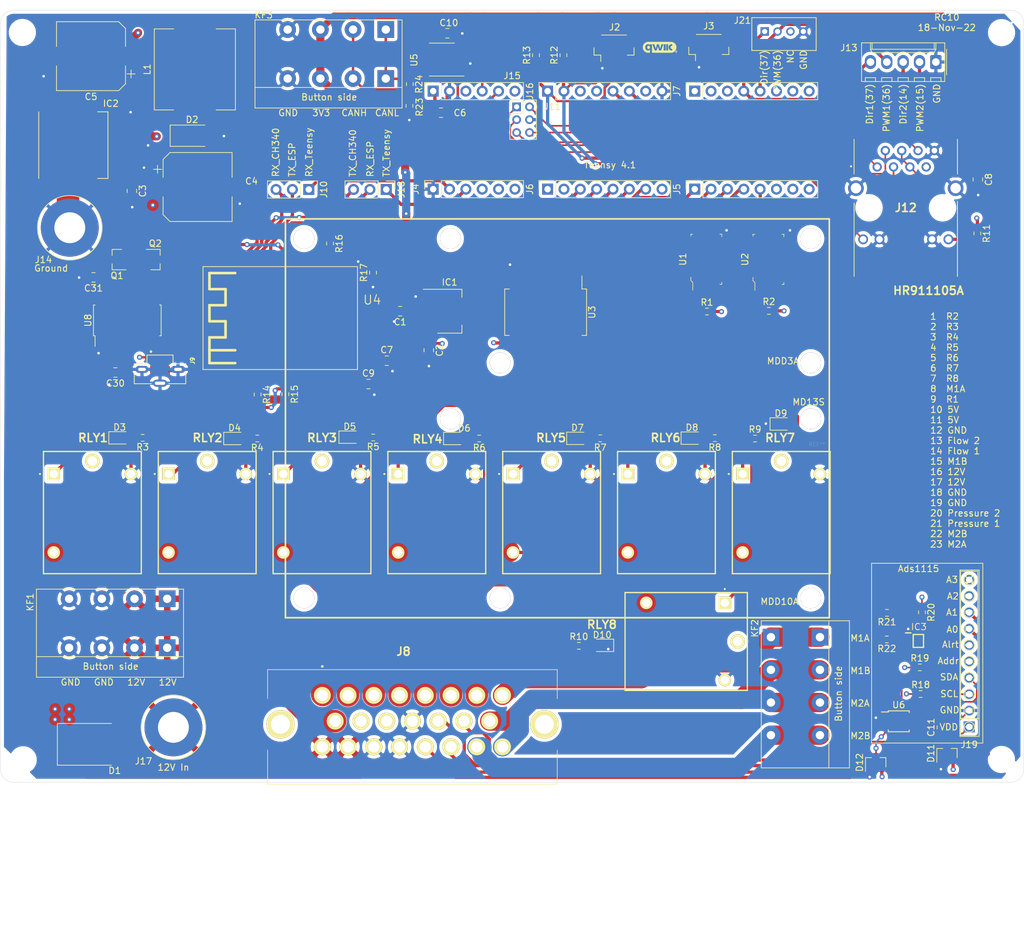
<source format=kicad_pcb>
(kicad_pcb (version 20171130) (host pcbnew "(5.1.10)-1")
  (layers (0 F.Cu signal) (1 In1.Cu signal) (2 In2.Cu signal) (31 B.Cu signal) (34 B.Paste user) (35 F.Paste user) (36 B.SilkS user) (37 F.SilkS user) (38 B.Mask user) (39 F.Mask user) (44 Edge.Cuts user))
  (net 0 "")
  (net 1 GND)
  (net 2 +12V)
  (net 3 +5V)
  (net 4 "Net-(D3-Pad2)")
  (net 5 "Net-(D4-Pad2)")
  (net 6 "Net-(D5-Pad2)")
  (net 7 "Net-(D6-Pad2)")
  (net 8 "Net-(D7-Pad2)")
  (net 9 "Net-(D8-Pad2)")
  (net 10 "Net-(D9-Pad2)")
  (net 11 +3V3)
  (net 12 "Net-(D2-Pad1)")
  (net 13 "Net-(D10-Pad2)")
  (net 14 SCL)
  (net 15 SDA)
  (net 16 R1)
  (net 17 R2)
  (net 18 R8)
  (net 19 R7)
  (net 20 R6)
  (net 21 R5)
  (net 22 R4)
  (net 23 R3)
  (net 24 "Net-(RLY1-Pad1)")
  (net 25 "Net-(RLY2-Pad1)")
  (net 26 "Net-(RLY3-Pad1)")
  (net 27 "Net-(RLY4-Pad1)")
  (net 28 "Net-(RLY5-Pad1)")
  (net 29 "Net-(RLY6-Pad1)")
  (net 30 "Net-(RLY7-Pad1)")
  (net 31 "Net-(RLY8-Pad1)")
  (net 32 "Net-(IC1-Pad4)")
  (net 33 RLY1)
  (net 34 RLY2)
  (net 35 RLY3)
  (net 36 RLY4)
  (net 37 RLY5)
  (net 38 RLY6)
  (net 39 RLY7)
  (net 40 RLY8)
  (net 41 "Net-(J7-Pad8)")
  (net 42 "Net-(J7-Pad7)")
  (net 43 "Net-(J7-Pad2)")
  (net 44 "Net-(J7-Pad1)")
  (net 45 "Net-(J8-PadMH2)")
  (net 46 "Net-(J8-PadMH1)")
  (net 47 "Net-(J8-Pad23)")
  (net 48 "Net-(J8-Pad15)")
  (net 49 "Net-(J8-Pad8)")
  (net 50 "Net-(J9-Pad4)")
  (net 51 "Net-(J9-Pad3)")
  (net 52 "Net-(J11-Pad6)")
  (net 53 "Net-(J11-Pad5)")
  (net 54 "Net-(J11-Pad2)")
  (net 55 "Net-(J11-Pad1)")
  (net 56 "Net-(J12-Pad12)")
  (net 57 "Net-(J12-Pad7)")
  (net 58 "Net-(R1-Pad1)")
  (net 59 "Net-(R2-Pad1)")
  (net 60 "Net-(J11-Pad3)")
  (net 61 "Net-(C8-Pad1)")
  (net 62 "Net-(J5-Pad6)")
  (net 63 "Net-(J6-Pad8)")
  (net 64 "Net-(J15-Pad6)")
  (net 65 "Net-(J15-Pad3)")
  (net 66 "Net-(J16-Pad7)")
  (net 67 "Net-(J16-Pad4)")
  (net 68 "Net-(J16-Pad3)")
  (net 69 "Net-(J5-Pad8)")
  (net 70 "Net-(J5-Pad7)")
  (net 71 "Net-(J21-Pad3)")
  (net 72 FlowPin2)
  (net 73 FlowPin1)
  (net 74 Sensor1)
  (net 75 Sensor2)
  (net 76 12V_In)
  (net 77 "Net-(J8-Pad22)")
  (net 78 "Net-(J7-Pad6)")
  (net 79 "Net-(J7-Pad3)")
  (net 80 "Net-(J4-Pad4)")
  (net 81 IO36)
  (net 82 IO37)
  (net 83 IO14)
  (net 84 IO15)
  (net 85 "Net-(J6-Pad2)")
  (net 86 EN)
  (net 87 "Net-(J9-Pad2)")
  (net 88 "Net-(Q1-Pad2)")
  (net 89 "Net-(Q1-Pad1)")
  (net 90 IO0)
  (net 91 "Net-(R14-Pad1)")
  (net 92 "Net-(R17-Pad2)")
  (net 93 "Net-(U4-Pad20)")
  (net 94 "Net-(U4-Pad19)")
  (net 95 "Net-(U4-Pad17)")
  (net 96 "Net-(U4-Pad2)")
  (net 97 "Net-(U4-Pad4)")
  (net 98 "Net-(U4-Pad5)")
  (net 99 "Net-(U4-Pad6)")
  (net 100 "Net-(U4-Pad7)")
  (net 101 "Net-(U4-Pad9)")
  (net 102 "Net-(U4-Pad10)")
  (net 103 "Net-(U4-Pad11)")
  (net 104 "Net-(U4-Pad14)")
  (net 105 "Net-(U4-Pad13)")
  (net 106 "Net-(U4-Pad12)")
  (net 107 "Net-(U8-Pad15)")
  (net 108 "Net-(U8-Pad12)")
  (net 109 "Net-(U8-Pad11)")
  (net 110 "Net-(U8-Pad10)")
  (net 111 "Net-(U8-Pad9)")
  (net 112 "Net-(U8-Pad8)")
  (net 113 "Net-(U8-Pad7)")
  (net 114 TX_Teensy)
  (net 115 RX_Teensy)
  (net 116 RX_CH340)
  (net 117 TX_ESP)
  (net 118 TX_CH340)
  (net 119 RX_ESP)
  (net 120 AIN0)
  (net 121 "Net-(IC3-Pad5)")
  (net 122 "Net-(IC3-Pad6)")
  (net 123 "Net-(IC3-Pad7)")
  (net 124 "Net-(J19-Pad10)")
  (net 125 "Net-(J19-Pad9)")
  (net 126 "Net-(J19-Pad6)")
  (net 127 AIN1)
  (net 128 CTX1)
  (net 129 CRX1)
  (net 130 "Net-(R23-Pad2)")
  (net 131 "Net-(U5-Pad5)")
  (net 132 "Net-(J4-Pad6)")
  (net 133 "Net-(J4-Pad5)")
  (net 134 "Net-(J6-Pad1)")
  (net 135 "Net-(KF3-Pad2)")
  (net 136 "Net-(KF3-Pad1)")
  (net 137 "Net-(U6-Pad7)")
  (net 138 "Net-(U6-Pad6)")
  (net 139 "Net-(U6-Pad2)")
  (module 105133-0011:MOLEX_105133-0011 (layer F.Cu) (at 44.7802 75.819)
    (fp_text reference J9 (at 5.0546 -1.3462 270) (layer F.SilkS) (effects (font (size 0.640098 0.640098))))
    (fp_text value 105133-0011)
    (pad S3 thru_hole oval (at 0 2.15) (size 2.2 1.1) (drill oval 1.6 0.5) (layers *.Cu *.Mask) (net 1 GND))
    (pad S2 thru_hole oval (at 2.8 0) (size 2.2 1.1) (drill oval 1.2 0.5) (layers *.Cu *.Mask) (net 1 GND))
    (pad S1 thru_hole oval (at -2.8 0) (size 2 1.1) (drill oval 1.2 0.5) (layers *.Cu *.Mask) (net 1 GND))
    (pad 5 smd rect (at 1.3 0.25 90) (size 1.5 0.45) (layers F.Cu F.Paste F.Mask) (net 1 GND))
    (pad 4 smd rect (at 0.65 0.25 90) (size 1.5 0.45) (layers F.Cu F.Paste F.Mask) (net 50 "Net-(J9-Pad4)"))
    (pad 3 smd rect (at 0 0.25 90) (size 1.5 0.45) (layers F.Cu F.Paste F.Mask) (net 51 "Net-(J9-Pad3)"))
    (pad 2 smd rect (at -0.65 0.25 90) (size 1.5 0.45) (layers F.Cu F.Paste F.Mask) (net 87 "Net-(J9-Pad2)"))
    (pad 1 smd rect (at -1.3 0.25 90) (size 1.5 0.45) (layers F.Cu F.Paste F.Mask) (net 3 +5V))
  )
  (module Package_SO:TSSOP-10_3x3mm_P0.5mm (layer F.Cu) (at 159.5628 130.5306)
    (fp_text reference U6 (at 0 -2.55) (layer F.SilkS))
    (fp_text value "ADS1115IDGS - 1001000")
    (pad 10 smd rect (at 2.15 -1) (size 1.1 0.25) (layers F.Cu F.Paste F.Mask) (net 122 "Net-(IC3-Pad6)"))
    (pad 9 smd rect (at 2.15 -0.5) (size 1.1 0.25) (layers F.Cu F.Paste F.Mask) (net 121 "Net-(IC3-Pad5)"))
    (pad 8 smd rect (at 2.15 0) (size 1.1 0.25) (layers F.Cu F.Paste F.Mask) (net 3 +5V))
    (pad 7 smd rect (at 2.15 0.5) (size 1.1 0.25) (layers F.Cu F.Paste F.Mask) (net 137 "Net-(U6-Pad7)"))
    (pad 6 smd rect (at 2.15 1) (size 1.1 0.25) (layers F.Cu F.Paste F.Mask) (net 138 "Net-(U6-Pad6)"))
    (pad 5 smd rect (at -2.15 1) (size 1.1 0.25) (layers F.Cu F.Paste F.Mask) (net 127 AIN1))
    (pad 4 smd rect (at -2.15 0.5) (size 1.1 0.25) (layers F.Cu F.Paste F.Mask) (net 120 AIN0))
    (pad 3 smd rect (at -2.15 0) (size 1.1 0.25) (layers F.Cu F.Paste F.Mask) (net 1 GND))
    (pad 2 smd rect (at -2.15 -0.5) (size 1.1 0.25) (layers F.Cu F.Paste F.Mask) (net 139 "Net-(U6-Pad2)"))
    (pad 1 smd rect (at -2.15 -1) (size 1.1 0.25) (layers F.Cu F.Paste F.Mask) (net 1 GND))
  )
  (module Capacitor_SMD:C_0805_2012Metric (layer F.Cu) (at 166.2684 131.4704 90)
    (fp_text reference C11 (at 0 -1.68 90) (layer F.SilkS))
    (fp_text value 0.1uF)
    (pad 2 smd roundrect (at 0.95 0 90) (size 1 1.45) (layers F.Cu F.Paste F.Mask) (net 1 GND))
    (pad 1 smd roundrect (at -0.95 0 90) (size 1 1.45) (layers F.Cu F.Paste F.Mask) (net 3 +5V))
  )
  (module MyFootprints:KF142V-5.08-4P (layer F.Cu) (at 59.5376 21.4884)
    (fp_text reference KF3 (at 1.3462 -0.7366) (layer F.SilkS))
    (fp_text value "CAN BUS")
    (fp_text user "Button side" (at 11.5316 12.0142) (layer F.SilkS))
    (pad 4 thru_hole circle (at 5.08 9.12) (size 2.6 2.6) (drill 1.3) (layers *.Cu *.Mask) (net 1 GND))
    (pad 4 thru_hole circle (at 5.08 1.5) (size 2.6 2.6) (drill 1.3) (layers *.Cu *.Mask) (net 1 GND))
    (pad 3 thru_hole circle (at 10.16 9.12) (size 2.6 2.6) (drill 1.3) (layers *.Cu *.Mask) (net 11 +3V3))
    (pad 3 thru_hole circle (at 10.16 1.5) (size 2.6 2.6) (drill 1.3) (layers *.Cu *.Mask) (net 11 +3V3))
    (pad 2 thru_hole circle (at 15.24 9.12) (size 2.6 2.6) (drill 1.3) (layers *.Cu *.Mask) (net 135 "Net-(KF3-Pad2)"))
    (pad 2 thru_hole circle (at 15.24 1.5) (size 2.6 2.6) (drill 1.3) (layers *.Cu *.Mask) (net 135 "Net-(KF3-Pad2)"))
    (pad 1 thru_hole rect (at 20.32 9.12) (size 2.6 2.6) (drill 1.3) (layers *.Cu *.Mask) (net 136 "Net-(KF3-Pad1)"))
    (pad 1 thru_hole rect (at 20.32 1.5) (size 2.6 2.6) (drill 1.3) (layers *.Cu *.Mask) (net 136 "Net-(KF3-Pad1)"))
  )
  (module MyFootprints:KF142V-5.08-4P (layer F.Cu) (at 138.2014 137.7696 90)
    (fp_text reference KF2 (at 21.6916 -0.9906 90) (layer F.SilkS))
    (fp_text value KF142V-5.0-4P)
    (fp_text user "Button side" (at 11.5316 12.0142 90) (layer F.SilkS))
    (pad 4 thru_hole circle (at 5.08 9.12 90) (size 2.6 2.6) (drill 1.3) (layers *.Cu *.Mask) (net 77 "Net-(J8-Pad22)"))
    (pad 4 thru_hole circle (at 5.08 1.5 90) (size 2.6 2.6) (drill 1.3) (layers *.Cu *.Mask) (net 77 "Net-(J8-Pad22)"))
    (pad 3 thru_hole circle (at 10.16 9.12 90) (size 2.6 2.6) (drill 1.3) (layers *.Cu *.Mask) (net 47 "Net-(J8-Pad23)"))
    (pad 3 thru_hole circle (at 10.16 1.5 90) (size 2.6 2.6) (drill 1.3) (layers *.Cu *.Mask) (net 47 "Net-(J8-Pad23)"))
    (pad 2 thru_hole circle (at 15.24 9.12 90) (size 2.6 2.6) (drill 1.3) (layers *.Cu *.Mask) (net 48 "Net-(J8-Pad15)"))
    (pad 2 thru_hole circle (at 15.24 1.5 90) (size 2.6 2.6) (drill 1.3) (layers *.Cu *.Mask) (net 48 "Net-(J8-Pad15)"))
    (pad 1 thru_hole rect (at 20.32 9.12 90) (size 2.6 2.6) (drill 1.3) (layers *.Cu *.Mask) (net 49 "Net-(J8-Pad8)"))
    (pad 1 thru_hole rect (at 20.32 1.5 90) (size 2.6 2.6) (drill 1.3) (layers *.Cu *.Mask) (net 49 "Net-(J8-Pad8)"))
  )
  (module MyFootprints:KF142V-5.08-4P (layer F.Cu) (at 25.5778 109.982)
    (fp_text reference KF1 (at -0.9652 2.032 270) (layer F.SilkS))
    (fp_text value KF142V-5.0-4P)
    (fp_text user "Button side" (at 11.5316 12.0142) (layer F.SilkS))
    (pad 4 thru_hole circle (at 5.08 9.12) (size 2.6 2.6) (drill 1.3) (layers *.Cu *.Mask) (net 1 GND))
    (pad 4 thru_hole circle (at 5.08 1.5) (size 2.6 2.6) (drill 1.3) (layers *.Cu *.Mask) (net 1 GND))
    (pad 3 thru_hole circle (at 10.16 9.12) (size 2.6 2.6) (drill 1.3) (layers *.Cu *.Mask) (net 1 GND))
    (pad 3 thru_hole circle (at 10.16 1.5) (size 2.6 2.6) (drill 1.3) (layers *.Cu *.Mask) (net 1 GND))
    (pad 2 thru_hole circle (at 15.24 9.12) (size 2.6 2.6) (drill 1.3) (layers *.Cu *.Mask) (net 76 12V_In))
    (pad 2 thru_hole circle (at 15.24 1.5) (size 2.6 2.6) (drill 1.3) (layers *.Cu *.Mask) (net 76 12V_In))
    (pad 1 thru_hole rect (at 20.32 9.12) (size 2.6 2.6) (drill 1.3) (layers *.Cu *.Mask) (net 76 12V_In))
    (pad 1 thru_hole rect (at 20.32 1.5) (size 2.6 2.6) (drill 1.3) (layers *.Cu *.Mask) (net 76 12V_In))
  )
  (module Package_SO:SOIC-8_3.9x4.9mm_P1.27mm (layer F.Cu) (at 88.5698 27.6606 180)
    (fp_text reference U5 (at 4.318 -0.0762 270) (layer F.SilkS))
    (fp_text value SN65HVD230)
    (pad 8 smd roundrect (at 2.475 -1.905 180) (size 1.95 0.6) (layers F.Cu F.Paste F.Mask) (net 130 "Net-(R23-Pad2)"))
    (pad 7 smd roundrect (at 2.475 -0.635 180) (size 1.95 0.6) (layers F.Cu F.Paste F.Mask) (net 135 "Net-(KF3-Pad2)"))
    (pad 6 smd roundrect (at 2.475 0.635 180) (size 1.95 0.6) (layers F.Cu F.Paste F.Mask) (net 136 "Net-(KF3-Pad1)"))
    (pad 5 smd roundrect (at 2.475 1.905 180) (size 1.95 0.6) (layers F.Cu F.Paste F.Mask) (net 131 "Net-(U5-Pad5)"))
    (pad 4 smd roundrect (at -2.475 1.905 180) (size 1.95 0.6) (layers F.Cu F.Paste F.Mask) (net 129 CRX1))
    (pad 3 smd roundrect (at -2.475 0.635 180) (size 1.95 0.6) (layers F.Cu F.Paste F.Mask) (net 11 +3V3))
    (pad 2 smd roundrect (at -2.475 -0.635 180) (size 1.95 0.6) (layers F.Cu F.Paste F.Mask) (net 1 GND))
    (pad 1 smd roundrect (at -2.475 -1.905 180) (size 1.95 0.6) (layers F.Cu F.Paste F.Mask) (net 128 CTX1))
  )
  (module Resistor_SMD:R_0603_1608Metric (layer F.Cu) (at 83.5914 31.4706 270)
    (fp_text reference R24 (at 0 -1.43 90) (layer F.SilkS))
    (fp_text value 120)
    (pad 2 smd roundrect (at 0.825 0 270) (size 0.8 0.95) (layers F.Cu F.Paste F.Mask) (net 135 "Net-(KF3-Pad2)"))
    (pad 1 smd roundrect (at -0.825 0 270) (size 0.8 0.95) (layers F.Cu F.Paste F.Mask) (net 136 "Net-(KF3-Pad1)"))
  )
  (module Resistor_SMD:R_0603_1608Metric (layer F.Cu) (at 83.5406 34.8488 90)
    (fp_text reference R23 (at -0.2032 1.5494 90) (layer F.SilkS))
    (fp_text value 10K)
    (pad 2 smd roundrect (at 0.825 0 90) (size 0.8 0.95) (layers F.Cu F.Paste F.Mask) (net 130 "Net-(R23-Pad2)"))
    (pad 1 smd roundrect (at -0.825 0 90) (size 0.8 0.95) (layers F.Cu F.Paste F.Mask) (net 1 GND))
  )
  (module Connector_Molex:Molex_KK-254_AE-6410-05A_1x05_P2.54mm_Vertical (layer F.Cu) (at 165.3286 28.0416 180)
    (fp_text reference J13 (at 13.5128 2.2098) (layer F.SilkS))
    (fp_text value Conn_01x05)
    (pad 5 thru_hole oval (at 10.16 0 180) (size 1.74 2.19) (drill 1.19) (layers *.Cu *.Mask) (net 82 IO37))
    (pad 4 thru_hole oval (at 7.62 0 180) (size 1.74 2.19) (drill 1.19) (layers *.Cu *.Mask) (net 81 IO36))
    (pad 3 thru_hole oval (at 5.08 0 180) (size 1.74 2.19) (drill 1.19) (layers *.Cu *.Mask) (net 83 IO14))
    (pad 2 thru_hole oval (at 2.54 0 180) (size 1.74 2.19) (drill 1.19) (layers *.Cu *.Mask) (net 84 IO15))
    (pad 1 thru_hole roundrect (at 0 0 180) (size 1.74 2.19) (drill 1.19) (layers *.Cu *.Mask) (roundrect_rratio 0.1436775862068966) (net 1 GND))
  )
  (module Capacitor_SMD:C_0805_2012Metric (layer F.Cu) (at 89.4334 23.5712)
    (fp_text reference C10 (at 0.2286 -1.6256) (layer F.SilkS))
    (fp_text value 0.1uF)
    (pad 2 smd roundrect (at 0.95 0) (size 1 1.45) (layers F.Cu F.Paste F.Mask) (net 1 GND))
    (pad 1 smd roundrect (at -0.95 0) (size 1 1.45) (layers F.Cu F.Paste F.Mask) (net 11 +3V3))
  )
  (module MyFootprints:PCA9306DCUR (layer F.Cu) (at 162.6108 118.0338)
    (fp_text reference IC3 (at 0.0762 -2.1844 180) (layer F.SilkS) (effects (font (thickness 0.125))))
    (fp_text value PCA9306DCUR hide)
    (pad 1 smd rect (at -1.575 -0.75 90) (size 0.3 0.85) (layers F.Cu F.Paste F.Mask) (net 1 GND))
    (pad 2 smd rect (at -1.575 -0.25 90) (size 0.3 0.85) (layers F.Cu F.Paste F.Mask) (net 11 +3V3))
    (pad 3 smd rect (at -1.575 0.25 90) (size 0.3 0.85) (layers F.Cu F.Paste F.Mask) (net 14 SCL))
    (pad 4 smd rect (at -1.575 0.75 90) (size 0.3 0.85) (layers F.Cu F.Paste F.Mask) (net 15 SDA))
    (pad 5 smd rect (at 1.575 0.75 90) (size 0.3 0.85) (layers F.Cu F.Paste F.Mask) (net 121 "Net-(IC3-Pad5)"))
    (pad 6 smd rect (at 1.575 0.25 90) (size 0.3 0.85) (layers F.Cu F.Paste F.Mask) (net 122 "Net-(IC3-Pad6)"))
    (pad 7 smd rect (at 1.575 -0.25 90) (size 0.3 0.85) (layers F.Cu F.Paste F.Mask) (net 123 "Net-(IC3-Pad7)"))
    (pad 8 smd rect (at 1.575 -0.75 90) (size 0.3 0.85) (layers F.Cu F.Paste F.Mask) (net 123 "Net-(IC3-Pad7)"))
  )
  (module Package_TO_SOT_SMD:SOT-23 (layer F.Cu) (at 155.9814 136.9314 90)
    (fp_text reference D12 (at 0 -2.5 90) (layer F.SilkS))
    (fp_text value BAV99)
    (pad 3 smd rect (at 1 0 90) (size 0.9 0.8) (layers F.Cu F.Paste F.Mask) (net 127 AIN1))
    (pad 2 smd rect (at -1 0.95 90) (size 0.9 0.8) (layers F.Cu F.Paste F.Mask) (net 3 +5V))
    (pad 1 smd rect (at -1 -0.95 90) (size 0.9 0.8) (layers F.Cu F.Paste F.Mask) (net 1 GND))
  )
  (module MyFootprints:MDD10A_Outline (layer F.Cu) (at 148.7678 52.4256 180)
    (fp_text reference REF** (at 1.905 -35.052 180) (layer F.SilkS) (effects (font (size 0.6 0.6) (thickness 0.015))))
    (fp_text value MDD10A (at 7.7216 -59.4868 180) (layer F.SilkS))
    (fp_text user MD13S (at 3.2004 -28.4734 180) (layer F.SilkS))
    (fp_text user MDD3A (at 7.19328 -22.10308 180) (layer F.SilkS))
    (pad 8 thru_hole circle (at 2.88 -31.06 180) (size 3.2 3.2) (drill 3.2) (layers *.Cu *.Mask))
    (pad 8 thru_hole circle (at 58.88 -31.06 180) (size 3.2 3.2) (drill 3.2) (layers *.Cu *.Mask))
    (pad 8 thru_hole circle (at 58.88 -3.06 180) (size 3.2 3.2) (drill 3.2) (layers *.Cu *.Mask))
    (pad 8 thru_hole circle (at 2.88 -3.06 180) (size 3.2 3.2) (drill 3.2) (layers *.Cu *.Mask))
    (pad 8 thru_hole circle (at 2.88 -58.94 180) (size 3.2 3.2) (drill 3.2) (layers *.Cu *.Mask))
    (pad 8 thru_hole circle (at 81.62 -58.94 180) (size 3.2 3.2) (drill 3.2) (layers *.Cu *.Mask))
    (pad 8 thru_hole circle (at 81.62 -3.06 180) (size 3.2 3.2) (drill 3.2) (layers *.Cu *.Mask))
    (pad 8 thru_hole circle (at 2.88 -22.36 180) (size 3.2 3.2) (drill 3.2) (layers *.Cu *.Mask))
    (pad 8 thru_hole circle (at 51.14 -22.36 180) (size 3.2 3.2) (drill 3.2) (layers *.Cu *.Mask))
    (pad 8 thru_hole circle (at 51.14 -58.94 180) (size 3.2 3.2) (drill 3.2) (layers *.Cu *.Mask))
  )
  (module MyFootprints:ads1115_no_pins (layer F.Cu) (at 172.1104 133.0452 90)
    (fp_text reference REF**)
    (fp_text value Ads1115 (at 26.2382 -9.4742 180) (layer F.SilkS))
    (fp_text user 10 (at 24.6126 -1.5748 90) (layer F.SilkS))
    (fp_text user 9 (at 21.9964 -1.6256 90) (layer F.SilkS))
    (fp_text user 8 (at 19.4818 -1.6002 90) (layer F.SilkS))
    (fp_text user 7 (at 16.9164 -1.5748 90) (layer F.SilkS))
    (fp_text user 6 (at 14.3256 -1.6002 90) (layer F.SilkS))
    (fp_text user 5 (at 11.8364 -1.5748 90) (layer F.SilkS))
    (fp_text user 4 (at 9.1948 -1.524 90) (layer F.SilkS))
    (fp_text user 3 (at 6.731 -1.5748 90) (layer F.SilkS))
    (fp_text user 2 (at 4.191 -1.6002 90) (layer F.SilkS))
    (fp_text user 1 (at 1.651 -1.6002 90) (layer F.SilkS))
    (fp_text user A3 (at 24.5364 -4.2672) (layer F.SilkS))
    (fp_text user A2 (at 21.971 -4.1402) (layer F.SilkS))
    (fp_text user A1 (at 19.4564 -4.2672) (layer F.SilkS))
    (fp_text user A0 (at 16.7894 -4.2164) (layer F.SilkS))
    (fp_text user Alrt (at 14.4526 -4.5212) (layer F.SilkS))
    (fp_text user Addr (at 11.9126 -4.8514) (layer F.SilkS))
    (fp_text user SDA (at 9.398 -4.7244) (layer F.SilkS))
    (fp_text user SCL (at 6.7818 -4.699) (layer F.SilkS))
    (fp_text user GND (at 4.2672 -4.6482) (layer F.SilkS))
    (fp_text user VDD (at 1.6256 -4.7752) (layer F.SilkS))
  )
  (module Resistor_SMD:R_0603_1608Metric (layer F.Cu) (at 157.7086 117.8052 180)
    (fp_text reference R22 (at 0 -1.43) (layer F.SilkS))
    (fp_text value 217)
    (pad 2 smd roundrect (at 0.825 0 180) (size 0.8 0.95) (layers F.Cu F.Paste F.Mask) (net 15 SDA))
    (pad 1 smd roundrect (at -0.825 0 180) (size 0.8 0.95) (layers F.Cu F.Paste F.Mask) (net 11 +3V3))
  )
  (module Resistor_SMD:R_0603_1608Metric (layer F.Cu) (at 157.734 113.665 180)
    (fp_text reference R21 (at 0 -1.43) (layer F.SilkS))
    (fp_text value 217)
    (pad 2 smd roundrect (at 0.825 0 180) (size 0.8 0.95) (layers F.Cu F.Paste F.Mask) (net 14 SCL))
    (pad 1 smd roundrect (at -0.825 0 180) (size 0.8 0.95) (layers F.Cu F.Paste F.Mask) (net 11 +3V3))
  )
  (module Resistor_SMD:R_0603_1608Metric (layer F.Cu) (at 163.1696 113.5888 270)
    (fp_text reference R20 (at 0 -1.43 90) (layer F.SilkS))
    (fp_text value 200K)
    (pad 2 smd roundrect (at 0.825 0 270) (size 0.8 0.95) (layers F.Cu F.Paste F.Mask) (net 123 "Net-(IC3-Pad7)"))
    (pad 1 smd roundrect (at -0.825 0 270) (size 0.8 0.95) (layers F.Cu F.Paste F.Mask) (net 3 +5V))
  )
  (module Resistor_SMD:R_0603_1608Metric (layer F.Cu) (at 162.8394 122.1486)
    (fp_text reference R19 (at 0 -1.43) (layer F.SilkS))
    (fp_text value 341)
    (pad 2 smd roundrect (at 0.825 0) (size 0.8 0.95) (layers F.Cu F.Paste F.Mask) (net 121 "Net-(IC3-Pad5)"))
    (pad 1 smd roundrect (at -0.825 0) (size 0.8 0.95) (layers F.Cu F.Paste F.Mask) (net 3 +5V))
  )
  (module Resistor_SMD:R_0603_1608Metric (layer F.Cu) (at 162.9664 126.2888)
    (fp_text reference R18 (at 0 -1.43) (layer F.SilkS))
    (fp_text value 341)
    (pad 2 smd roundrect (at 0.825 0) (size 0.8 0.95) (layers F.Cu F.Paste F.Mask) (net 122 "Net-(IC3-Pad6)"))
    (pad 1 smd roundrect (at -0.825 0) (size 0.8 0.95) (layers F.Cu F.Paste F.Mask) (net 3 +5V))
  )
  (module Connector_PinSocket_2.54mm:PinSocket_1x10_P2.54mm_Vertical (layer F.Cu) (at 170.5102 131.3942 180)
    (fp_text reference J19 (at 0 -2.77) (layer F.SilkS))
    (fp_text value "ADS1115 - 1001001")
    (pad 10 thru_hole oval (at 0 22.86 180) (size 1.7 1.7) (drill 1) (layers *.Cu *.Mask) (net 124 "Net-(J19-Pad10)"))
    (pad 9 thru_hole oval (at 0 20.32 180) (size 1.7 1.7) (drill 1) (layers *.Cu *.Mask) (net 125 "Net-(J19-Pad9)"))
    (pad 8 thru_hole oval (at 0 17.78 180) (size 1.7 1.7) (drill 1) (layers *.Cu *.Mask) (net 127 AIN1))
    (pad 7 thru_hole oval (at 0 15.24 180) (size 1.7 1.7) (drill 1) (layers *.Cu *.Mask) (net 120 AIN0))
    (pad 6 thru_hole oval (at 0 12.7 180) (size 1.7 1.7) (drill 1) (layers *.Cu *.Mask) (net 126 "Net-(J19-Pad6)"))
    (pad 5 thru_hole oval (at 0 10.16 180) (size 1.7 1.7) (drill 1) (layers *.Cu *.Mask) (net 3 +5V))
    (pad 4 thru_hole oval (at 0 7.62 180) (size 1.7 1.7) (drill 1) (layers *.Cu *.Mask) (net 121 "Net-(IC3-Pad5)"))
    (pad 3 thru_hole oval (at 0 5.08 180) (size 1.7 1.7) (drill 1) (layers *.Cu *.Mask) (net 122 "Net-(IC3-Pad6)"))
    (pad 2 thru_hole oval (at 0 2.54 180) (size 1.7 1.7) (drill 1) (layers *.Cu *.Mask) (net 1 GND))
    (pad 1 thru_hole rect (at 0 0 180) (size 1.7 1.7) (drill 1) (layers *.Cu *.Mask) (net 3 +5V))
  )
  (module Package_TO_SOT_SMD:SOT-23 (layer F.Cu) (at 167.0558 135.509 90)
    (fp_text reference D11 (at 0 -2.5 90) (layer F.SilkS))
    (fp_text value BAV99)
    (pad 3 smd rect (at 1 0 90) (size 0.9 0.8) (layers F.Cu F.Paste F.Mask) (net 120 AIN0))
    (pad 2 smd rect (at -1 0.95 90) (size 0.9 0.8) (layers F.Cu F.Paste F.Mask) (net 3 +5V))
    (pad 1 smd rect (at -1 -0.95 90) (size 0.9 0.8) (layers F.Cu F.Paste F.Mask) (net 1 GND))
  )
  (module Connector_PinHeader_2.54mm:PinHeader_1x03_P2.54mm_Vertical (layer F.Cu) (at 79.9338 47.8528 270)
    (fp_text reference J18 (at 0 -2.33 90) (layer F.SilkS))
    (fp_text value Conn_01x03_Male)
    (pad 3 thru_hole oval (at 0 5.08 270) (size 1.7 1.7) (drill 1) (layers *.Cu *.Mask) (net 118 TX_CH340))
    (pad 2 thru_hole oval (at 0 2.54 270) (size 1.7 1.7) (drill 1) (layers *.Cu *.Mask) (net 119 RX_ESP))
    (pad 1 thru_hole rect (at 0 0 270) (size 1.7 1.7) (drill 1) (layers *.Cu *.Mask) (net 114 TX_Teensy))
  )
  (module Connector_PinHeader_2.54mm:PinHeader_1x03_P2.54mm_Vertical (layer F.Cu) (at 67.8942 47.8528 270)
    (fp_text reference J10 (at 0 -2.33 90) (layer F.SilkS))
    (fp_text value Conn_01x03_Male)
    (pad 3 thru_hole oval (at 0 5.08 270) (size 1.7 1.7) (drill 1) (layers *.Cu *.Mask) (net 116 RX_CH340))
    (pad 2 thru_hole oval (at 0 2.54 270) (size 1.7 1.7) (drill 1) (layers *.Cu *.Mask) (net 117 TX_ESP))
    (pad 1 thru_hole rect (at 0 0 270) (size 1.7 1.7) (drill 1) (layers *.Cu *.Mask) (net 115 RX_Teensy))
  )
  (module ESP-12F:ESP-12F (layer F.Cu) (at 64.0334 68.2244 90)
    (fp_text reference U4 (at 3.2004 13.716 180) (layer F.SilkS) (effects (font (size 1.4 1.4))))
    (fp_text value ESP-12F)
    (pad 22 smd rect (at 8.38 -4.07 90) (size 2.2 1) (layers F.Cu F.Paste F.Mask) (net 117 TX_ESP))
    (pad 21 smd rect (at 8.38 -2.07 90) (size 2.2 1) (layers F.Cu F.Paste F.Mask) (net 119 RX_ESP))
    (pad 20 smd rect (at 8.38 -0.07 90) (size 2.2 1) (layers F.Cu F.Paste F.Mask) (net 93 "Net-(U4-Pad20)"))
    (pad 19 smd rect (at 8.38 1.93 90) (size 2.2 1) (layers F.Cu F.Paste F.Mask) (net 94 "Net-(U4-Pad19)"))
    (pad 18 smd rect (at 8.38 3.93 90) (size 2.2 1) (layers F.Cu F.Paste F.Mask) (net 90 IO0))
    (pad 17 smd rect (at 8.38 5.93 90) (size 2.2 1) (layers F.Cu F.Paste F.Mask) (net 95 "Net-(U4-Pad17)"))
    (pad 16 smd rect (at 8.38 7.93 90) (size 2.2 1) (layers F.Cu F.Paste F.Mask) (net 92 "Net-(R17-Pad2)"))
    (pad 15 smd rect (at 8.38 9.93 90) (size 2.2 1) (layers F.Cu F.Paste F.Mask) (net 1 GND))
    (pad 1 smd rect (at -7.62 -4.07 90) (size 2.2 1) (layers F.Cu F.Paste F.Mask) (net 91 "Net-(R14-Pad1)"))
    (pad 2 smd rect (at -7.62 -2.07 90) (size 2.2 1) (layers F.Cu F.Paste F.Mask) (net 96 "Net-(U4-Pad2)"))
    (pad 3 smd rect (at -7.62 -0.07 90) (size 2.2 1) (layers F.Cu F.Paste F.Mask) (net 86 EN))
    (pad 4 smd rect (at -7.62 1.93 90) (size 2.2 1) (layers F.Cu F.Paste F.Mask) (net 97 "Net-(U4-Pad4)"))
    (pad 5 smd rect (at -7.62 3.93 90) (size 2.2 1) (layers F.Cu F.Paste F.Mask) (net 98 "Net-(U4-Pad5)"))
    (pad 6 smd rect (at -7.62 5.93 90) (size 2.2 1) (layers F.Cu F.Paste F.Mask) (net 99 "Net-(U4-Pad6)"))
    (pad 7 smd rect (at -7.62 7.93 90) (size 2.2 1) (layers F.Cu F.Paste F.Mask) (net 100 "Net-(U4-Pad7)"))
    (pad 8 smd rect (at -7.62 9.93 90) (size 2.2 1) (layers F.Cu F.Paste F.Mask) (net 11 +3V3))
    (pad 9 smd rect (at -4.62 11.43 180) (size 1.5 1) (layers F.Cu F.Paste F.Mask) (net 101 "Net-(U4-Pad9)"))
    (pad 10 smd rect (at -2.62 11.43 180) (size 1.5 1) (layers F.Cu F.Paste F.Mask) (net 102 "Net-(U4-Pad10)"))
    (pad 11 smd rect (at -0.62 11.43 180) (size 1.5 1) (layers F.Cu F.Paste F.Mask) (net 103 "Net-(U4-Pad11)"))
    (pad 14 smd rect (at 5.38 11.43 180) (size 1.5 1) (layers F.Cu F.Paste F.Mask) (net 104 "Net-(U4-Pad14)"))
    (pad 13 smd rect (at 3.38 11.43 180) (size 1.5 1) (layers F.Cu F.Paste F.Mask) (net 105 "Net-(U4-Pad13)"))
    (pad 12 smd rect (at 1.38 11.43 180) (size 1.5 1) (layers F.Cu F.Paste F.Mask) (net 106 "Net-(U4-Pad12)"))
  )
  (module Package_SO:SOP-16_4.55x10.3mm_P1.27mm (layer F.Cu) (at 39.7002 68.199 90)
    (fp_text reference U8 (at 0 -6.1 90) (layer F.SilkS))
    (fp_text value CH340C)
    (pad 16 smd roundrect (at 3.25 -4.445 90) (size 1.6 0.6) (layers F.Cu F.Paste F.Mask) (net 11 +3V3))
    (pad 15 smd roundrect (at 3.25 -3.175 90) (size 1.6 0.6) (layers F.Cu F.Paste F.Mask) (net 107 "Net-(U8-Pad15)"))
    (pad 14 smd roundrect (at 3.25 -1.905 90) (size 1.6 0.6) (layers F.Cu F.Paste F.Mask) (net 88 "Net-(Q1-Pad2)"))
    (pad 13 smd roundrect (at 3.25 -0.635 90) (size 1.6 0.6) (layers F.Cu F.Paste F.Mask) (net 89 "Net-(Q1-Pad1)"))
    (pad 12 smd roundrect (at 3.25 0.635 90) (size 1.6 0.6) (layers F.Cu F.Paste F.Mask) (net 108 "Net-(U8-Pad12)"))
    (pad 11 smd roundrect (at 3.25 1.905 90) (size 1.6 0.6) (layers F.Cu F.Paste F.Mask) (net 109 "Net-(U8-Pad11)"))
    (pad 10 smd roundrect (at 3.25 3.175 90) (size 1.6 0.6) (layers F.Cu F.Paste F.Mask) (net 110 "Net-(U8-Pad10)"))
    (pad 9 smd roundrect (at 3.25 4.445 90) (size 1.6 0.6) (layers F.Cu F.Paste F.Mask) (net 111 "Net-(U8-Pad9)"))
    (pad 8 smd roundrect (at -3.25 4.445 90) (size 1.6 0.6) (layers F.Cu F.Paste F.Mask) (net 112 "Net-(U8-Pad8)"))
    (pad 7 smd roundrect (at -3.25 3.175 90) (size 1.6 0.6) (layers F.Cu F.Paste F.Mask) (net 113 "Net-(U8-Pad7)"))
    (pad 6 smd roundrect (at -3.25 1.905 90) (size 1.6 0.6) (layers F.Cu F.Paste F.Mask) (net 87 "Net-(J9-Pad2)"))
    (pad 5 smd roundrect (at -3.25 0.635 90) (size 1.6 0.6) (layers F.Cu F.Paste F.Mask) (net 51 "Net-(J9-Pad3)"))
    (pad 4 smd roundrect (at -3.25 -0.635 90) (size 1.6 0.6) (layers F.Cu F.Paste F.Mask) (net 11 +3V3))
    (pad 3 smd roundrect (at -3.25 -1.905 90) (size 1.6 0.6) (layers F.Cu F.Paste F.Mask) (net 116 RX_CH340))
    (pad 2 smd roundrect (at -3.25 -3.175 90) (size 1.6 0.6) (layers F.Cu F.Paste F.Mask) (net 118 TX_CH340))
    (pad 1 smd roundrect (at -3.25 -4.445 90) (size 1.6 0.6) (layers F.Cu F.Paste F.Mask) (net 1 GND))
  )
  (module Resistor_SMD:R_0603_1608Metric (layer F.Cu) (at 77.8764 60.7822 90)
    (fp_text reference R17 (at 0 -1.43 90) (layer F.SilkS))
    (fp_text value 10K)
    (pad 2 smd roundrect (at 0.825 0 90) (size 0.8 0.95) (layers F.Cu F.Paste F.Mask) (net 92 "Net-(R17-Pad2)"))
    (pad 1 smd roundrect (at -0.825 0 90) (size 0.8 0.95) (layers F.Cu F.Paste F.Mask) (net 1 GND))
  )
  (module Resistor_SMD:R_0603_1608Metric (layer F.Cu) (at 71.1962 56.261 270)
    (fp_text reference R16 (at 0 -1.43 90) (layer F.SilkS))
    (fp_text value 10K)
    (pad 2 smd roundrect (at 0.825 0 270) (size 0.8 0.95) (layers F.Cu F.Paste F.Mask) (net 90 IO0))
    (pad 1 smd roundrect (at -0.825 0 270) (size 0.8 0.95) (layers F.Cu F.Paste F.Mask) (net 11 +3V3))
  )
  (module Resistor_SMD:R_0603_1608Metric (layer F.Cu) (at 64.262 79.6798 270)
    (fp_text reference R15 (at 0 -1.43 90) (layer F.SilkS))
    (fp_text value 10K)
    (pad 2 smd roundrect (at 0.825 0 270) (size 0.8 0.95) (layers F.Cu F.Paste F.Mask) (net 11 +3V3))
    (pad 1 smd roundrect (at -0.825 0 270) (size 0.8 0.95) (layers F.Cu F.Paste F.Mask) (net 86 EN))
  )
  (module Resistor_SMD:R_0603_1608Metric (layer F.Cu) (at 59.944 79.7306 270)
    (fp_text reference R14 (at 0 -1.43 90) (layer F.SilkS))
    (fp_text value 10K)
    (pad 2 smd roundrect (at 0.825 0 270) (size 0.8 0.95) (layers F.Cu F.Paste F.Mask) (net 11 +3V3))
    (pad 1 smd roundrect (at -0.825 0 270) (size 0.8 0.95) (layers F.Cu F.Paste F.Mask) (net 91 "Net-(R14-Pad1)"))
  )
  (module Package_TO_SOT_SMD:SOT-23 (layer F.Cu) (at 44.0436 58.7502)
    (fp_text reference Q2 (at 0 -2.5) (layer F.SilkS))
    (fp_text value BSS138)
    (pad 3 smd rect (at 1 0) (size 0.9 0.8) (layers F.Cu F.Paste F.Mask) (net 90 IO0))
    (pad 2 smd rect (at -1 0.95) (size 0.9 0.8) (layers F.Cu F.Paste F.Mask) (net 89 "Net-(Q1-Pad1)"))
    (pad 1 smd rect (at -1 -0.95) (size 0.9 0.8) (layers F.Cu F.Paste F.Mask) (net 88 "Net-(Q1-Pad2)"))
  )
  (module Package_TO_SOT_SMD:SOT-23 (layer F.Cu) (at 38.1 58.7502 180)
    (fp_text reference Q1 (at 0 -2.5) (layer F.SilkS))
    (fp_text value BSS138)
    (pad 3 smd rect (at 1 0 180) (size 0.9 0.8) (layers F.Cu F.Paste F.Mask) (net 86 EN))
    (pad 2 smd rect (at -1 0.95 180) (size 0.9 0.8) (layers F.Cu F.Paste F.Mask) (net 88 "Net-(Q1-Pad2)"))
    (pad 1 smd rect (at -1 -0.95 180) (size 0.9 0.8) (layers F.Cu F.Paste F.Mask) (net 89 "Net-(Q1-Pad1)"))
  )
  (module Capacitor_SMD:C_0805_2012Metric (layer F.Cu) (at 34.4424 61.5188 180)
    (fp_text reference C31 (at 0 -1.68) (layer F.SilkS))
    (fp_text value 1uF)
    (pad 2 smd roundrect (at 0.95 0 180) (size 1 1.45) (layers F.Cu F.Paste F.Mask) (net 1 GND))
    (pad 1 smd roundrect (at -0.95 0 180) (size 1 1.45) (layers F.Cu F.Paste F.Mask) (net 86 EN))
  )
  (module Capacitor_SMD:C_0805_2012Metric (layer F.Cu) (at 37.846 76.3016 180)
    (fp_text reference C30 (at 0 -1.68) (layer F.SilkS))
    (fp_text value 100nF)
    (pad 2 smd roundrect (at 0.95 0 180) (size 1 1.45) (layers F.Cu F.Paste F.Mask) (net 1 GND))
    (pad 1 smd roundrect (at -0.95 0 180) (size 1 1.45) (layers F.Cu F.Paste F.Mask) (net 11 +3V3))
  )
  (module Capacitor_SMD:C_0805_2012Metric (layer F.Cu) (at 77.1652 78.105)
    (fp_text reference C9 (at 0 -1.68) (layer F.SilkS))
    (fp_text value 100nF)
    (pad 2 smd roundrect (at 0.95 0) (size 1 1.45) (layers F.Cu F.Paste F.Mask) (net 1 GND))
    (pad 1 smd roundrect (at -0.95 0) (size 1 1.45) (layers F.Cu F.Paste F.Mask) (net 11 +3V3))
  )
  (module Capacitor_SMD:C_0805_2012Metric (layer F.Cu) (at 80.01 74.4728)
    (fp_text reference C7 (at 0 -1.68) (layer F.SilkS))
    (fp_text value 10uF)
    (pad 2 smd roundrect (at 0.95 0) (size 1 1.45) (layers F.Cu F.Paste F.Mask) (net 1 GND))
    (pad 1 smd roundrect (at -0.95 0) (size 1 1.45) (layers F.Cu F.Paste F.Mask) (net 11 +3V3))
  )
  (module Capacitor_SMD:C_0805_2012Metric (layer F.Cu) (at 86.5378 72.8472 270)
    (fp_text reference C2 (at 0 -1.68 90) (layer F.SilkS))
    (fp_text value 10uF)
    (pad 2 smd roundrect (at 0.95 0 270) (size 1 1.45) (layers F.Cu F.Paste F.Mask) (net 1 GND))
    (pad 1 smd roundrect (at -0.95 0 270) (size 1 1.45) (layers F.Cu F.Paste F.Mask) (net 3 +5V))
  )
  (module Resistor_SMD:R_0603_1608Metric (layer F.Cu) (at 103.2002 26.9772 90)
    (fp_text reference R13 (at 0 -1.43 90) (layer F.SilkS))
    (fp_text value 2.2K)
    (pad 2 smd roundrect (at 0.825 0 90) (size 0.8 0.95) (layers F.Cu F.Paste F.Mask) (net 11 +3V3))
    (pad 1 smd roundrect (at -0.825 0 90) (size 0.8 0.95) (layers F.Cu F.Paste F.Mask) (net 14 SCL))
  )
  (module Resistor_SMD:R_0603_1608Metric (layer F.Cu) (at 107.4674 26.9772 90)
    (fp_text reference R12 (at 0 -1.43 90) (layer F.SilkS))
    (fp_text value 2.2K)
    (pad 2 smd roundrect (at 0.825 0 90) (size 0.8 0.95) (layers F.Cu F.Paste F.Mask) (net 11 +3V3))
    (pad 1 smd roundrect (at -0.825 0 90) (size 0.8 0.95) (layers F.Cu F.Paste F.Mask) (net 15 SDA))
  )
  (module Resistor_SMD:R_0603_1608Metric (layer F.Cu) (at 171.7802 54.6862 270)
    (fp_text reference R11 (at 0 -1.43 90) (layer F.SilkS))
    (fp_text value 150)
    (pad 2 smd roundrect (at 0.825 0 270) (size 0.8 0.95) (layers F.Cu F.Paste F.Mask) (net 56 "Net-(J12-Pad12)"))
    (pad 1 smd roundrect (at -0.825 0 270) (size 0.8 0.95) (layers F.Cu F.Paste F.Mask) (net 3 +5V))
  )
  (module Resistor_SMD:R_0603_1608Metric (layer F.Cu) (at 139.3876 66.7258)
    (fp_text reference R2 (at 0 -1.43) (layer F.SilkS))
    (fp_text value 200)
    (pad 2 smd roundrect (at 0.825 0) (size 0.8 0.95) (layers F.Cu F.Paste F.Mask) (net 3 +5V))
    (pad 1 smd roundrect (at -0.825 0) (size 0.8 0.95) (layers F.Cu F.Paste F.Mask) (net 59 "Net-(R2-Pad1)"))
  )
  (module Resistor_SMD:R_0603_1608Metric (layer F.Cu) (at 129.761 66.8274)
    (fp_text reference R1 (at 0 -1.43) (layer F.SilkS))
    (fp_text value 200)
    (pad 2 smd roundrect (at 0.825 0) (size 0.8 0.95) (layers F.Cu F.Paste F.Mask) (net 3 +5V))
    (pad 1 smd roundrect (at -0.825 0) (size 0.8 0.95) (layers F.Cu F.Paste F.Mask) (net 58 "Net-(R1-Pad1)"))
  )
  (module Resistor_SMD:R_0603_1608Metric (layer F.Cu) (at 109.8672 118.7958)
    (fp_text reference R10 (at 0 -1.43) (layer F.SilkS))
    (fp_text value 500)
    (pad 2 smd roundrect (at 0.825 0) (size 0.8 0.95) (layers F.Cu F.Paste F.Mask) (net 13 "Net-(D10-Pad2)"))
    (pad 1 smd roundrect (at -0.825 0) (size 0.8 0.95) (layers F.Cu F.Paste F.Mask) (net 18 R8))
  )
  (module Resistor_SMD:R_0603_1608Metric (layer F.Cu) (at 137.2362 86.5688)
    (fp_text reference R9 (at 0 -1.43) (layer F.SilkS))
    (fp_text value 500)
    (pad 2 smd roundrect (at 0.825 0) (size 0.8 0.95) (layers F.Cu F.Paste F.Mask) (net 10 "Net-(D9-Pad2)"))
    (pad 1 smd roundrect (at -0.825 0) (size 0.8 0.95) (layers F.Cu F.Paste F.Mask) (net 19 R7))
  )
  (module Resistor_SMD:R_0603_1608Metric (layer F.Cu) (at 130.9878 86.5124 180)
    (fp_text reference R8 (at 0 -1.43) (layer F.SilkS))
    (fp_text value 500)
    (pad 2 smd roundrect (at 0.825 0 180) (size 0.8 0.95) (layers F.Cu F.Paste F.Mask) (net 9 "Net-(D8-Pad2)"))
    (pad 1 smd roundrect (at -0.825 0 180) (size 0.8 0.95) (layers F.Cu F.Paste F.Mask) (net 20 R6))
  )
  (module Resistor_SMD:R_0603_1608Metric (layer F.Cu) (at 113.1824 86.5378 180)
    (fp_text reference R7 (at 0 -1.43) (layer F.SilkS))
    (fp_text value 500)
    (pad 2 smd roundrect (at 0.825 0 180) (size 0.8 0.95) (layers F.Cu F.Paste F.Mask) (net 8 "Net-(D7-Pad2)"))
    (pad 1 smd roundrect (at -0.825 0 180) (size 0.8 0.95) (layers F.Cu F.Paste F.Mask) (net 21 R5))
  )
  (module Resistor_SMD:R_0603_1608Metric (layer F.Cu) (at 94.3864 86.5632 180)
    (fp_text reference R6 (at 0 -1.43) (layer F.SilkS))
    (fp_text value 500)
    (pad 2 smd roundrect (at 0.825 0 180) (size 0.8 0.95) (layers F.Cu F.Paste F.Mask) (net 7 "Net-(D6-Pad2)"))
    (pad 1 smd roundrect (at -0.825 0 180) (size 0.8 0.95) (layers F.Cu F.Paste F.Mask) (net 22 R4))
  )
  (module Resistor_SMD:R_0603_1608Metric (layer F.Cu) (at 77.9018 86.4108 180)
    (fp_text reference R5 (at 0 -1.43) (layer F.SilkS))
    (fp_text value 500)
    (pad 2 smd roundrect (at 0.825 0 180) (size 0.8 0.95) (layers F.Cu F.Paste F.Mask) (net 6 "Net-(D5-Pad2)"))
    (pad 1 smd roundrect (at -0.825 0 180) (size 0.8 0.95) (layers F.Cu F.Paste F.Mask) (net 23 R3))
  )
  (module Resistor_SMD:R_0603_1608Metric (layer F.Cu) (at 59.8932 86.5632 180)
    (fp_text reference R4 (at 0 -1.43) (layer F.SilkS))
    (fp_text value 500)
    (pad 2 smd roundrect (at 0.825 0 180) (size 0.8 0.95) (layers F.Cu F.Paste F.Mask) (net 5 "Net-(D4-Pad2)"))
    (pad 1 smd roundrect (at -0.825 0 180) (size 0.8 0.95) (layers F.Cu F.Paste F.Mask) (net 17 R2))
  )
  (module Resistor_SMD:R_0603_1608Metric (layer F.Cu) (at 42.0878 86.4616 180)
    (fp_text reference R3 (at 0 -1.43) (layer F.SilkS))
    (fp_text value 500)
    (pad 2 smd roundrect (at 0.825 0 180) (size 0.8 0.95) (layers F.Cu F.Paste F.Mask) (net 4 "Net-(D3-Pad2)"))
    (pad 1 smd roundrect (at -0.825 0 180) (size 0.8 0.95) (layers F.Cu F.Paste F.Mask) (net 16 R1))
  )
  (module LED_SMD:LED_0805_2012Metric (layer F.Cu) (at 113.5888 118.7196 180)
    (fp_text reference D10 (at 0.1016 1.6256) (layer F.SilkS))
    (fp_text value LED)
    (pad 2 smd roundrect (at 0.9375 0 180) (size 0.975 1.4) (layers F.Cu F.Paste F.Mask) (net 13 "Net-(D10-Pad2)"))
    (pad 1 smd roundrect (at -0.9375 0 180) (size 0.975 1.4) (layers F.Cu F.Paste F.Mask) (net 1 GND))
  )
  (module LED_SMD:LED_0805_2012Metric (layer F.Cu) (at 141.2494 84.3026)
    (fp_text reference D9 (at 0 -1.65) (layer F.SilkS))
    (fp_text value LED)
    (pad 2 smd roundrect (at 0.9375 0) (size 0.975 1.4) (layers F.Cu F.Paste F.Mask) (net 10 "Net-(D9-Pad2)"))
    (pad 1 smd roundrect (at -0.9375 0) (size 0.975 1.4) (layers F.Cu F.Paste F.Mask) (net 1 GND))
  )
  (module LED_SMD:LED_0805_2012Metric (layer F.Cu) (at 127.4318 86.5124)
    (fp_text reference D8 (at 0 -1.65) (layer F.SilkS))
    (fp_text value LED)
    (pad 2 smd roundrect (at 0.9375 0) (size 0.975 1.4) (layers F.Cu F.Paste F.Mask) (net 9 "Net-(D8-Pad2)"))
    (pad 1 smd roundrect (at -0.9375 0) (size 0.975 1.4) (layers F.Cu F.Paste F.Mask) (net 1 GND))
  )
  (module LED_SMD:LED_0805_2012Metric (layer F.Cu) (at 109.6518 86.5378)
    (fp_text reference D7 (at 0 -1.65) (layer F.SilkS))
    (fp_text value LED)
    (pad 2 smd roundrect (at 0.9375 0) (size 0.975 1.4) (layers F.Cu F.Paste F.Mask) (net 8 "Net-(D7-Pad2)"))
    (pad 1 smd roundrect (at -0.9375 0) (size 0.975 1.4) (layers F.Cu F.Paste F.Mask) (net 1 GND))
  )
  (module LED_SMD:LED_0805_2012Metric (layer F.Cu) (at 90.5256 86.5632)
    (fp_text reference D6 (at 1.524 -1.6002) (layer F.SilkS))
    (fp_text value LED)
    (pad 2 smd roundrect (at 0.9375 0) (size 0.975 1.4) (layers F.Cu F.Paste F.Mask) (net 7 "Net-(D6-Pad2)"))
    (pad 1 smd roundrect (at -0.9375 0) (size 0.975 1.4) (layers F.Cu F.Paste F.Mask) (net 1 GND))
  )
  (module LED_SMD:LED_0805_2012Metric (layer F.Cu) (at 74.2696 86.36)
    (fp_text reference D5 (at 0 -1.65) (layer F.SilkS))
    (fp_text value LED)
    (pad 2 smd roundrect (at 0.9375 0) (size 0.975 1.4) (layers F.Cu F.Paste F.Mask) (net 6 "Net-(D5-Pad2)"))
    (pad 1 smd roundrect (at -0.9375 0) (size 0.975 1.4) (layers F.Cu F.Paste F.Mask) (net 1 GND))
  )
  (module LED_SMD:LED_0805_2012Metric (layer F.Cu) (at 56.3626 86.5632)
    (fp_text reference D4 (at 0 -1.65) (layer F.SilkS))
    (fp_text value LED)
    (pad 2 smd roundrect (at 0.9375 0) (size 0.975 1.4) (layers F.Cu F.Paste F.Mask) (net 5 "Net-(D4-Pad2)"))
    (pad 1 smd roundrect (at -0.9375 0) (size 0.975 1.4) (layers F.Cu F.Paste F.Mask) (net 1 GND))
  )
  (module LED_SMD:LED_0805_2012Metric (layer F.Cu) (at 38.5064 86.4616)
    (fp_text reference D3 (at 0 -1.65) (layer F.SilkS))
    (fp_text value LED)
    (pad 2 smd roundrect (at 0.9375 0) (size 0.975 1.4) (layers F.Cu F.Paste F.Mask) (net 4 "Net-(D3-Pad2)"))
    (pad 1 smd roundrect (at -0.9375 0) (size 0.975 1.4) (layers F.Cu F.Paste F.Mask) (net 1 GND))
  )
  (module MyFootprints:HF3FF0121HST257 (layer F.Cu) (at 63.948732 92.0806 270)
    (fp_text reference RLY3 (at -5.6134 -6.002868 180) (layer F.SilkS) (effects (font (size 1.27 1.27) (thickness 0.254))))
    (fp_text value HF3FF_012-1HST_257_ hide)
    (pad 4 thru_hole circle (at 12.2 0) (size 1.95 1.95) (drill 1.3) (layers *.Cu *.Mask F.SilkS) (net 23 R3))
    (pad 3 thru_hole circle (at 0 -12) (size 1.95 1.95) (drill 1.3) (layers *.Cu *.Mask F.SilkS) (net 1 GND))
    (pad 2 thru_hole circle (at -2 -6) (size 2.25 2.25) (drill 1.5) (layers *.Cu *.Mask F.SilkS) (net 2 +12V))
    (pad 1 thru_hole rect (at 0 0) (size 1.95 1.95) (drill 1.3) (layers *.Cu *.Mask F.SilkS) (net 26 "Net-(RLY3-Pad1)"))
  )
  (module MyFootprints:PowerPin (layer F.Cu) (at 46.863 131.4704)
    (fp_text reference J17 (at -4.6482 5.2578) (layer F.SilkS))
    (fp_text value "12V In" (at 0 6.223) (layer F.SilkS))
    (pad 1 thru_hole circle (at 0 0) (size 9 9) (drill 4.8) (layers *.Cu *.Mask) (net 76 12V_In))
  )
  (module MyFootprints:PowerPin (layer F.Cu) (at 30.7594 53.7972)
    (fp_text reference J14 (at -4.0894 4.9784) (layer F.SilkS))
    (fp_text value Ground (at -2.8956 6.2992) (layer F.SilkS))
    (pad 1 thru_hole circle (at 0 0) (size 9 9) (drill 4.8) (layers *.Cu *.Mask) (net 1 GND))
  )
  (module MyFootprints:D_SMC_larger_pads (layer F.Cu) (at 33.6296 134.112)
    (fp_text reference D1 (at 4.1148 4.0894) (layer F.SilkS))
    (fp_text value S10MC)
    (pad 2 smd rect (at 4.1 0 90) (size 4.1 4.3) (layers F.Cu F.Paste F.Mask) (net 76 12V_In))
    (pad 1 smd roundrect (at -4.1 0 90) (size 4.1 4.3) (layers F.Cu F.Paste F.Mask) (net 2 +12V))
  )
  (module MyFootprints:Grove (layer F.Cu) (at 141.732 23.2918)
    (fp_text reference J21 (at -6.4516 -1.7272) (layer F.SilkS))
    (fp_text value "Motor1 GRV")
    (pad 4 thru_hole circle (at 3 0) (size 1.308 1.308) (drill 0.8) (layers *.Cu *.Mask) (net 1 GND))
    (pad 3 thru_hole circle (at 1 0) (size 1.308 1.308) (drill 0.8) (layers *.Cu *.Mask) (net 71 "Net-(J21-Pad3)"))
    (pad 2 thru_hole circle (at -1 0) (size 1.308 1.308) (drill 0.8) (layers *.Cu *.Mask) (net 81 IO36))
    (pad 1 thru_hole rect (at -3 0) (size 1.308 1.308) (drill 0.8) (layers *.Cu *.Mask) (net 82 IO37))
  )
  (module digikey-footprints:SMD-4_4.6x7.62mm_P2.54mm (layer F.Cu) (at 139.3114 58.7248 90)
    (fp_text reference U2 (at 0 -3.64 90) (layer F.SilkS))
    (fp_text value PC817)
    (pad 1 smd rect (at -4.5 -1.27 90) (size 1.3 1.5) (layers F.Cu F.Paste F.Mask) (net 59 "Net-(R2-Pad1)"))
    (pad 2 smd rect (at -4.5 1.27 90) (size 1.3 1.5) (layers F.Cu F.Paste F.Mask) (net 75 Sensor2))
    (pad 3 smd rect (at 4.5 1.27 90) (size 1.3 1.5) (layers F.Cu F.Paste F.Mask) (net 1 GND))
    (pad 4 smd rect (at 4.5 -1.27 90) (size 1.3 1.5) (layers F.Cu F.Paste F.Mask) (net 72 FlowPin2))
  )
  (module digikey-footprints:SMD-4_4.6x7.62mm_P2.54mm (layer F.Cu) (at 129.6594 58.6994 90)
    (fp_text reference U1 (at 0 -3.64 90) (layer F.SilkS))
    (fp_text value PC817)
    (pad 1 smd rect (at -4.5 -1.27 90) (size 1.3 1.5) (layers F.Cu F.Paste F.Mask) (net 58 "Net-(R1-Pad1)"))
    (pad 2 smd rect (at -4.5 1.27 90) (size 1.3 1.5) (layers F.Cu F.Paste F.Mask) (net 74 Sensor1))
    (pad 3 smd rect (at 4.5 1.27 90) (size 1.3 1.5) (layers F.Cu F.Paste F.Mask) (net 1 GND))
    (pad 4 smd rect (at 4.5 -1.27 90) (size 1.3 1.5) (layers F.Cu F.Paste F.Mask) (net 73 FlowPin1))
  )
  (module Connector_PinSocket_2.54mm:PinSocket_1x08_P2.54mm_Vertical (layer F.Cu) (at 105.0036 32.5628 90)
    (fp_text reference J16 (at 0 -2.77 90) (layer F.SilkS))
    (fp_text value Conn_01x08_Female)
    (pad 8 thru_hole oval (at 0 17.78 90) (size 1.7 1.7) (drill 1) (layers *.Cu *.Mask) (net 1 GND))
    (pad 7 thru_hole oval (at 0 15.24 90) (size 1.7 1.7) (drill 1) (layers *.Cu *.Mask) (net 66 "Net-(J16-Pad7)"))
    (pad 6 thru_hole oval (at 0 12.7 90) (size 1.7 1.7) (drill 1) (layers *.Cu *.Mask) (net 83 IO14))
    (pad 5 thru_hole oval (at 0 10.16 90) (size 1.7 1.7) (drill 1) (layers *.Cu *.Mask) (net 84 IO15))
    (pad 4 thru_hole oval (at 0 7.62 90) (size 1.7 1.7) (drill 1) (layers *.Cu *.Mask) (net 67 "Net-(J16-Pad4)"))
    (pad 3 thru_hole oval (at 0 5.08 90) (size 1.7 1.7) (drill 1) (layers *.Cu *.Mask) (net 68 "Net-(J16-Pad3)"))
    (pad 2 thru_hole oval (at 0 2.54 90) (size 1.7 1.7) (drill 1) (layers *.Cu *.Mask) (net 15 SDA))
    (pad 1 thru_hole rect (at 0 0 90) (size 1.7 1.7) (drill 1) (layers *.Cu *.Mask) (net 14 SCL))
  )
  (module Connector_PinSocket_2.54mm:PinSocket_1x06_P2.54mm_Vertical (layer F.Cu) (at 87.2236 32.5628 90)
    (fp_text reference J15 (at 2.3876 12.2682 180) (layer F.SilkS))
    (fp_text value Conn_01x06_Female)
    (pad 6 thru_hole oval (at 0 12.7 90) (size 1.7 1.7) (drill 1) (layers *.Cu *.Mask) (net 64 "Net-(J15-Pad6)"))
    (pad 5 thru_hole oval (at 0 10.16 90) (size 1.7 1.7) (drill 1) (layers *.Cu *.Mask) (net 128 CTX1))
    (pad 4 thru_hole oval (at 0 7.62 90) (size 1.7 1.7) (drill 1) (layers *.Cu *.Mask) (net 129 CRX1))
    (pad 3 thru_hole oval (at 0 5.08 90) (size 1.7 1.7) (drill 1) (layers *.Cu *.Mask) (net 65 "Net-(J15-Pad3)"))
    (pad 2 thru_hole oval (at 0 2.54 90) (size 1.7 1.7) (drill 1) (layers *.Cu *.Mask) (net 1 GND))
    (pad 1 thru_hole rect (at 0 0 90) (size 1.7 1.7) (drill 1) (layers *.Cu *.Mask) (net 3 +5V))
  )
  (module Connector_PinSocket_2.54mm:PinSocket_1x08_P2.54mm_Vertical (layer F.Cu) (at 105.0036 47.8028 90)
    (fp_text reference J6 (at 0 -2.77 90) (layer F.SilkS))
    (fp_text value Conn_01x08_Female)
    (pad 8 thru_hole oval (at 0 17.78 90) (size 1.7 1.7) (drill 1) (layers *.Cu *.Mask) (net 63 "Net-(J6-Pad8)"))
    (pad 7 thru_hole oval (at 0 15.24 90) (size 1.7 1.7) (drill 1) (layers *.Cu *.Mask) (net 37 RLY5))
    (pad 6 thru_hole oval (at 0 12.7 90) (size 1.7 1.7) (drill 1) (layers *.Cu *.Mask) (net 36 RLY4))
    (pad 5 thru_hole oval (at 0 10.16 90) (size 1.7 1.7) (drill 1) (layers *.Cu *.Mask) (net 35 RLY3))
    (pad 4 thru_hole oval (at 0 7.62 90) (size 1.7 1.7) (drill 1) (layers *.Cu *.Mask) (net 34 RLY2))
    (pad 3 thru_hole oval (at 0 5.08 90) (size 1.7 1.7) (drill 1) (layers *.Cu *.Mask) (net 33 RLY1))
    (pad 2 thru_hole oval (at 0 2.54 90) (size 1.7 1.7) (drill 1) (layers *.Cu *.Mask) (net 85 "Net-(J6-Pad2)"))
    (pad 1 thru_hole rect (at 0 0 90) (size 1.7 1.7) (drill 1) (layers *.Cu *.Mask) (net 134 "Net-(J6-Pad1)"))
  )
  (module Connector_PinSocket_2.54mm:PinSocket_1x06_P2.54mm_Vertical (layer F.Cu) (at 87.2236 47.8028 90)
    (fp_text reference J4 (at 0 -2.77 90) (layer F.SilkS))
    (fp_text value Conn_01x06_Female)
    (pad 6 thru_hole oval (at 0 12.7 90) (size 1.7 1.7) (drill 1) (layers *.Cu *.Mask) (net 132 "Net-(J4-Pad6)"))
    (pad 5 thru_hole oval (at 0 10.16 90) (size 1.7 1.7) (drill 1) (layers *.Cu *.Mask) (net 133 "Net-(J4-Pad5)"))
    (pad 4 thru_hole oval (at 0 7.62 90) (size 1.7 1.7) (drill 1) (layers *.Cu *.Mask) (net 80 "Net-(J4-Pad4)"))
    (pad 3 thru_hole oval (at 0 5.08 90) (size 1.7 1.7) (drill 1) (layers *.Cu *.Mask) (net 114 TX_Teensy))
    (pad 2 thru_hole oval (at 0 2.54 90) (size 1.7 1.7) (drill 1) (layers *.Cu *.Mask) (net 115 RX_Teensy))
    (pad 1 thru_hole rect (at 0 0 90) (size 1.7 1.7) (drill 1) (layers *.Cu *.Mask) (net 1 GND))
  )
  (module MyFootprints:QwiicLogo (layer F.Cu) (at 122.428 25.7048)
    (fp_text reference G*** hide)
    (fp_text value LOGO hide)
  )
  (module MountingHole:MountingHole_3.2mm_M3 (layer F.Cu) (at 175.5394 23.4696)
    (fp_text reference " " (at 0 -4.2) (layer F.SilkS))
    (fp_text value " ")
    (pad 1 np_thru_hole circle (at 0 0) (size 3.2 3.2) (drill 3.2) (layers *.Cu *.Mask))
  )
  (module MountingHole:MountingHole_3.2mm_M3 (layer F.Cu) (at 23.3934 23.4442)
    (fp_text reference " " (at 0 -4.2) (layer F.SilkS))
    (fp_text value " ")
    (pad 1 np_thru_hole circle (at 0 0) (size 3.2 3.2) (drill 3.2) (layers *.Cu *.Mask))
  )
  (module MountingHole:MountingHole_3.2mm_M3 (layer F.Cu) (at 23.5204 136.5174)
    (fp_text reference " " (at 0 -4.2) (layer F.SilkS))
    (fp_text value " ")
    (pad 1 np_thru_hole circle (at 0 0) (size 3.2 3.2) (drill 3.2) (layers *.Cu *.Mask))
  )
  (module MountingHole:MountingHole_3.2mm_M3 (layer F.Cu) (at 175.514 136.4666)
    (fp_text reference " " (at 0 -4.2) (layer F.SilkS))
    (fp_text value " ")
    (pad 1 np_thru_hole circle (at 0 0) (size 3.2 3.2) (drill 3.2) (layers *.Cu *.Mask))
  )
  (module Capacitor_SMD:C_0805_2012Metric (layer F.Cu) (at 88.4428 35.9156)
    (fp_text reference C6 (at 2.9464 0.0254) (layer F.SilkS))
    (fp_text value 0.1uF)
    (pad 2 smd roundrect (at 0.95 0) (size 1 1.45) (layers F.Cu F.Paste F.Mask) (net 1 GND))
    (pad 1 smd roundrect (at -0.95 0) (size 1 1.45) (layers F.Cu F.Paste F.Mask) (net 3 +5V))
  )
  (module Connector_PinHeader_2.00mm:PinHeader_2x03_P2.00mm_Vertical (layer F.Cu) (at 100.1936 35.0012)
    (fp_text reference J11 (at 5.5372 0) (layer F.SilkS))
    (fp_text value Teensy_Ethernet)
    (pad 6 thru_hole oval (at 2 4) (size 1.35 1.35) (drill 0.8) (layers *.Cu *.Mask) (net 52 "Net-(J11-Pad6)"))
    (pad 5 thru_hole oval (at 0 4) (size 1.35 1.35) (drill 0.8) (layers *.Cu *.Mask) (net 53 "Net-(J11-Pad5)"))
    (pad 4 thru_hole oval (at 2 2) (size 1.35 1.35) (drill 0.8) (layers *.Cu *.Mask) (net 1 GND))
    (pad 3 thru_hole oval (at 0 2) (size 1.35 1.35) (drill 0.8) (layers *.Cu *.Mask) (net 60 "Net-(J11-Pad3)"))
    (pad 2 thru_hole oval (at 2 0) (size 1.35 1.35) (drill 0.8) (layers *.Cu *.Mask) (net 54 "Net-(J11-Pad2)"))
    (pad 1 thru_hole rect (at 0 0) (size 1.35 1.35) (drill 0.8) (layers *.Cu *.Mask) (net 55 "Net-(J11-Pad1)"))
  )
  (module Connector_PinSocket_2.54mm:PinSocket_1x08_P2.54mm_Vertical (layer F.Cu) (at 127.8636 32.5628 90)
    (fp_text reference J7 (at 0 -2.77 90) (layer F.SilkS))
    (fp_text value Conn_01x08_Female)
    (pad 8 thru_hole oval (at 0 17.78 90) (size 1.7 1.7) (drill 1) (layers *.Cu *.Mask) (net 41 "Net-(J7-Pad8)"))
    (pad 7 thru_hole oval (at 0 15.24 90) (size 1.7 1.7) (drill 1) (layers *.Cu *.Mask) (net 42 "Net-(J7-Pad7)"))
    (pad 6 thru_hole oval (at 0 12.7 90) (size 1.7 1.7) (drill 1) (layers *.Cu *.Mask) (net 78 "Net-(J7-Pad6)"))
    (pad 5 thru_hole oval (at 0 10.16 90) (size 1.7 1.7) (drill 1) (layers *.Cu *.Mask) (net 81 IO36))
    (pad 4 thru_hole oval (at 0 7.62 90) (size 1.7 1.7) (drill 1) (layers *.Cu *.Mask) (net 82 IO37))
    (pad 3 thru_hole oval (at 0 5.08 90) (size 1.7 1.7) (drill 1) (layers *.Cu *.Mask) (net 79 "Net-(J7-Pad3)"))
    (pad 2 thru_hole oval (at 0 2.54 90) (size 1.7 1.7) (drill 1) (layers *.Cu *.Mask) (net 43 "Net-(J7-Pad2)"))
    (pad 1 thru_hole rect (at 0 0 90) (size 1.7 1.7) (drill 1) (layers *.Cu *.Mask) (net 44 "Net-(J7-Pad1)"))
  )
  (module Connector_PinSocket_2.54mm:PinSocket_1x08_P2.54mm_Vertical (layer F.Cu) (at 127.8636 47.8028 90)
    (fp_text reference J5 (at 0 -2.77 90) (layer F.SilkS))
    (fp_text value Conn_01x08_Female)
    (pad 8 thru_hole oval (at 0 17.78 90) (size 1.7 1.7) (drill 1) (layers *.Cu *.Mask) (net 69 "Net-(J5-Pad8)"))
    (pad 7 thru_hole oval (at 0 15.24 90) (size 1.7 1.7) (drill 1) (layers *.Cu *.Mask) (net 70 "Net-(J5-Pad7)"))
    (pad 6 thru_hole oval (at 0 12.7 90) (size 1.7 1.7) (drill 1) (layers *.Cu *.Mask) (net 62 "Net-(J5-Pad6)"))
    (pad 5 thru_hole oval (at 0 10.16 90) (size 1.7 1.7) (drill 1) (layers *.Cu *.Mask) (net 72 FlowPin2))
    (pad 4 thru_hole oval (at 0 7.62 90) (size 1.7 1.7) (drill 1) (layers *.Cu *.Mask) (net 73 FlowPin1))
    (pad 3 thru_hole oval (at 0 5.08 90) (size 1.7 1.7) (drill 1) (layers *.Cu *.Mask) (net 40 RLY8))
    (pad 2 thru_hole oval (at 0 2.54 90) (size 1.7 1.7) (drill 1) (layers *.Cu *.Mask) (net 39 RLY7))
    (pad 1 thru_hole rect (at 0 0 90) (size 1.7 1.7) (drill 1) (layers *.Cu *.Mask) (net 38 RLY6))
  )
  (module Capacitor_SMD:C_0805_2012Metric (layer F.Cu) (at 171.8564 46.3042 270)
    (fp_text reference C8 (at 0 -1.68 90) (layer F.SilkS))
    (fp_text value 0.1uF)
    (pad 2 smd roundrect (at 0.95 0 270) (size 1 1.45) (layers F.Cu F.Paste F.Mask) (net 1 GND))
    (pad 1 smd roundrect (at -0.95 0 270) (size 1 1.45) (layers F.Cu F.Paste F.Mask) (net 61 "Net-(C8-Pad1)"))
  )
  (module Package_SO:SOP-18_7x12.5mm_P1.27mm (layer F.Cu) (at 104.6988 66.9356 270)
    (fp_text reference U3 (at 0 -7.2 90) (layer F.SilkS))
    (fp_text value ULN2803A)
    (pad 18 smd roundrect (at 4.775 -5.08 270) (size 1.75 0.6) (layers F.Cu F.Paste F.Mask) (net 31 "Net-(RLY8-Pad1)"))
    (pad 17 smd roundrect (at 4.775 -3.81 270) (size 1.75 0.6) (layers F.Cu F.Paste F.Mask) (net 30 "Net-(RLY7-Pad1)"))
    (pad 16 smd roundrect (at 4.775 -2.54 270) (size 1.75 0.6) (layers F.Cu F.Paste F.Mask) (net 29 "Net-(RLY6-Pad1)"))
    (pad 15 smd roundrect (at 4.775 -1.27 270) (size 1.75 0.6) (layers F.Cu F.Paste F.Mask) (net 28 "Net-(RLY5-Pad1)"))
    (pad 14 smd roundrect (at 4.775 0 270) (size 1.75 0.6) (layers F.Cu F.Paste F.Mask) (net 27 "Net-(RLY4-Pad1)"))
    (pad 13 smd roundrect (at 4.775 1.27 270) (size 1.75 0.6) (layers F.Cu F.Paste F.Mask) (net 26 "Net-(RLY3-Pad1)"))
    (pad 12 smd roundrect (at 4.775 2.54 270) (size 1.75 0.6) (layers F.Cu F.Paste F.Mask) (net 25 "Net-(RLY2-Pad1)"))
    (pad 11 smd roundrect (at 4.775 3.81 270) (size 1.75 0.6) (layers F.Cu F.Paste F.Mask) (net 24 "Net-(RLY1-Pad1)"))
    (pad 10 smd roundrect (at 4.775 5.08 270) (size 1.75 0.6) (layers F.Cu F.Paste F.Mask) (net 2 +12V))
    (pad 9 smd roundrect (at -4.775 5.08 270) (size 1.75 0.6) (layers F.Cu F.Paste F.Mask) (net 1 GND))
    (pad 8 smd roundrect (at -4.775 3.81 270) (size 1.75 0.6) (layers F.Cu F.Paste F.Mask) (net 33 RLY1))
    (pad 7 smd roundrect (at -4.775 2.54 270) (size 1.75 0.6) (layers F.Cu F.Paste F.Mask) (net 34 RLY2))
    (pad 6 smd roundrect (at -4.775 1.27 270) (size 1.75 0.6) (layers F.Cu F.Paste F.Mask) (net 35 RLY3))
    (pad 5 smd roundrect (at -4.775 0 270) (size 1.75 0.6) (layers F.Cu F.Paste F.Mask) (net 36 RLY4))
    (pad 4 smd roundrect (at -4.775 -1.27 270) (size 1.75 0.6) (layers F.Cu F.Paste F.Mask) (net 37 RLY5))
    (pad 3 smd roundrect (at -4.775 -2.54 270) (size 1.75 0.6) (layers F.Cu F.Paste F.Mask) (net 38 RLY6))
    (pad 2 smd roundrect (at -4.775 -3.81 270) (size 1.75 0.6) (layers F.Cu F.Paste F.Mask) (net 39 RLY7))
    (pad 1 smd roundrect (at -4.775 -5.08 270) (size 1.75 0.6) (layers F.Cu F.Paste F.Mask) (net 40 RLY8))
  )
  (module MyFootprints:HF3FF0121HST257 (layer F.Cu) (at 135.3058 92.0806 270)
    (fp_text reference RLY7 (at -5.6134 -5.8166 180) (layer F.SilkS) (effects (font (size 1.27 1.27) (thickness 0.254))))
    (fp_text value HF3FF_012-1HST_257_ hide)
    (pad 4 thru_hole circle (at 12.2 0) (size 1.95 1.95) (drill 1.3) (layers *.Cu *.Mask F.SilkS) (net 19 R7))
    (pad 3 thru_hole circle (at 0 -12) (size 1.95 1.95) (drill 1.3) (layers *.Cu *.Mask F.SilkS) (net 1 GND))
    (pad 2 thru_hole circle (at -2 -6) (size 2.25 2.25) (drill 1.5) (layers *.Cu *.Mask F.SilkS) (net 2 +12V))
    (pad 1 thru_hole rect (at 0 0) (size 1.95 1.95) (drill 1.3) (layers *.Cu *.Mask F.SilkS) (net 30 "Net-(RLY7-Pad1)"))
  )
  (module MyFootprints:HF3FF0121HST257 (layer F.Cu) (at 117.46653 92.0806 270)
    (fp_text reference RLY6 (at -5.6134 -5.86317 180) (layer F.SilkS) (effects (font (size 1.27 1.27) (thickness 0.254))))
    (fp_text value HF3FF_012-1HST_257_ hide)
    (pad 4 thru_hole circle (at 12.2 0) (size 1.95 1.95) (drill 1.3) (layers *.Cu *.Mask F.SilkS) (net 20 R6))
    (pad 3 thru_hole circle (at 0 -12) (size 1.95 1.95) (drill 1.3) (layers *.Cu *.Mask F.SilkS) (net 1 GND))
    (pad 2 thru_hole circle (at -2 -6) (size 2.25 2.25) (drill 1.5) (layers *.Cu *.Mask F.SilkS) (net 2 +12V))
    (pad 1 thru_hole rect (at 0 0) (size 1.95 1.95) (drill 1.3) (layers *.Cu *.Mask F.SilkS) (net 29 "Net-(RLY6-Pad1)"))
  )
  (module MyFootprints:HF3FF0121HST257 (layer F.Cu) (at 99.627264 92.0806 270)
    (fp_text reference RLY5 (at -5.6134 -5.909736 180) (layer F.SilkS) (effects (font (size 1.27 1.27) (thickness 0.254))))
    (fp_text value HF3FF_012-1HST_257_ hide)
    (pad 4 thru_hole circle (at 12.2 0) (size 1.95 1.95) (drill 1.3) (layers *.Cu *.Mask F.SilkS) (net 21 R5))
    (pad 3 thru_hole circle (at 0 -12) (size 1.95 1.95) (drill 1.3) (layers *.Cu *.Mask F.SilkS) (net 1 GND))
    (pad 2 thru_hole circle (at -2 -6) (size 2.25 2.25) (drill 1.5) (layers *.Cu *.Mask F.SilkS) (net 2 +12V))
    (pad 1 thru_hole rect (at 0 0) (size 1.95 1.95) (drill 1.3) (layers *.Cu *.Mask F.SilkS) (net 28 "Net-(RLY5-Pad1)"))
  )
  (module MyFootprints:HF3FF0121HST257 (layer F.Cu) (at 81.787998 92.0806 270)
    (fp_text reference RLY4 (at -5.4158 -4.546602 180) (layer F.SilkS) (effects (font (size 1.27 1.27) (thickness 0.254))))
    (fp_text value HF3FF_012-1HST_257_ hide)
    (pad 4 thru_hole circle (at 12.2 0) (size 1.95 1.95) (drill 1.3) (layers *.Cu *.Mask F.SilkS) (net 22 R4))
    (pad 3 thru_hole circle (at 0 -12) (size 1.95 1.95) (drill 1.3) (layers *.Cu *.Mask F.SilkS) (net 1 GND))
    (pad 2 thru_hole circle (at -2 -6) (size 2.25 2.25) (drill 1.5) (layers *.Cu *.Mask F.SilkS) (net 2 +12V))
    (pad 1 thru_hole rect (at 0 0) (size 1.95 1.95) (drill 1.3) (layers *.Cu *.Mask F.SilkS) (net 27 "Net-(RLY4-Pad1)"))
  )
  (module MyFootprints:HF3FF0121HST257 (layer F.Cu) (at 46.109466 92.0806 270)
    (fp_text reference RLY2 (at -5.6134 -6.049434 180) (layer F.SilkS) (effects (font (size 1.27 1.27) (thickness 0.254))))
    (fp_text value HF3FF_012-1HST_257_ hide)
    (pad 4 thru_hole circle (at 12.2 0) (size 1.95 1.95) (drill 1.3) (layers *.Cu *.Mask F.SilkS) (net 17 R2))
    (pad 3 thru_hole circle (at 0 -12) (size 1.95 1.95) (drill 1.3) (layers *.Cu *.Mask F.SilkS) (net 1 GND))
    (pad 2 thru_hole circle (at -2 -6) (size 2.25 2.25) (drill 1.5) (layers *.Cu *.Mask F.SilkS) (net 2 +12V))
    (pad 1 thru_hole rect (at 0 0) (size 1.95 1.95) (drill 1.3) (layers *.Cu *.Mask F.SilkS) (net 25 "Net-(RLY2-Pad1)"))
  )
  (module MyFootprints:HF3FF0121HST257 (layer F.Cu) (at 28.2702 92.0806 270)
    (fp_text reference RLY1 (at -5.6134 -6.096) (layer F.SilkS) (effects (font (size 1.27 1.27) (thickness 0.254))))
    (fp_text value HF3FF_012-1HST_257_ hide)
    (pad 4 thru_hole circle (at 12.2 0) (size 1.95 1.95) (drill 1.3) (layers *.Cu *.Mask F.SilkS) (net 16 R1))
    (pad 3 thru_hole circle (at 0 -12) (size 1.95 1.95) (drill 1.3) (layers *.Cu *.Mask F.SilkS) (net 1 GND))
    (pad 2 thru_hole circle (at -2 -6) (size 2.25 2.25) (drill 1.5) (layers *.Cu *.Mask F.SilkS) (net 2 +12V))
    (pad 1 thru_hole rect (at 0 0) (size 1.95 1.95) (drill 1.3) (layers *.Cu *.Mask F.SilkS) (net 24 "Net-(RLY1-Pad1)"))
  )
  (module MyFootprints:HF3FF0121HST257 (layer F.Cu) (at 132.5372 112.1156 180)
    (fp_text reference RLY8 (at 19.1008 -3.3782 180) (layer F.SilkS) (effects (font (size 1.27 1.27) (thickness 0.254))))
    (fp_text value HF3FF_012-1HST_257_ hide)
    (pad 4 thru_hole circle (at 12.2 0 270) (size 1.95 1.95) (drill 1.3) (layers *.Cu *.Mask F.SilkS) (net 18 R8))
    (pad 3 thru_hole circle (at 0 -12 270) (size 1.95 1.95) (drill 1.3) (layers *.Cu *.Mask F.SilkS) (net 1 GND))
    (pad 2 thru_hole circle (at -2 -6 270) (size 2.25 2.25) (drill 1.5) (layers *.Cu *.Mask F.SilkS) (net 2 +12V))
    (pad 1 thru_hole rect (at 0 0 270) (size 1.95 1.95) (drill 1.3) (layers *.Cu *.Mask F.SilkS) (net 31 "Net-(RLY8-Pad1)"))
  )
  (module MyFootprints:TMPA1265SP-101MN-D (layer F.Cu) (at 50.1904 29.1846 90)
    (fp_text reference L1 (at 0 -7.4 90) (layer F.SilkS))
    (fp_text value SMDRI127-330MT)
    (pad 2 smd rect (at 4.95 0 90) (size 2.9 5.4) (layers F.Cu F.Paste F.Mask) (net 3 +5V))
    (pad 1 smd rect (at -4.95 0 90) (size 2.9 5.4) (layers F.Cu F.Paste F.Mask) (net 12 "Net-(D2-Pad1)"))
  )
  (module MyFootprints:HR911105A (layer F.Cu) (at 156.21 44.3484 180)
    (fp_text reference J12 (at -4.45 -6.35) (layer F.SilkS) (effects (font (size 1.27 1.27) (thickness 0.254))))
    (fp_text value HR911105A (at -7.9756 -19.2278) (layer F.SilkS) (effects (font (size 1.27 1.27) (thickness 0.254))))
    (pad MH4 np_thru_hole circle (at -10.16 -6.35 180) (size 3.25 0) (drill 3.25) (layers *.Cu *.Mask))
    (pad MH3 np_thru_hole circle (at 1.27 -6.35 180) (size 3.25 0) (drill 3.25) (layers *.Cu *.Mask))
    (pad MH2 thru_hole circle (at -12.19 -3.3 180) (size 2.445 2.445) (drill 1.63) (layers *.Cu *.Mask) (net 1 GND))
    (pad MH1 thru_hole circle (at 3.3 -3.3 180) (size 2.445 2.445) (drill 1.63) (layers *.Cu *.Mask) (net 1 GND))
    (pad 12 thru_hole circle (at -11.07 -11.25 180) (size 1.53 1.53) (drill 1.02) (layers *.Cu *.Mask) (net 56 "Net-(J12-Pad12)"))
    (pad 11 thru_hole circle (at -8.53 -11.25 180) (size 1.53 1.53) (drill 1.02) (layers *.Cu *.Mask) (net 1 GND))
    (pad 10 thru_hole circle (at -0.36 -11.25 180) (size 1.53 1.53) (drill 1.02) (layers *.Cu *.Mask) (net 1 GND))
    (pad 9 thru_hole circle (at 2.18 -11.25 180) (size 1.53 1.53) (drill 1.02) (layers *.Cu *.Mask) (net 60 "Net-(J11-Pad3)"))
    (pad 8 thru_hole circle (at -8.89 2.54 180) (size 1.446 1.446) (drill 0.89) (layers *.Cu *.Mask) (net 1 GND))
    (pad 7 thru_hole circle (at -7.62 0 180) (size 1.446 1.446) (drill 0.89) (layers *.Cu *.Mask) (net 57 "Net-(J12-Pad7)"))
    (pad 6 thru_hole circle (at -6.35 2.54 180) (size 1.446 1.446) (drill 0.89) (layers *.Cu *.Mask) (net 54 "Net-(J11-Pad2)"))
    (pad 5 thru_hole circle (at -5.08 0 180) (size 1.446 1.446) (drill 0.89) (layers *.Cu *.Mask) (net 61 "Net-(C8-Pad1)"))
    (pad 4 thru_hole circle (at -3.81 2.54 180) (size 1.446 1.446) (drill 0.89) (layers *.Cu *.Mask) (net 61 "Net-(C8-Pad1)"))
    (pad 3 thru_hole circle (at -2.54 0 180) (size 1.446 1.446) (drill 0.89) (layers *.Cu *.Mask) (net 55 "Net-(J11-Pad1)"))
    (pad 2 thru_hole circle (at -1.27 2.54 180) (size 1.446 1.446) (drill 0.89) (layers *.Cu *.Mask) (net 53 "Net-(J11-Pad5)"))
    (pad 1 thru_hole circle (at 0 0 180) (size 1.446 1.446) (drill 0.89) (layers *.Cu *.Mask) (net 52 "Net-(J11-Pad6)"))
  )
  (module MyFootprints:TO263-5L (layer F.Cu) (at 33.98565 40.9575 180)
    (fp_text reference IC2 (at -3.14915 6.4643) (layer F.SilkS))
    (fp_text value XL2596)
    (pad 6 smd rect (at 3.5 0 180) (size 8.46 10.53) (layers F.Cu F.Mask) (net 1 GND))
    (pad 5 smd rect (at -6.13 3.4 180) (size 3.21 1.05) (layers F.Cu F.Paste F.Mask) (net 1 GND))
    (pad 4 smd rect (at -6.13 1.7 180) (size 3.21 1.05) (layers F.Cu F.Paste F.Mask) (net 3 +5V))
    (pad 3 smd rect (at -6.13 0 180) (size 3.21 1.05) (layers F.Cu F.Paste F.Mask) (net 1 GND))
    (pad 2 smd rect (at -6.13 -1.7 180) (size 3.21 1.05) (layers F.Cu F.Paste F.Mask) (net 12 "Net-(D2-Pad1)"))
    (pad 1 smd rect (at -6.13 -3.4 180) (size 3.21 1.05) (layers F.Cu F.Paste F.Mask) (net 2 +12V))
  )
  (module Package_TO_SOT_SMD:SOT-223 (layer F.Cu) (at 89.7774 66.7768)
    (fp_text reference IC1 (at 0 -4.5) (layer F.SilkS))
    (fp_text value AZ1117)
    (pad 1 smd rect (at -3.15 -2.3) (size 2 1.5) (layers F.Cu F.Paste F.Mask) (net 1 GND))
    (pad 3 smd rect (at -3.15 2.3) (size 2 1.5) (layers F.Cu F.Paste F.Mask) (net 3 +5V))
    (pad 2 smd rect (at -3.15 0) (size 2 1.5) (layers F.Cu F.Paste F.Mask) (net 11 +3V3))
    (pad 4 smd rect (at 3.15 0) (size 2 3.8) (layers F.Cu F.Paste F.Mask) (net 32 "Net-(IC1-Pad4)"))
  )
  (module "MyFootprints:SMA(DO-214AC)" (layer F.Cu) (at 49.7586 39.497)
    (fp_text reference D2 (at 0 -2.5) (layer F.SilkS))
    (fp_text value SS36)
    (pad 2 smd rect (at 2 0) (size 1.8 1.8) (layers F.Cu F.Paste F.Mask) (net 1 GND))
    (pad 1 smd rect (at -2 0) (size 1.8 1.8) (layers F.Cu F.Paste F.Mask) (net 12 "Net-(D2-Pad1)"))
  )
  (module Capacitor_SMD:CP_Elec_10x10.5 (layer F.Cu) (at 34.0614 27.1272 180)
    (fp_text reference C5 (at 0 -6.3) (layer F.SilkS))
    (fp_text value 330uF)
    (pad 2 smd roundrect (at 4.2 0 180) (size 4.4 2.5) (layers F.Cu F.Paste F.Mask) (roundrect_rratio 0.1) (net 1 GND))
    (pad 1 smd roundrect (at -4.2 0 180) (size 4.4 2.5) (layers F.Cu F.Paste F.Mask) (roundrect_rratio 0.1) (net 3 +5V))
  )
  (module Capacitor_SMD:CP_Elec_10x10.5 (layer F.Cu) (at 50.6222 47.4726)
    (fp_text reference C4 (at 8.382 -0.9144) (layer F.SilkS))
    (fp_text value 470uF)
    (pad 2 smd roundrect (at 4.2 0) (size 4.4 2.5) (layers F.Cu F.Paste F.Mask) (roundrect_rratio 0.1) (net 1 GND))
    (pad 1 smd roundrect (at -4.2 0) (size 4.4 2.5) (layers F.Cu F.Paste F.Mask) (roundrect_rratio 0.1) (net 2 +12V))
  )
  (module Capacitor_SMD:C_0805_2012Metric (layer F.Cu) (at 40.4114 48.0822 270)
    (fp_text reference C3 (at 0 -1.68 90) (layer F.SilkS))
    (fp_text value 1uF)
    (pad 2 smd roundrect (at 0.95 0 270) (size 1 1.45) (layers F.Cu F.Paste F.Mask) (net 1 GND))
    (pad 1 smd roundrect (at -0.95 0 270) (size 1 1.45) (layers F.Cu F.Paste F.Mask) (net 2 +12V))
  )
  (module Capacitor_SMD:C_0805_2012Metric (layer F.Cu) (at 82.0928 66.7766 180)
    (fp_text reference C1 (at 0 -1.68) (layer F.SilkS))
    (fp_text value 22uF)
    (pad 2 smd roundrect (at 0.95 0 180) (size 1 1.45) (layers F.Cu F.Paste F.Mask) (net 1 GND))
    (pad 1 smd roundrect (at -0.95 0 180) (size 1 1.45) (layers F.Cu F.Paste F.Mask) (net 11 +3V3))
  )
  (module MyFootprints:7760871 (layer F.Cu) (at 70 126.5)
    (fp_text reference J8 (at 12.6122 -6.8228) (layer F.SilkS) (effects (font (size 1.27 1.27) (thickness 0.254))))
    (fp_text value 776087-1 hide)
    (pad MH2 thru_hole circle (at 34.5 4.5 90) (size 4.395 4.395) (drill 2.93) (layers *.Cu *.Mask F.SilkS) (net 45 "Net-(J8-PadMH2)"))
    (pad MH1 thru_hole circle (at -6.5 4.5 90) (size 4.395 4.395) (drill 2.93) (layers *.Cu *.Mask F.SilkS) (net 46 "Net-(J8-PadMH1)"))
    (pad 23 thru_hole circle (at 28 8 90) (size 2.625 2.625) (drill 1.75) (layers *.Cu *.Mask F.SilkS) (net 47 "Net-(J8-Pad23)"))
    (pad 22 thru_hole circle (at 24 8 90) (size 2.625 2.625) (drill 1.75) (layers *.Cu *.Mask F.SilkS) (net 77 "Net-(J8-Pad22)"))
    (pad 21 thru_hole circle (at 20 8 90) (size 2.625 2.625) (drill 1.75) (layers *.Cu *.Mask F.SilkS) (net 120 AIN0))
    (pad 20 thru_hole circle (at 16 8 90) (size 2.625 2.625) (drill 1.75) (layers *.Cu *.Mask F.SilkS) (net 127 AIN1))
    (pad 19 thru_hole circle (at 12 8 90) (size 2.625 2.625) (drill 1.75) (layers *.Cu *.Mask F.SilkS) (net 1 GND))
    (pad 18 thru_hole circle (at 8 8 90) (size 2.625 2.625) (drill 1.75) (layers *.Cu *.Mask F.SilkS) (net 1 GND))
    (pad 17 thru_hole circle (at 4 8 90) (size 2.625 2.625) (drill 1.75) (layers *.Cu *.Mask F.SilkS) (net 76 12V_In))
    (pad 16 thru_hole circle (at 0 8 90) (size 2.625 2.625) (drill 1.75) (layers *.Cu *.Mask F.SilkS) (net 76 12V_In))
    (pad 15 thru_hole circle (at 26 4 90) (size 2.625 2.625) (drill 1.75) (layers *.Cu *.Mask F.SilkS) (net 48 "Net-(J8-Pad15)"))
    (pad 14 thru_hole circle (at 22 4 90) (size 2.625 2.625) (drill 1.75) (layers *.Cu *.Mask F.SilkS) (net 74 Sensor1))
    (pad 13 thru_hole circle (at 18 4 90) (size 2.625 2.625) (drill 1.75) (layers *.Cu *.Mask F.SilkS) (net 75 Sensor2))
    (pad 12 thru_hole circle (at 14 4 90) (size 2.625 2.625) (drill 1.75) (layers *.Cu *.Mask F.SilkS) (net 1 GND))
    (pad 11 thru_hole circle (at 10 4 90) (size 2.625 2.625) (drill 1.75) (layers *.Cu *.Mask F.SilkS) (net 3 +5V))
    (pad 10 thru_hole circle (at 6 4 90) (size 2.625 2.625) (drill 1.75) (layers *.Cu *.Mask F.SilkS) (net 3 +5V))
    (pad 9 thru_hole circle (at 2 4 90) (size 2.625 2.625) (drill 1.75) (layers *.Cu *.Mask F.SilkS) (net 16 R1))
    (pad 8 thru_hole circle (at 28 0 90) (size 2.625 2.625) (drill 1.75) (layers *.Cu *.Mask F.SilkS) (net 49 "Net-(J8-Pad8)"))
    (pad 7 thru_hole circle (at 24 0 90) (size 2.625 2.625) (drill 1.75) (layers *.Cu *.Mask F.SilkS) (net 18 R8))
    (pad 6 thru_hole circle (at 20 0 90) (size 2.625 2.625) (drill 1.75) (layers *.Cu *.Mask F.SilkS) (net 19 R7))
    (pad 5 thru_hole circle (at 16 0 90) (size 2.625 2.625) (drill 1.75) (layers *.Cu *.Mask F.SilkS) (net 20 R6))
    (pad 4 thru_hole circle (at 12 0 90) (size 2.625 2.625) (drill 1.75) (layers *.Cu *.Mask F.SilkS) (net 21 R5))
    (pad 3 thru_hole circle (at 8 0 90) (size 2.625 2.625) (drill 1.75) (layers *.Cu *.Mask F.SilkS) (net 22 R4))
    (pad 2 thru_hole circle (at 4 0 90) (size 2.625 2.625) (drill 1.75) (layers *.Cu *.Mask F.SilkS) (net 23 R3))
    (pad 1 thru_hole circle (at 0 0 90) (size 2.625 2.625) (drill 1.75) (layers *.Cu *.Mask F.SilkS) (net 17 R2))
  )
  (module MyFootprints:Qwic_vertical (layer F.Cu) (at 130.048 25.7556)
    (fp_text reference J3 (at 0 -3.302) (layer F.SilkS))
    (fp_text value I2C-3V3)
    (pad MP smd roundrect (at 2.8 -1.2) (size 1.2 1.8) (layers F.Cu F.Paste F.Mask) (roundrect_rratio 0.2083325))
    (pad MP smd roundrect (at -2.8 -1.2) (size 1.2 1.8) (layers F.Cu F.Paste F.Mask) (roundrect_rratio 0.2083325))
    (pad 4 smd roundrect (at 1.5 1.325) (size 0.6 1.55) (layers F.Cu F.Paste F.Mask) (net 14 SCL))
    (pad 3 smd roundrect (at 0.5 1.325) (size 0.6 1.55) (layers F.Cu F.Paste F.Mask) (net 15 SDA))
    (pad 2 smd roundrect (at -0.5 1.325) (size 0.6 1.55) (layers F.Cu F.Paste F.Mask) (net 11 +3V3))
    (pad 1 smd roundrect (at -1.5 1.325) (size 0.6 1.55) (layers F.Cu F.Paste F.Mask) (net 1 GND))
  )
  (module MyFootprints:Qwic_vertical (layer F.Cu) (at 115.3236 25.8572)
    (fp_text reference J2 (at 0.094 -3.2296) (layer F.SilkS))
    (fp_text value I2C-3V3)
    (pad MP smd roundrect (at 2.8 -1.2) (size 1.2 1.8) (layers F.Cu F.Paste F.Mask) (roundrect_rratio 0.2083325))
    (pad MP smd roundrect (at -2.8 -1.2) (size 1.2 1.8) (layers F.Cu F.Paste F.Mask) (roundrect_rratio 0.2083325))
    (pad 4 smd roundrect (at 1.5 1.325) (size 0.6 1.55) (layers F.Cu F.Paste F.Mask) (net 14 SCL))
    (pad 3 smd roundrect (at 0.5 1.325) (size 0.6 1.55) (layers F.Cu F.Paste F.Mask) (net 15 SDA))
    (pad 2 smd roundrect (at -0.5 1.325) (size 0.6 1.55) (layers F.Cu F.Paste F.Mask) (net 11 +3V3))
    (pad 1 smd roundrect (at -1.5 1.325) (size 0.6 1.55) (layers F.Cu F.Paste F.Mask) (net 1 GND))
  )
  (gr_text 3V3 (at 69.8246 35.941) (layer F.SilkS) (effects (font (size 1 1))))
  (gr_text CANL (at 80.0608 35.941) (layer F.SilkS) (effects (font (size 1 1))))
  (gr_text CANH (at 74.9554 35.941) (layer F.SilkS) (effects (font (size 1 1))))
  (gr_text GND (at 64.6938 35.941) (layer F.SilkS) (effects (font (size 1 1))))
  (gr_text TX_Teensy (at 79.9592 42.183039 90) (layer F.SilkS) (effects (font (size 1 1))))
  (gr_text RX_ESP (at 77.4446 43.11161 90) (layer F.SilkS) (effects (font (size 1 1))))
  (gr_text TX_CH340 (at 74.7268 42.206848 90) (layer F.SilkS) (effects (font (size 1 1))))
  (gr_text RX_Teensy (at 67.945 42.063991 90) (layer F.SilkS) (effects (font (size 1 1))))
  (gr_text TX_ESP (at 65.3034 43.230658 90) (layer F.SilkS) (effects (font (size 1 1))))
  (gr_text RX_CH340 (at 62.7634 42.0878 90) (layer F.SilkS) (effects (font (size 1 1))))
  (gr_text GND (at 144.78 27.7114 90) (layer F.SilkS) (effects (font (size 1 1))))
  (gr_text NC (at 142.739532 27.2114 90) (layer F.SilkS) (effects (font (size 1 1))))
  (gr_text "PWM(36)" (at 140.699066 29.449495 90) (layer F.SilkS) (effects (font (size 1 1))))
  (gr_text "Dir(37)\n" (at 138.6586 28.854257 90) (layer F.SilkS) (effects (font (size 1 1))))
  (gr_text GND (at 165.481 32.950353 90) (layer F.SilkS) (effects (font (size 1 1))))
  (gr_text "PWM2(15)" (at 162.87115 35.164638 90) (layer F.SilkS) (effects (font (size 1 1))))
  (gr_text "Dir2(14)" (at 160.2613 34.5694 90) (layer F.SilkS) (effects (font (size 1 1))))
  (gr_text "PWM1(36)" (at 157.65145 35.164638 90) (layer F.SilkS) (effects (font (size 1 1))))
  (gr_text "Dir1(37)" (at 155.0416 34.5694 90) (layer F.SilkS) (effects (font (size 1 1))))
  (gr_text "Teensy 4.1" (at 114.7064 44.0436) (layer F.SilkS) (effects (font (size 1 1))))
  (gr_text M2B (at 153.614429 132.7912) (layer F.SilkS) (effects (font (size 1 1))))
  (gr_text M2A (at 153.543 127.728132) (layer F.SilkS) (effects (font (size 1 1))))
  (gr_text M1B (at 153.614429 122.665066) (layer F.SilkS) (effects (font (size 1 1))))
  (gr_text M1A (at 153.543 117.602) (layer F.SilkS) (effects (font (size 1 1))))
  (gr_text 12V (at 41.087657 124.46) (layer F.SilkS) (effects (font (size 1 1))))
  (gr_text GND (at 36.058457 124.46) (layer F.SilkS) (effects (font (size 1 1))))
  (gr_text 12V (at 45.974 124.46) (layer F.SilkS) (effects (font (size 1 1))))
  (gr_text GND (at 30.8864 124.46) (layer F.SilkS) (effects (font (size 1 1))))
  (gr_text "RC10\n18-Nov-22" (at 167.0304 21.8948) (layer F.SilkS) (effects (font (size 1 1))))
  (gr_text "1  R2\n2  R3\n3  R4\n4  R5\n5  R6\n6  R7\n7  R8\n8  M1A\n9  R1\n10 5V\n11 5V\n12 GND\n13 Flow 2\n14 Flow 1\n15 M1B\n16 12V\n17 12V\n18 GND\n19 GND\n20 Pressure 2\n21 Pressure 1\n22 M2B\n23 M2A" (at 164.3634 85.2932) (layer F.SilkS) (effects (font (size 1 1)) (justify left)))
  (gr_arc (start 22 22) (end 20 22) (angle 90) (layer Edge.Cuts) (width 0.05))
  (gr_arc (start 22 138) (end 22 140) (angle 90) (layer Edge.Cuts) (width 0.05))
  (gr_arc (start 177 138) (end 179 138) (angle 90) (layer Edge.Cuts) (width 0.05))
  (gr_arc (start 177 22) (end 177 20) (angle 90) (layer Edge.Cuts) (width 0.05))
  (gr_line (start 179 22) (end 179 138) (layer Edge.Cuts) (width 0.05))
  (gr_line (start 22 140) (end 177 140) (layer Edge.Cuts) (width 0.05))
  (gr_line (start 20 22) (end 20 138) (layer Edge.Cuts) (width 0.05))
  (gr_line (start 22 20) (end 177 20) (layer Edge.Cuts) (width 0.05))
  (via (at 36.8808 78.1812) (size 0.8) (drill 0.4) (layers F.Cu B.Cu) (net 1))
  (via (at 35.2298 73.3044) (size 0.8) (drill 0.4) (layers F.Cu B.Cu) (net 1))
  (via (at 171.9072 48.7172) (size 0.8) (drill 0.4) (layers F.Cu B.Cu) (net 1))
  (via (at 54.7116 39.5478) (size 0.8) (drill 0.4) (layers F.Cu B.Cu) (net 1))
  (via (at 42.926 40.9956) (size 0.8) (drill 0.4) (layers F.Cu B.Cu) (net 1))
  (via (at 40.2082 35.8394) (size 0.8) (drill 0.4) (layers F.Cu B.Cu) (net 1))
  (segment (start 42.8879 40.9575) (end 42.926 40.9956) (width 1.27) (layer F.Cu) (net 1))
  (segment (start 40.11565 40.9575) (end 42.8879 40.9575) (width 1.27) (layer F.Cu) (net 1))
  (segment (start 40.11565 35.93195) (end 40.2082 35.8394) (width 1.27) (layer F.Cu) (net 1))
  (segment (start 40.11565 37.5575) (end 40.11565 35.93195) (width 1.27) (layer F.Cu) (net 1))
  (via (at 132.809 54.2036) (size 0.8) (drill 0.4) (layers F.Cu B.Cu) (net 1))
  (via (at 142.6642 54.2036) (size 0.8) (drill 0.4) (layers F.Cu B.Cu) (net 1))
  (segment (start 130.8066 54.2036) (end 130.777 54.174) (width 1.016) (layer F.Cu) (net 1))
  (segment (start 132.809 54.2036) (end 130.8066 54.2036) (width 1.016) (layer F.Cu) (net 1))
  (segment (start 140.484 54.2036) (end 140.4798 54.1994) (width 1.016) (layer F.Cu) (net 1))
  (segment (start 142.6642 54.2036) (end 140.484 54.2036) (width 1.016) (layer F.Cu) (net 1))
  (segment (start 54.6608 39.497) (end 54.7116 39.5478) (width 1.27) (layer F.Cu) (net 1))
  (segment (start 51.7586 39.497) (end 54.6608 39.497) (width 1.27) (layer F.Cu) (net 1))
  (via (at 40.4622 50.5968) (size 0.8) (drill 0.4) (layers F.Cu B.Cu) (net 1))
  (segment (start 40.4622 49.36421) (end 40.4114 49.36421) (width 2.032) (layer F.Cu) (net 1))
  (segment (start 40.4622 50.5968) (end 40.4622 49.36421) (width 2.032) (layer F.Cu) (net 1))
  (via (at 26.6954 30.2514) (size 0.8) (drill 0.4) (layers F.Cu B.Cu) (net 1))
  (segment (start 29.8614 27.1272) (end 26.7372 30.2514) (width 2.54) (layer F.Cu) (net 1))
  (segment (start 26.7372 30.2514) (end 26.6954 30.2514) (width 2.54) (layer F.Cu) (net 1))
  (segment (start 89.662 32.6644) (end 89.7636 32.5628) (width 0.508) (layer F.Cu) (net 1))
  (via (at 84.5058 64.4906) (size 0.8) (drill 0.4) (layers F.Cu B.Cu) (net 1))
  (segment (start 86.6274 64.4768) (end 84.5196 64.4768) (width 1.27) (layer F.Cu) (net 1))
  (segment (start 84.5196 64.4768) (end 84.5058 64.4906) (width 1.27) (layer F.Cu) (net 1))
  (segment (start 114.5263 119.19863) (end 114.424065 119.300865) (width 0.508) (layer F.Cu) (net 1))
  (via (at 114.424065 119.300865) (size 0.8) (drill 0.4) (layers F.Cu B.Cu) (net 1))
  (segment (start 114.5263 118.7196) (end 114.5263 119.19863) (width 0.508) (layer F.Cu) (net 1))
  (segment (start 171.8564 48.6664) (end 171.9072 48.7172) (width 0.254) (layer F.Cu) (net 1))
  (segment (start 171.8564 47.2542) (end 171.8564 48.6664) (width 0.254) (layer F.Cu) (net 1))
  (via (at 128.523996 28.8544) (size 0.8) (drill 0.4) (layers F.Cu B.Cu) (net 1))
  (segment (start 128.548 27.0806) (end 128.548 28.830396) (width 0.508) (layer F.Cu) (net 1))
  (segment (start 128.548 28.830396) (end 128.523996 28.8544) (width 0.508) (layer F.Cu) (net 1))
  (segment (start 89.3928 32.9336) (end 89.7636 32.5628) (width 0.508) (layer F.Cu) (net 1))
  (segment (start 89.3928 35.9156) (end 89.3928 32.9336) (width 0.508) (layer F.Cu) (net 1))
  (segment (start 87.2236 47.8028) (end 87.2236 48.133) (width 0.508) (layer F.Cu) (net 1))
  (via (at 77.8764 63.0174) (size 0.8) (drill 0.4) (layers F.Cu B.Cu) (net 1))
  (via (at 75.565 59.055) (size 0.8) (drill 0.4) (layers F.Cu B.Cu) (net 1))
  (segment (start 74.7528 59.055) (end 73.9634 59.8444) (width 0.508) (layer F.Cu) (net 1))
  (segment (start 75.565 59.055) (end 74.7528 59.055) (width 0.508) (layer F.Cu) (net 1))
  (segment (start 47.3302 76.069) (end 47.5802 75.819) (width 0.381) (layer F.Cu) (net 1))
  (segment (start 46.0802 76.069) (end 47.3302 76.069) (width 0.381) (layer F.Cu) (net 1))
  (segment (start 35.2552 73.279) (end 35.2298 73.3044) (width 0.508) (layer F.Cu) (net 1))
  (segment (start 35.2552 71.449) (end 35.2552 73.279) (width 0.508) (layer F.Cu) (net 1))
  (segment (start 36.896 78.166) (end 36.8808 78.1812) (width 0.508) (layer F.Cu) (net 1))
  (segment (start 36.896 76.3016) (end 36.896 78.166) (width 0.508) (layer F.Cu) (net 1))
  (segment (start 77.8764 61.6072) (end 77.8764 63.0174) (width 0.508) (layer F.Cu) (net 1))
  (via (at 80.898998 76.0984) (size 0.8) (drill 0.4) (layers F.Cu B.Cu) (net 1))
  (segment (start 80.96 74.4728) (end 80.96 76.037398) (width 0.508) (layer F.Cu) (net 1))
  (segment (start 80.96 76.037398) (end 80.898998 76.0984) (width 0.508) (layer F.Cu) (net 1))
  (via (at 81.153 68.3768) (size 0.8) (drill 0.4) (layers F.Cu B.Cu) (net 1))
  (segment (start 81.1428 66.7766) (end 81.1428 68.3666) (width 0.508) (layer F.Cu) (net 1))
  (segment (start 81.1428 68.3666) (end 81.153 68.3768) (width 0.508) (layer F.Cu) (net 1))
  (via (at 57.1754 50.0634) (size 0.8) (drill 0.4) (layers F.Cu B.Cu) (net 1))
  (segment (start 54.8222 47.4726) (end 57.1754 49.8258) (width 2.032) (layer F.Cu) (net 1))
  (segment (start 57.1754 49.8258) (end 57.1754 50.0634) (width 2.032) (layer F.Cu) (net 1))
  (via (at 138.9126 84.2518) (size 0.8) (drill 0.4) (layers F.Cu B.Cu) (net 1))
  (segment (start 140.3119 84.3026) (end 138.9634 84.3026) (width 0.508) (layer F.Cu) (net 1))
  (segment (start 138.9634 84.3026) (end 138.9126 84.2518) (width 0.508) (layer F.Cu) (net 1))
  (segment (start 40.2702 89.1629) (end 37.5689 86.4616) (width 0.508) (layer F.Cu) (net 1))
  (segment (start 40.2702 92.0806) (end 40.2702 89.1629) (width 0.508) (layer F.Cu) (net 1))
  (segment (start 58.109466 89.247566) (end 55.4251 86.5632) (width 0.508) (layer F.Cu) (net 1))
  (segment (start 58.109466 92.0806) (end 58.109466 89.247566) (width 0.508) (layer F.Cu) (net 1))
  (segment (start 75.948732 88.976632) (end 73.3321 86.36) (width 0.508) (layer F.Cu) (net 1))
  (segment (start 75.948732 92.0806) (end 75.948732 88.976632) (width 0.508) (layer F.Cu) (net 1))
  (segment (start 89.5881 87.880702) (end 89.5881 86.5632) (width 0.508) (layer F.Cu) (net 1))
  (segment (start 93.787998 92.0806) (end 89.5881 87.880702) (width 0.508) (layer F.Cu) (net 1))
  (segment (start 111.627264 89.450764) (end 108.7143 86.5378) (width 0.508) (layer F.Cu) (net 1))
  (segment (start 111.627264 92.0806) (end 111.627264 89.450764) (width 0.508) (layer F.Cu) (net 1))
  (segment (start 129.46653 89.48463) (end 126.4943 86.5124) (width 0.508) (layer F.Cu) (net 1))
  (segment (start 129.46653 92.0806) (end 129.46653 89.48463) (width 0.508) (layer F.Cu) (net 1))
  (via (at 86.5632 75.311) (size 0.8) (drill 0.4) (layers F.Cu B.Cu) (net 1))
  (segment (start 86.5378 73.7972) (end 86.5378 75.2856) (width 0.508) (layer F.Cu) (net 1))
  (segment (start 86.5378 75.2856) (end 86.5632 75.311) (width 0.508) (layer F.Cu) (net 1))
  (segment (start 78.1152 79.7204) (end 78.0796 79.756) (width 0.508) (layer F.Cu) (net 1))
  (via (at 78.0796 79.756) (size 0.8) (drill 0.4) (layers F.Cu B.Cu) (net 1))
  (segment (start 78.1152 78.105) (end 78.1152 79.7204) (width 0.508) (layer F.Cu) (net 1))
  (via (at 99.1616 59.5376) (size 0.8) (drill 0.4) (layers F.Cu B.Cu) (net 1))
  (segment (start 99.6188 62.1606) (end 99.6188 59.9948) (width 0.508) (layer F.Cu) (net 1))
  (segment (start 99.6188 59.9948) (end 99.1616 59.5376) (width 0.508) (layer F.Cu) (net 1))
  (via (at 166.116 137.9728) (size 0.8) (drill 0.4) (layers F.Cu B.Cu) (net 1))
  (segment (start 166.1058 137.9626) (end 166.116 137.9728) (width 0.508) (layer F.Cu) (net 1))
  (segment (start 166.1058 136.509) (end 166.1058 137.9626) (width 0.508) (layer F.Cu) (net 1))
  (segment (start 30.48565 53.52345) (end 30.7594 53.7972) (width 3.5) (layer F.Cu) (net 1))
  (segment (start 30.48565 40.9575) (end 30.48565 53.52345) (width 3.5) (layer F.Cu) (net 1))
  (via (at 32.2072 61.5442) (size 0.8) (drill 0.4) (layers F.Cu B.Cu) (net 1))
  (segment (start 33.4924 61.5188) (end 32.2326 61.5188) (width 0.508) (layer F.Cu) (net 1))
  (segment (start 32.2326 61.5188) (end 32.2072 61.5442) (width 0.508) (layer F.Cu) (net 1))
  (via (at 155.0416 139.192) (size 0.8) (drill 0.4) (layers F.Cu B.Cu) (net 1))
  (segment (start 155.0314 139.1818) (end 155.0416 139.192) (width 0.508) (layer F.Cu) (net 1))
  (segment (start 155.0314 137.9314) (end 155.0314 139.1818) (width 0.508) (layer F.Cu) (net 1))
  (via (at 161.035798 116.179398) (size 0.8) (drill 0.4) (layers F.Cu B.Cu) (net 1))
  (segment (start 161.0358 117.2838) (end 161.0358 116.1794) (width 0.254) (layer F.Cu) (net 1))
  (segment (start 161.0358 116.1794) (end 161.035798 116.179398) (width 0.254) (layer F.Cu) (net 1))
  (via (at 113.5126 29.0068) (size 0.8) (drill 0.4) (layers F.Cu B.Cu) (net 1))
  (segment (start 113.8236 27.1822) (end 113.8236 28.6958) (width 0.508) (layer F.Cu) (net 1))
  (segment (start 113.8236 28.6958) (end 113.5126 29.0068) (width 0.508) (layer F.Cu) (net 1))
  (via (at 96.6216 71.6788) (size 0.8) (drill 0.4) (layers F.Cu B.Cu) (net 2))
  (via (at 28.4734 128.6256) (size 0.8) (drill 0.4) (layers F.Cu B.Cu) (net 2))
  (via (at 30.6832 128.6256) (size 0.8) (drill 0.4) (layers F.Cu B.Cu) (net 2))
  (segment (start 30.6832 131.5106) (end 29.591 132.6028) (width 2.54) (layer F.Cu) (net 2))
  (segment (start 30.6832 128.6256) (end 30.6832 130.2512) (width 2.54) (layer F.Cu) (net 2))
  (segment (start 28.4734 131.4852) (end 29.591 132.6028) (width 2.54) (layer F.Cu) (net 2))
  (segment (start 28.4734 128.6256) (end 28.4734 130.2512) (width 2.54) (layer F.Cu) (net 2))
  (segment (start 30.6832 128.6256) (end 28.4734 128.6256) (width 2.54) (layer F.Cu) (net 2))
  (segment (start 46.0818 47.1322) (end 45.9842 47.1322) (width 2.032) (layer F.Cu) (net 2))
  (segment (start 46.4222 47.4726) (end 46.0818 47.1322) (width 2.032) (layer F.Cu) (net 2))
  (segment (start 40.4114 44.65325) (end 40.26666 44.50851) (width 2.032) (layer F.Cu) (net 2))
  (segment (start 40.4114 47.1322) (end 40.4114 44.65325) (width 2.032) (layer F.Cu) (net 2))
  (segment (start 45.9842 47.1322) (end 40.4114 47.1322) (width 2.032) (layer F.Cu) (net 2))
  (via (at 43.6626 50.292) (size 0.8) (drill 0.4) (layers F.Cu B.Cu) (net 2))
  (segment (start 43.6626 50.2322) (end 46.4222 47.4726) (width 2.032) (layer F.Cu) (net 2))
  (segment (start 43.6626 50.292) (end 43.6626 50.2322) (width 2.032) (layer F.Cu) (net 2))
  (segment (start 96.6534 71.7106) (end 96.6216 71.6788) (width 0.508) (layer F.Cu) (net 2))
  (segment (start 99.6188 71.7106) (end 96.6534 71.7106) (width 0.508) (layer F.Cu) (net 2))
  (segment (start 28.4734 130.2512) (end 28.4734 131.4852) (width 2.54) (layer F.Cu) (net 2))
  (via (at 28.4734 130.2512) (size 0.8) (drill 0.4) (layers F.Cu B.Cu) (net 2))
  (segment (start 30.6832 130.2512) (end 30.6832 131.5106) (width 2.54) (layer F.Cu) (net 2))
  (via (at 30.6832 130.2512) (size 0.8) (drill 0.4) (layers F.Cu B.Cu) (net 2))
  (via (at 160.4772 122.174) (size 0.8) (drill 0.4) (layers F.Cu B.Cu) (net 3))
  (segment (start 38.487 26.9016) (end 38.2614 27.1272) (width 1.27) (layer F.Cu) (net 3))
  (segment (start 38.2614 27.1272) (end 38.2614 27.1272) (width 1.27) (layer F.Cu) (net 3))
  (via (at 41.3766 23.495) (size 0.8) (drill 0.4) (layers F.Cu B.Cu) (net 3))
  (segment (start 38.2614 26.6102) (end 41.3766 23.495) (width 1.27) (layer F.Cu) (net 3))
  (segment (start 38.2614 27.1272) (end 38.2614 26.6102) (width 1.27) (layer F.Cu) (net 3))
  (via (at 44.2722 39.5986) (size 0.8) (drill 0.4) (layers F.Cu B.Cu) (net 3))
  (segment (start 40.34564 39.48749) (end 40.11565 39.2575) (width 1.27) (layer F.Cu) (net 3))
  (segment (start 43.496798 39.48749) (end 40.34564 39.48749) (width 1.27) (layer F.Cu) (net 3))
  (segment (start 43.607908 39.5986) (end 43.496798 39.48749) (width 1.27) (layer F.Cu) (net 3))
  (segment (start 44.2722 39.5986) (end 43.607908 39.5986) (width 1.27) (layer F.Cu) (net 3))
  (segment (start 47.2978 27.1272) (end 50.1904 24.2346) (width 1.27) (layer F.Cu) (net 3))
  (segment (start 38.2614 27.1272) (end 47.2978 27.1272) (width 1.27) (layer F.Cu) (net 3))
  (via (at 88.6206 71.8058) (size 0.8) (drill 0.4) (layers F.Cu B.Cu) (net 3))
  (segment (start 87.4928 32.832) (end 87.2236 32.5628) (width 0.508) (layer F.Cu) (net 3))
  (segment (start 87.4928 35.9156) (end 87.4928 32.832) (width 0.508) (layer F.Cu) (net 3))
  (via (at 41.6052 73.9394) (size 0.8) (drill 0.4) (layers F.Cu B.Cu) (net 3))
  (segment (start 42.4816 73.9394) (end 41.6052 73.9394) (width 0.381) (layer F.Cu) (net 3))
  (segment (start 43.4802 74.938) (end 42.4816 73.9394) (width 0.381) (layer F.Cu) (net 3))
  (segment (start 43.4802 76.069) (end 43.4802 74.938) (width 0.381) (layer F.Cu) (net 3))
  (via (at 171.6786 52.2986) (size 0.8) (drill 0.4) (layers F.Cu B.Cu) (net 3))
  (segment (start 171.7802 52.4002) (end 171.6786 52.2986) (width 0.508) (layer F.Cu) (net 3))
  (segment (start 171.7802 53.8612) (end 171.7802 52.4002) (width 0.508) (layer F.Cu) (net 3))
  (segment (start 86.6292 71.8058) (end 86.5378 71.8972) (width 0.508) (layer F.Cu) (net 3))
  (segment (start 88.6206 71.8058) (end 86.6292 71.8058) (width 0.508) (layer F.Cu) (net 3))
  (segment (start 86.5378 69.1664) (end 86.6274 69.0768) (width 0.508) (layer F.Cu) (net 3))
  (segment (start 86.5378 71.8972) (end 86.5378 69.1664) (width 0.508) (layer F.Cu) (net 3))
  (via (at 141.732004 66.7258) (size 0.8) (drill 0.4) (layers F.Cu B.Cu) (net 3))
  (segment (start 140.2126 66.7258) (end 141.732004 66.7258) (width 0.508) (layer F.Cu) (net 3))
  (segment (start 132.001236 66.8274) (end 132.015218 66.841382) (width 0.508) (layer F.Cu) (net 3))
  (segment (start 130.586 66.8274) (end 132.001236 66.8274) (width 0.508) (layer F.Cu) (net 3))
  (via (at 132.015218 66.841382) (size 0.8) (drill 0.4) (layers F.Cu B.Cu) (net 3))
  (via (at 163.1696 111.2266) (size 0.8) (drill 0.4) (layers F.Cu B.Cu) (net 3))
  (segment (start 161.989 122.174) (end 162.0144 122.1486) (width 0.254) (layer F.Cu) (net 3))
  (segment (start 160.4772 122.174) (end 161.989 122.174) (width 0.254) (layer F.Cu) (net 3))
  (segment (start 163.1696 112.7638) (end 163.1696 111.2266) (width 0.254) (layer F.Cu) (net 3))
  (via (at 168.021 138.0236) (size 0.8) (drill 0.4) (layers F.Cu B.Cu) (net 3))
  (segment (start 168.0058 138.0084) (end 168.021 138.0236) (width 0.508) (layer F.Cu) (net 3))
  (segment (start 168.0058 136.509) (end 168.0058 138.0084) (width 0.508) (layer F.Cu) (net 3))
  (via (at 156.972 139.1412) (size 0.8) (drill 0.4) (layers F.Cu B.Cu) (net 3))
  (segment (start 156.9314 139.1006) (end 156.972 139.1412) (width 0.508) (layer F.Cu) (net 3))
  (segment (start 156.9314 137.9314) (end 156.9314 139.1006) (width 0.508) (layer F.Cu) (net 3))
  (via (at 91.7448 23.5966) (size 0.8) (drill 0.4) (layers F.Cu B.Cu) (net 1))
  (via (at 92.9894 28.2702) (size 0.8) (drill 0.4) (layers F.Cu B.Cu) (net 1))
  (via (at 83.5152 37.0586) (size 0.8) (drill 0.4) (layers F.Cu B.Cu) (net 1))
  (segment (start 91.7194 23.5712) (end 91.7448 23.5966) (width 0.381) (layer F.Cu) (net 1))
  (segment (start 90.3834 23.5712) (end 91.7194 23.5712) (width 0.381) (layer F.Cu) (net 1))
  (segment (start 83.5152 35.6992) (end 83.5406 35.6738) (width 0.381) (layer F.Cu) (net 1))
  (segment (start 83.5152 37.0586) (end 83.5152 35.6992) (width 0.381) (layer F.Cu) (net 1))
  (segment (start 92.964 28.2956) (end 92.9894 28.2702) (width 0.381) (layer F.Cu) (net 1))
  (segment (start 91.0448 28.2956) (end 92.964 28.2956) (width 0.381) (layer F.Cu) (net 1))
  (segment (start 168.844 130.5204) (end 170.5102 128.8542) (width 0.254) (layer F.Cu) (net 1))
  (segment (start 166.2684 130.5204) (end 168.844 130.5204) (width 0.254) (layer F.Cu) (net 1))
  (segment (start 169.484 132.4204) (end 170.5102 131.3942) (width 0.254) (layer F.Cu) (net 3))
  (segment (start 166.2684 132.4204) (end 169.484 132.4204) (width 0.254) (layer F.Cu) (net 3))
  (via (at 156.0068 129.9718) (size 0.8) (drill 0.4) (layers F.Cu B.Cu) (net 1))
  (segment (start 156.5656 130.5306) (end 156.0068 129.9718) (width 0.254) (layer F.Cu) (net 1))
  (segment (start 157.4128 130.5306) (end 156.5656 130.5306) (width 0.254) (layer F.Cu) (net 1))
  (segment (start 156.448 129.5306) (end 156.0068 129.9718) (width 0.254) (layer F.Cu) (net 1))
  (segment (start 157.4128 129.5306) (end 156.448 129.5306) (width 0.254) (layer F.Cu) (net 1))
  (segment (start 164.4066 132.4204) (end 166.2684 132.4204) (width 0.254) (layer F.Cu) (net 3))
  (segment (start 162.5168 130.5306) (end 164.4066 132.4204) (width 0.254) (layer F.Cu) (net 3))
  (segment (start 161.7128 130.5306) (end 162.5168 130.5306) (width 0.254) (layer F.Cu) (net 3))
  (via (at 160.754163 126.264087) (size 0.8) (drill 0.4) (layers F.Cu B.Cu) (net 3))
  (segment (start 162.1414 126.2888) (end 160.778876 126.2888) (width 0.254) (layer F.Cu) (net 3))
  (segment (start 160.778876 126.2888) (end 160.754163 126.264087) (width 0.254) (layer F.Cu) (net 3))
  (segment (start 39.4439 86.4616) (end 41.2628 86.4616) (width 0.508) (layer F.Cu) (net 4))
  (segment (start 57.3001 86.5632) (end 59.0682 86.5632) (width 0.508) (layer F.Cu) (net 5))
  (segment (start 77.026 86.36) (end 77.0768 86.4108) (width 0.508) (layer F.Cu) (net 6))
  (segment (start 75.2071 86.36) (end 77.026 86.36) (width 0.508) (layer F.Cu) (net 6))
  (segment (start 91.4631 86.5632) (end 93.5614 86.5632) (width 0.508) (layer F.Cu) (net 7))
  (segment (start 110.5893 86.5378) (end 112.3574 86.5378) (width 0.508) (layer F.Cu) (net 8))
  (segment (start 128.3693 86.5124) (end 130.1628 86.5124) (width 0.508) (layer F.Cu) (net 9))
  (segment (start 139.9207 86.5688) (end 142.1869 84.3026) (width 0.508) (layer F.Cu) (net 10))
  (segment (start 138.0612 86.5688) (end 139.9207 86.5688) (width 0.508) (layer F.Cu) (net 10))
  (segment (start 76.1746 78.1456) (end 76.2152 78.105) (width 0.508) (layer F.Cu) (net 11))
  (segment (start 38.796 71.7182) (end 39.0652 71.449) (width 0.508) (layer F.Cu) (net 11))
  (segment (start 38.796 72.8878) (end 38.796 71.7182) (width 0.508) (layer F.Cu) (net 11))
  (segment (start 38.796 74.4068) (end 38.796 72.8878) (width 0.508) (layer F.Cu) (net 11))
  (segment (start 38.796 76.3016) (end 38.796 74.4068) (width 0.508) (layer F.Cu) (net 11))
  (segment (start 79.0702 74.4626) (end 79.06 74.4728) (width 0.508) (layer F.Cu) (net 11))
  (segment (start 83.043 66.7768) (end 83.0428 66.7766) (width 1.27) (layer F.Cu) (net 11))
  (segment (start 86.6274 66.7768) (end 83.043 66.7768) (width 1.27) (layer F.Cu) (net 11))
  (segment (start 83.035791 65.099499) (end 83.035791 60.988591) (width 1.27) (layer F.Cu) (net 11))
  (segment (start 83.0428 65.106508) (end 83.035791 65.099499) (width 1.27) (layer F.Cu) (net 11))
  (segment (start 83.0428 66.7766) (end 83.0428 65.106508) (width 1.27) (layer F.Cu) (net 11))
  (segment (start 79.06 74.113362) (end 79.06 74.4728) (width 1.27) (layer F.Cu) (net 11))
  (segment (start 83.0428 66.7766) (end 83.0428 70.130562) (width 1.27) (layer F.Cu) (net 11))
  (segment (start 76.2152 77.3176) (end 76.2152 78.105) (width 1.27) (layer F.Cu) (net 11))
  (segment (start 79.06 74.4728) (end 76.2152 77.3176) (width 1.27) (layer F.Cu) (net 11))
  (segment (start 76.2152 78.0962) (end 73.9634 75.8444) (width 1.27) (layer F.Cu) (net 11))
  (segment (start 76.2152 78.105) (end 76.2152 78.0962) (width 1.27) (layer F.Cu) (net 11))
  (segment (start 59.9948 80.5048) (end 59.944 80.5556) (width 1.27) (layer F.Cu) (net 11))
  (segment (start 64.262 80.5048) (end 59.9948 80.5048) (width 1.27) (layer F.Cu) (net 11))
  (via (at 83.0326 51.6128) (size 0.8) (drill 0.4) (layers F.Cu B.Cu) (net 11))
  (segment (start 83.035791 51.615991) (end 83.0326 51.6128) (width 1.27) (layer F.Cu) (net 11))
  (segment (start 83.035791 55.552991) (end 83.035791 51.615991) (width 1.27) (layer F.Cu) (net 11))
  (segment (start 64.262 80.5048) (end 73.8154 80.5048) (width 1.27) (layer F.Cu) (net 11))
  (segment (start 73.8154 80.5048) (end 76.2152 78.105) (width 1.27) (layer F.Cu) (net 11))
  (segment (start 83.035791 60.988591) (end 83.035791 55.552991) (width 1.27) (layer F.Cu) (net 11))
  (segment (start 77.4832 55.436) (end 71.1962 55.436) (width 1.27) (layer F.Cu) (net 11))
  (segment (start 82.9188 55.436) (end 83.035791 55.552991) (width 1.27) (layer F.Cu) (net 11))
  (segment (start 77.4832 55.436) (end 82.9188 55.436) (width 1.27) (layer F.Cu) (net 11))
  (segment (start 83.0428 70.130562) (end 79.06 74.113362) (width 1.27) (layer F.Cu) (net 11))
  (segment (start 43.05 80.5556) (end 38.796 76.3016) (width 1.27) (layer F.Cu) (net 11))
  (segment (start 59.944 80.5556) (end 43.05 80.5556) (width 1.27) (layer F.Cu) (net 11))
  (segment (start 158.555 117.7838) (end 158.5336 117.8052) (width 0.254) (layer F.Cu) (net 11))
  (segment (start 161.0358 117.7838) (end 158.555 117.7838) (width 0.254) (layer F.Cu) (net 11))
  (segment (start 158.5336 113.6904) (end 158.559 113.665) (width 0.254) (layer F.Cu) (net 11))
  (segment (start 158.5336 117.8052) (end 158.5336 113.6904) (width 0.254) (layer F.Cu) (net 11))
  (segment (start 160.21 75.6798) (end 173.5836 62.3062) (width 1.016) (layer F.Cu) (net 11))
  (segment (start 173.5836 62.3062) (end 173.5836 28.067) (width 1.016) (layer F.Cu) (net 11))
  (segment (start 173.5836 28.067) (end 166.377799 20.861199) (width 1.016) (layer F.Cu) (net 11))
  (segment (start 35.2552 64.949) (end 33.6296 66.5746) (width 0.508) (layer F.Cu) (net 11))
  (segment (start 33.6296 66.5746) (end 33.6296 73.217522) (width 0.508) (layer F.Cu) (net 11))
  (segment (start 33.6296 73.217522) (end 34.818878 74.4068) (width 0.508) (layer F.Cu) (net 11))
  (segment (start 34.818878 74.4068) (end 38.796 74.4068) (width 0.508) (layer F.Cu) (net 11))
  (segment (start 107.4674 21.0566) (end 107.271999 20.861199) (width 0.508) (layer F.Cu) (net 11))
  (segment (start 107.4674 26.1522) (end 107.4674 21.0566) (width 0.508) (layer F.Cu) (net 11))
  (segment (start 112.859999 20.861199) (end 107.271999 20.861199) (width 1.016) (layer F.Cu) (net 11))
  (segment (start 103.2002 21.209) (end 103.548001 20.861199) (width 0.508) (layer F.Cu) (net 11))
  (segment (start 103.2002 26.1522) (end 103.2002 21.209) (width 0.508) (layer F.Cu) (net 11))
  (segment (start 107.271999 20.861199) (end 103.548001 20.861199) (width 1.016) (layer F.Cu) (net 11))
  (segment (start 114.8236 21.4474) (end 115.409801 20.861199) (width 0.508) (layer F.Cu) (net 11))
  (segment (start 114.8236 27.1822) (end 114.8236 21.4474) (width 0.508) (layer F.Cu) (net 11))
  (segment (start 115.409801 20.861199) (end 112.859999 20.861199) (width 1.016) (layer F.Cu) (net 11))
  (segment (start 129.548 21.0486) (end 129.735401 20.861199) (width 0.508) (layer F.Cu) (net 11))
  (segment (start 129.735401 20.861199) (end 115.409801 20.861199) (width 1.016) (layer F.Cu) (net 11))
  (segment (start 129.548 27.0806) (end 129.548 21.0486) (width 0.508) (layer F.Cu) (net 11))
  (segment (start 166.377799 20.861199) (end 129.735401 20.861199) (width 1.016) (layer F.Cu) (net 11))
  (segment (start 95.2246 20.868998) (end 95.232399 20.861199) (width 0.381) (layer F.Cu) (net 11))
  (segment (start 103.548001 20.861199) (end 95.232399 20.861199) (width 1.016) (layer F.Cu) (net 11))
  (segment (start 95.232399 20.861199) (end 93.083201 20.861199) (width 1.016) (layer F.Cu) (net 11))
  (segment (start 88.4834 21.016) (end 88.638201 20.861199) (width 0.381) (layer F.Cu) (net 11))
  (segment (start 88.4834 23.5712) (end 88.4834 21.016) (width 0.381) (layer F.Cu) (net 11))
  (segment (start 88.638201 20.861199) (end 93.083201 20.861199) (width 1.016) (layer F.Cu) (net 11))
  (segment (start 90.0698 27.0256) (end 91.0448 27.0256) (width 0.381) (layer F.Cu) (net 11))
  (segment (start 88.4834 25.4392) (end 90.0698 27.0256) (width 0.381) (layer F.Cu) (net 11))
  (segment (start 88.4834 23.5712) (end 88.4834 25.4392) (width 0.381) (layer F.Cu) (net 11))
  (segment (start 74.134801 20.861199) (end 88.638201 20.861199) (width 1.016) (layer F.Cu) (net 11))
  (segment (start 71.824801 20.861199) (end 74.134801 20.861199) (width 1.016) (layer F.Cu) (net 11))
  (segment (start 69.6976 22.9884) (end 71.824801 20.861199) (width 1.016) (layer F.Cu) (net 11))
  (segment (start 69.6976 30.6084) (end 69.6976 22.9884) (width 1.27) (layer F.Cu) (net 11))
  (via (at 82.8802 45.1866) (size 0.8) (drill 0.4) (layers F.Cu B.Cu) (net 11))
  (segment (start 83.0326 51.6128) (end 83.0326 45.339) (width 1.27) (layer B.Cu) (net 11))
  (segment (start 83.0326 45.339) (end 82.8802 45.1866) (width 1.27) (layer B.Cu) (net 11))
  (segment (start 82.8802 45.1866) (end 82.8802 43.791) (width 1.27) (layer F.Cu) (net 11))
  (segment (start 82.8802 43.791) (end 69.6976 30.6084) (width 1.27) (layer F.Cu) (net 11))
  (segment (start 160.21 112.014) (end 158.559 113.665) (width 1.016) (layer F.Cu) (net 11))
  (segment (start 160.21 75.6798) (end 160.21 112.014) (width 1.016) (layer F.Cu) (net 11))
  (segment (start 44.5981 42.6575) (end 47.7586 39.497) (width 1.27) (layer F.Cu) (net 12))
  (segment (start 40.11565 42.6575) (end 44.5981 42.6575) (width 1.27) (layer F.Cu) (net 12))
  (segment (start 50.1904 37.0652) (end 47.7586 39.497) (width 1.27) (layer F.Cu) (net 12))
  (segment (start 50.1904 34.1346) (end 50.1904 37.0652) (width 1.27) (layer F.Cu) (net 12))
  (segment (start 110.7684 118.7196) (end 110.6922 118.7958) (width 0.508) (layer F.Cu) (net 13))
  (segment (start 112.6513 118.7196) (end 110.7684 118.7196) (width 0.508) (layer F.Cu) (net 13))
  (segment (start 161.0358 118.2838) (end 159.275306 118.2838) (width 0.254) (layer F.Cu) (net 14))
  (segment (start 158.115304 118.60721) (end 157.61061 118.102516) (width 0.254) (layer F.Cu) (net 14))
  (segment (start 159.275306 118.2838) (end 158.951896 118.60721) (width 0.254) (layer F.Cu) (net 14))
  (segment (start 158.951896 118.60721) (end 158.115304 118.60721) (width 0.254) (layer F.Cu) (net 14))
  (segment (start 157.61061 118.102516) (end 157.61061 114.36661) (width 0.254) (layer F.Cu) (net 14))
  (segment (start 157.61061 114.36661) (end 156.909 113.665) (width 0.254) (layer F.Cu) (net 14))
  (via (at 110.355937 42.983863) (size 0.8) (drill 0.4) (layers F.Cu B.Cu) (net 14))
  (segment (start 158.56 69.3806) (end 149.4028 60.2234) (width 0.508) (layer F.Cu) (net 14))
  (segment (start 149.4028 60.2234) (end 149.4028 48.6308) (width 0.508) (layer F.Cu) (net 14))
  (segment (start 105.0036 37.631526) (end 110.355937 42.983863) (width 0.508) (layer B.Cu) (net 14))
  (segment (start 149.4028 48.6308) (end 143.755863 42.983863) (width 0.508) (layer F.Cu) (net 14))
  (segment (start 143.755863 42.983863) (end 110.355937 42.983863) (width 0.508) (layer F.Cu) (net 14))
  (segment (start 105.0036 32.5628) (end 105.0036 37.631526) (width 0.508) (layer B.Cu) (net 14))
  (segment (start 103.2002 30.7594) (end 105.0036 32.5628) (width 0.508) (layer F.Cu) (net 14))
  (segment (start 103.2002 27.8022) (end 103.2002 30.7594) (width 0.508) (layer F.Cu) (net 14))
  (segment (start 116.8236 29.066858) (end 113.864101 32.026357) (width 0.381) (layer F.Cu) (net 14))
  (segment (start 116.8236 27.1822) (end 116.8236 29.066858) (width 0.381) (layer F.Cu) (net 14))
  (segment (start 106.531699 34.090899) (end 105.0036 32.5628) (width 0.381) (layer F.Cu) (net 14))
  (segment (start 113.855097 33.295301) (end 113.059499 34.090899) (width 0.381) (layer F.Cu) (net 14))
  (segment (start 113.864101 33.295301) (end 113.855097 33.295301) (width 0.381) (layer F.Cu) (net 14))
  (segment (start 113.059499 34.090899) (end 106.531699 34.090899) (width 0.381) (layer F.Cu) (net 14))
  (segment (start 113.864101 32.026357) (end 113.864101 33.295301) (width 0.381) (layer F.Cu) (net 14))
  (segment (start 131.548 27.0806) (end 131.548 29.1832) (width 0.381) (layer F.Cu) (net 14))
  (segment (start 131.548 29.1832) (end 130.302 30.4292) (width 0.381) (layer F.Cu) (net 14))
  (segment (start 120.0706 30.4292) (end 116.8236 27.1822) (width 0.381) (layer F.Cu) (net 14))
  (segment (start 130.302 30.4292) (end 120.0706 30.4292) (width 0.381) (layer F.Cu) (net 14))
  (segment (start 158.56 112.014) (end 156.909 113.665) (width 0.254) (layer F.Cu) (net 14))
  (segment (start 158.56 69.3806) (end 158.56 112.014) (width 0.254) (layer F.Cu) (net 14))
  (segment (start 157.7912 119.1878) (end 156.8836 118.2802) (width 0.254) (layer F.Cu) (net 15))
  (segment (start 160.3568 119.1878) (end 157.7912 119.1878) (width 0.254) (layer F.Cu) (net 15))
  (segment (start 156.8836 118.2802) (end 156.8836 117.8052) (width 0.254) (layer F.Cu) (net 15))
  (segment (start 160.7608 118.7838) (end 160.3568 119.1878) (width 0.254) (layer F.Cu) (net 15))
  (segment (start 161.0358 118.7838) (end 160.7608 118.7838) (width 0.254) (layer F.Cu) (net 15))
  (segment (start 143.616732 43.85621) (end 112.436037 43.85621) (width 0.508) (layer F.Cu) (net 15))
  (segment (start 157.70599 69.99979) (end 148.3868 60.6806) (width 0.508) (layer F.Cu) (net 15))
  (segment (start 148.3868 48.626278) (end 143.616732 43.85621) (width 0.508) (layer F.Cu) (net 15))
  (via (at 112.436037 43.85621) (size 0.8) (drill 0.4) (layers F.Cu B.Cu) (net 15))
  (segment (start 148.3868 60.6806) (end 148.3868 48.626278) (width 0.508) (layer F.Cu) (net 15))
  (segment (start 107.5436 38.963773) (end 112.436037 43.85621) (width 0.508) (layer B.Cu) (net 15))
  (segment (start 107.5436 32.5628) (end 107.5436 38.963773) (width 0.508) (layer B.Cu) (net 15))
  (segment (start 107.4674 32.4866) (end 107.5436 32.5628) (width 0.508) (layer F.Cu) (net 15))
  (segment (start 107.4674 27.8022) (end 107.4674 32.4866) (width 0.508) (layer F.Cu) (net 15))
  (segment (start 108.784101 31.322299) (end 107.5436 32.5628) (width 0.381) (layer F.Cu) (net 15))
  (segment (start 115.8236 27.9572) (end 112.458501 31.322299) (width 0.381) (layer F.Cu) (net 15))
  (segment (start 112.458501 31.322299) (end 108.784101 31.322299) (width 0.381) (layer F.Cu) (net 15))
  (segment (start 115.8236 27.1822) (end 115.8236 27.9572) (width 0.381) (layer F.Cu) (net 15))
  (segment (start 115.8236 26.4072) (end 115.8236 27.1822) (width 0.381) (layer F.Cu) (net 15))
  (segment (start 116.4498 25.781) (end 115.8236 26.4072) (width 0.381) (layer F.Cu) (net 15))
  (segment (start 117.34158 25.781) (end 116.4498 25.781) (width 0.381) (layer F.Cu) (net 15))
  (segment (start 121.27858 29.718) (end 117.34158 25.781) (width 0.381) (layer F.Cu) (net 15))
  (segment (start 130.1242 29.718) (end 121.27858 29.718) (width 0.381) (layer F.Cu) (net 15))
  (segment (start 130.548 29.2942) (end 130.1242 29.718) (width 0.381) (layer F.Cu) (net 15))
  (segment (start 130.548 27.0806) (end 130.548 29.2942) (width 0.381) (layer F.Cu) (net 15))
  (segment (start 157.70599 69.99979) (end 157.70599 110.08621) (width 0.254) (layer F.Cu) (net 15))
  (segment (start 157.70599 110.08621) (end 155.067 112.7252) (width 0.254) (layer F.Cu) (net 15))
  (segment (start 155.067 115.9886) (end 156.8836 117.8052) (width 0.254) (layer F.Cu) (net 15))
  (segment (start 155.067 112.7252) (end 155.067 115.9886) (width 0.254) (layer F.Cu) (net 15))
  (segment (start 68.879395 130.5) (end 72 130.5) (width 3.5) (layer F.Cu) (net 16))
  (segment (start 28.2702 104.2806) (end 31.99619 108.00659) (width 3.5) (layer F.Cu) (net 16))
  (segment (start 50.482771 108.00659) (end 64.346589 121.870408) (width 3.5) (layer F.Cu) (net 16))
  (segment (start 64.346589 121.870408) (end 64.346589 125.967194) (width 3.5) (layer F.Cu) (net 16))
  (segment (start 64.346589 125.967194) (end 68.879395 130.5) (width 3.5) (layer F.Cu) (net 16))
  (segment (start 42.9128 106.871) (end 41.77721 108.00659) (width 0.508) (layer F.Cu) (net 16))
  (segment (start 42.9128 86.4616) (end 42.9128 106.871) (width 0.508) (layer F.Cu) (net 16))
  (segment (start 41.77721 108.00659) (end 50.482771 108.00659) (width 3.5) (layer F.Cu) (net 16))
  (segment (start 31.99619 108.00659) (end 41.77721 108.00659) (width 3.5) (layer F.Cu) (net 16))
  (segment (start 70 126.388001) (end 70.055999 126.444) (width 3.5) (layer F.Cu) (net 17))
  (segment (start 70 122.291214) (end 70 126.388001) (width 3.5) (layer F.Cu) (net 17))
  (segment (start 46.109466 104.2806) (end 51.989386 104.2806) (width 3.5) (layer F.Cu) (net 17))
  (segment (start 51.989386 104.2806) (end 70 122.291214) (width 3.5) (layer F.Cu) (net 17))
  (segment (start 60.7182 95.551786) (end 51.989386 104.2806) (width 0.508) (layer F.Cu) (net 17))
  (segment (start 60.7182 86.5632) (end 60.7182 95.551786) (width 0.508) (layer F.Cu) (net 17))
  (segment (start 120.3372 112.1156) (end 107.555898 112.1156) (width 3.5) (layer F.Cu) (net 18))
  (segment (start 109.0422 113.601902) (end 107.555898 112.1156) (width 0.508) (layer F.Cu) (net 18))
  (segment (start 109.0422 118.7958) (end 109.0422 113.601902) (width 0.508) (layer F.Cu) (net 18))
  (segment (start 94 125.176396) (end 94 126.5) (width 3.5) (layer F.Cu) (net 18))
  (segment (start 98.695805 120.480591) (end 94 125.176396) (width 3.5) (layer F.Cu) (net 18))
  (segment (start 107.504441 112.1156) (end 99.13945 120.480591) (width 3.5) (layer F.Cu) (net 18))
  (segment (start 99.13945 120.480591) (end 98.695805 120.480591) (width 3.5) (layer F.Cu) (net 18))
  (segment (start 107.555898 112.1156) (end 107.504441 112.1156) (width 3.5) (layer F.Cu) (net 18))
  (segment (start 136.734801 86.892401) (end 136.4112 86.5688) (width 0.508) (layer F.Cu) (net 19))
  (segment (start 136.734801 102.851599) (end 136.734801 86.892401) (width 0.508) (layer F.Cu) (net 19))
  (segment (start 135.3058 104.2806) (end 136.734801 102.851599) (width 0.508) (layer F.Cu) (net 19))
  (segment (start 90 123.511991) (end 90 126.5) (width 3.5) (layer F.Cu) (net 19))
  (segment (start 135.3058 104.2806) (end 131.60579 107.98061) (width 3.5) (layer F.Cu) (net 19))
  (segment (start 97.592493 116.78058) (end 96.731411 116.78058) (width 3.5) (layer F.Cu) (net 19))
  (segment (start 131.60579 107.98061) (end 106.392463 107.98061) (width 3.5) (layer F.Cu) (net 19))
  (segment (start 96.731411 116.78058) (end 90 123.511991) (width 3.5) (layer F.Cu) (net 19))
  (segment (start 106.392463 107.98061) (end 97.592493 116.78058) (width 3.5) (layer F.Cu) (net 19))
  (segment (start 104.659128 104.2806) (end 101.124129 107.815599) (width 3.5) (layer F.Cu) (net 20))
  (segment (start 101.124129 107.815599) (end 95.923799 107.815599) (width 3.5) (layer F.Cu) (net 20))
  (segment (start 117.46653 104.2806) (end 104.659128 104.2806) (width 3.5) (layer F.Cu) (net 20))
  (segment (start 95.923799 107.815599) (end 86 117.739398) (width 3.5) (layer F.Cu) (net 20))
  (segment (start 86 117.739398) (end 86 126.5) (width 3.5) (layer F.Cu) (net 20))
  (segment (start 119.381452 104.2806) (end 117.46653 104.2806) (width 0.508) (layer F.Cu) (net 20))
  (segment (start 131.8128 91.849252) (end 119.381452 104.2806) (width 0.508) (layer F.Cu) (net 20))
  (segment (start 131.8128 86.5124) (end 131.8128 91.849252) (width 0.508) (layer F.Cu) (net 20))
  (segment (start 94.391205 104.115589) (end 98.888673 104.115589) (width 3.5) (layer F.Cu) (net 21))
  (segment (start 82 116.506793) (end 94.391205 104.115589) (width 3.5) (layer F.Cu) (net 21))
  (segment (start 82 126.5) (end 82 116.506793) (width 3.5) (layer F.Cu) (net 21))
  (segment (start 101.542186 104.2806) (end 99.627264 104.2806) (width 0.508) (layer F.Cu) (net 21))
  (segment (start 114.0074 91.815386) (end 101.542186 104.2806) (width 0.508) (layer F.Cu) (net 21))
  (segment (start 114.0074 86.5378) (end 114.0074 91.815386) (width 0.508) (layer F.Cu) (net 21))
  (segment (start 78 108.068598) (end 78 126.5) (width 3.5) (layer F.Cu) (net 22))
  (segment (start 81.787998 104.2806) (end 78 108.068598) (width 3.5) (layer F.Cu) (net 22))
  (segment (start 83.70292 104.2806) (end 81.787998 104.2806) (width 0.508) (layer F.Cu) (net 22))
  (segment (start 95.216999 92.766521) (end 83.70292 104.2806) (width 0.508) (layer F.Cu) (net 22))
  (segment (start 95.216999 86.568799) (end 95.216999 92.766521) (width 0.508) (layer F.Cu) (net 22))
  (segment (start 95.2114 86.5632) (end 95.216999 86.568799) (width 0.508) (layer F.Cu) (net 22))
  (segment (start 74 112.95301) (end 74 126.5) (width 3.5) (layer F.Cu) (net 23))
  (segment (start 65.32759 104.2806) (end 74 112.95301) (width 3.5) (layer F.Cu) (net 23))
  (segment (start 63.948732 104.2806) (end 65.32759 104.2806) (width 3.5) (layer F.Cu) (net 23))
  (segment (start 65.863654 104.2806) (end 65.32759 104.2806) (width 0.508) (layer F.Cu) (net 23))
  (segment (start 78.7268 91.417454) (end 65.863654 104.2806) (width 0.508) (layer F.Cu) (net 23))
  (segment (start 78.7268 86.4108) (end 78.7268 91.417454) (width 0.508) (layer F.Cu) (net 23))
  (segment (start 79.454389 83.181811) (end 37.168989 83.181811) (width 0.508) (layer F.Cu) (net 24))
  (segment (start 83.3374 79.2988) (end 79.454389 83.181811) (width 0.508) (layer F.Cu) (net 24))
  (segment (start 37.168989 83.181811) (end 28.2702 92.0806) (width 0.508) (layer F.Cu) (net 24))
  (segment (start 97.4456 79.2988) (end 83.3374 79.2988) (width 0.508) (layer F.Cu) (net 24))
  (segment (start 100.8888 75.8556) (end 97.4456 79.2988) (width 0.508) (layer F.Cu) (net 24))
  (segment (start 100.8888 71.7106) (end 100.8888 75.8556) (width 0.508) (layer F.Cu) (net 24))
  (segment (start 54.578222 84.270822) (end 64.126656 84.270822) (width 0.508) (layer F.Cu) (net 25))
  (segment (start 64.126656 84.270822) (end 64.507656 83.889822) (width 0.508) (layer F.Cu) (net 25))
  (segment (start 46.109466 92.0806) (end 46.768444 92.0806) (width 0.508) (layer F.Cu) (net 25))
  (segment (start 46.768444 92.0806) (end 54.578222 84.270822) (width 0.508) (layer F.Cu) (net 25))
  (segment (start 64.507656 83.889822) (end 79.747657 83.889821) (width 0.508) (layer F.Cu) (net 25))
  (segment (start 79.747657 83.889821) (end 83.630667 80.006811) (width 0.508) (layer F.Cu) (net 25))
  (segment (start 83.630667 80.006811) (end 98.007589 80.006811) (width 0.508) (layer F.Cu) (net 25))
  (segment (start 98.007589 80.006811) (end 102.1588 75.8556) (width 0.508) (layer F.Cu) (net 25))
  (segment (start 102.1588 74.5856) (end 102.1588 73.7106) (width 0.508) (layer F.Cu) (net 25))
  (segment (start 102.1588 73.7106) (end 102.1588 71.7106) (width 0.508) (layer F.Cu) (net 25))
  (segment (start 102.1588 75.8556) (end 102.1588 73.7106) (width 0.508) (layer F.Cu) (net 25))
  (segment (start 63.948732 92.0806) (end 64.059462 92.0806) (width 0.508) (layer F.Cu) (net 26))
  (segment (start 64.059462 92.0806) (end 71.542231 84.597831) (width 0.508) (layer F.Cu) (net 26))
  (segment (start 71.542231 84.597831) (end 80.040925 84.597831) (width 0.508) (layer F.Cu) (net 26))
  (segment (start 80.040925 84.597831) (end 83.923934 80.714822) (width 0.508) (layer F.Cu) (net 26))
  (segment (start 83.923934 80.714822) (end 98.50758 80.71482) (width 0.508) (layer F.Cu) (net 26))
  (segment (start 98.50758 80.71482) (end 103.4288 75.7936) (width 0.508) (layer F.Cu) (net 26))
  (segment (start 103.4288 73.9648) (end 103.4288 71.7106) (width 0.508) (layer F.Cu) (net 26))
  (segment (start 103.4288 73.9648) (end 103.4288 73.7106) (width 0.508) (layer F.Cu) (net 26))
  (segment (start 103.4288 74.5856) (end 103.4288 73.7106) (width 0.508) (layer F.Cu) (net 26))
  (segment (start 103.4288 75.7936) (end 103.4288 73.9648) (width 0.508) (layer F.Cu) (net 26))
  (segment (start 99.131569 81.422831) (end 88.966631 81.422831) (width 0.508) (layer F.Cu) (net 27))
  (segment (start 88.910647 81.422831) (end 88.966631 81.422831) (width 0.508) (layer F.Cu) (net 27))
  (segment (start 81.787998 88.54548) (end 88.910647 81.422831) (width 0.508) (layer F.Cu) (net 27))
  (segment (start 81.787998 92.0806) (end 81.787998 88.54548) (width 0.508) (layer F.Cu) (net 27))
  (segment (start 104.6988 75.8556) (end 99.131569 81.422831) (width 0.508) (layer F.Cu) (net 27))
  (segment (start 104.6988 73.7106) (end 104.6988 71.7106) (width 0.508) (layer F.Cu) (net 27))
  (segment (start 104.6988 74.5856) (end 104.6988 73.7106) (width 0.508) (layer F.Cu) (net 27))
  (segment (start 104.6988 73.7106) (end 104.6988 75.8556) (width 0.508) (layer F.Cu) (net 27))
  (segment (start 105.9688 85.739064) (end 99.627264 92.0806) (width 0.508) (layer F.Cu) (net 28))
  (segment (start 105.9688 74.4982) (end 105.9688 85.739064) (width 0.508) (layer F.Cu) (net 28))
  (segment (start 105.9688 74.5856) (end 105.9688 73.7106) (width 0.508) (layer F.Cu) (net 28))
  (segment (start 105.9688 73.7106) (end 105.9688 74.4982) (width 0.508) (layer F.Cu) (net 28))
  (segment (start 105.9688 74.4982) (end 105.9688 71.7106) (width 0.508) (layer F.Cu) (net 28))
  (segment (start 107.2388 71.7106) (end 107.2388 75.2856) (width 0.508) (layer F.Cu) (net 29))
  (segment (start 117.46653 85.51333) (end 107.2388 75.2856) (width 0.508) (layer F.Cu) (net 29))
  (segment (start 117.46653 92.0806) (end 117.46653 85.51333) (width 0.508) (layer F.Cu) (net 29))
  (segment (start 108.5088 73.9648) (end 108.5088 71.7106) (width 0.508) (layer F.Cu) (net 30))
  (segment (start 108.5088 73.7106) (end 108.5088 73.9648) (width 0.508) (layer F.Cu) (net 30))
  (segment (start 108.5088 73.9648) (end 108.5088 75.474078) (width 0.508) (layer F.Cu) (net 30))
  (segment (start 131.0894 83.5152) (end 135.3058 87.7316) (width 0.508) (layer F.Cu) (net 30))
  (segment (start 135.3058 87.7316) (end 135.3058 92.0806) (width 0.508) (layer F.Cu) (net 30))
  (segment (start 108.5088 75.474078) (end 116.549922 83.5152) (width 0.508) (layer F.Cu) (net 30))
  (segment (start 116.549922 83.5152) (end 131.0894 83.5152) (width 0.508) (layer F.Cu) (net 30))
  (segment (start 109.7788 71.7106) (end 109.7788 75.7428) (width 0.508) (layer F.Cu) (net 31))
  (segment (start 109.7788 75.7428) (end 115.6716 81.6356) (width 0.508) (layer F.Cu) (net 31))
  (segment (start 142.3416 81.6356) (end 143.833799 83.127799) (width 0.508) (layer F.Cu) (net 31))
  (segment (start 115.6716 81.6356) (end 142.3416 81.6356) (width 0.508) (layer F.Cu) (net 31))
  (segment (start 143.833799 83.127799) (end 143.833799 100.819001) (width 0.508) (layer F.Cu) (net 31))
  (segment (start 143.833799 100.819001) (end 132.5372 112.1156) (width 0.508) (layer F.Cu) (net 31))
  (segment (start 110.0836 47.8028) (end 100.8888 56.9976) (width 0.508) (layer F.Cu) (net 33))
  (segment (start 100.8888 56.9976) (end 100.8888 62.1606) (width 0.508) (layer F.Cu) (net 33))
  (segment (start 102.1588 58.2676) (end 102.1588 62.1606) (width 0.508) (layer F.Cu) (net 34))
  (segment (start 112.6236 47.8028) (end 102.1588 58.2676) (width 0.508) (layer F.Cu) (net 34))
  (segment (start 103.4288 59.5376) (end 103.4288 62.1606) (width 0.508) (layer F.Cu) (net 35))
  (segment (start 115.1636 47.8028) (end 103.4288 59.5376) (width 0.508) (layer F.Cu) (net 35))
  (segment (start 104.6988 60.8076) (end 104.6988 62.1606) (width 0.508) (layer F.Cu) (net 36))
  (segment (start 117.7036 47.8028) (end 104.6988 60.8076) (width 0.508) (layer F.Cu) (net 36))
  (segment (start 105.9688 61.467522) (end 105.9688 62.1606) (width 0.508) (layer F.Cu) (net 37))
  (segment (start 120.2436 47.8028) (end 119.633522 47.8028) (width 0.508) (layer F.Cu) (net 37))
  (segment (start 119.633522 47.8028) (end 105.9688 61.467522) (width 0.508) (layer F.Cu) (net 37))
  (segment (start 107.2388 61.2856) (end 107.2388 62.1606) (width 0.508) (layer F.Cu) (net 38))
  (segment (start 119.417599 49.106801) (end 107.2388 61.2856) (width 0.508) (layer F.Cu) (net 38))
  (segment (start 127.8636 47.8028) (end 126.559599 49.106801) (width 0.508) (layer F.Cu) (net 38))
  (segment (start 126.559599 49.106801) (end 119.417599 49.106801) (width 0.508) (layer F.Cu) (net 38))
  (segment (start 108.5088 61.2856) (end 108.5088 62.1606) (width 0.508) (layer F.Cu) (net 39))
  (segment (start 119.979588 49.814812) (end 108.5088 61.2856) (width 0.508) (layer F.Cu) (net 39))
  (segment (start 128.391588 49.814812) (end 119.979588 49.814812) (width 0.508) (layer F.Cu) (net 39))
  (segment (start 130.4036 47.8028) (end 128.391588 49.814812) (width 0.508) (layer F.Cu) (net 39))
  (segment (start 121.416577 50.522823) (end 109.7788 62.1606) (width 0.508) (layer F.Cu) (net 40))
  (segment (start 130.223577 50.522823) (end 121.416577 50.522823) (width 0.508) (layer F.Cu) (net 40))
  (segment (start 132.9436 47.8028) (end 130.223577 50.522823) (width 0.508) (layer F.Cu) (net 40))
  (segment (start 100.602499 131.897501) (end 98 134.5) (width 3) (layer B.Cu) (net 47))
  (segment (start 100.602499 129.129199) (end 100.602499 131.897501) (width 3) (layer B.Cu) (net 47))
  (segment (start 102.629199 127.102499) (end 100.602499 129.129199) (width 3) (layer B.Cu) (net 47))
  (segment (start 139.194299 127.102499) (end 102.629199 127.102499) (width 3) (layer B.Cu) (net 47))
  (segment (start 139.7014 127.6096) (end 139.194299 127.102499) (width 3) (layer B.Cu) (net 47))
  (segment (start 139.7014 127.6096) (end 147.3214 127.6096) (width 3) (layer F.Cu) (net 47))
  (segment (start 147.3214 122.5296) (end 139.7014 122.5296) (width 3) (layer F.Cu) (net 48))
  (segment (start 96 130.5) (end 99.231698 130.5) (width 3) (layer F.Cu) (net 48))
  (segment (start 99.231698 130.5) (end 102.629199 127.102499) (width 3) (layer F.Cu) (net 48))
  (segment (start 102.629199 127.102499) (end 135.128501 127.102499) (width 3) (layer F.Cu) (net 48))
  (segment (start 135.128501 127.102499) (end 139.7014 122.5296) (width 3) (layer F.Cu) (net 48))
  (segment (start 147.3214 117.4496) (end 139.7014 117.4496) (width 3) (layer F.Cu) (net 49))
  (segment (start 135.6374 121.5136) (end 135.564399 121.440599) (width 3) (layer F.Cu) (net 49))
  (segment (start 119.581912 123.902488) (end 100.597512 123.902488) (width 3) (layer F.Cu) (net 49))
  (segment (start 122.043801 121.440599) (end 119.581912 123.902488) (width 3) (layer F.Cu) (net 49))
  (segment (start 139.7014 117.4496) (end 135.6374 121.5136) (width 3) (layer F.Cu) (net 49))
  (segment (start 135.564399 121.440599) (end 122.043801 121.440599) (width 3) (layer F.Cu) (net 49))
  (segment (start 100.597512 123.902488) (end 98 126.5) (width 3) (layer F.Cu) (net 49))
  (segment (start 44.466198 70.2056) (end 40.7786 70.2056) (width 0.381) (layer F.Cu) (net 51))
  (segment (start 44.7802 72.378398) (end 45.1358 72.022798) (width 0.381) (layer F.Cu) (net 51))
  (segment (start 45.1358 72.022798) (end 45.1358 70.875202) (width 0.381) (layer F.Cu) (net 51))
  (segment (start 45.1358 70.875202) (end 44.466198 70.2056) (width 0.381) (layer F.Cu) (net 51))
  (segment (start 44.7802 76.069) (end 44.7802 72.378398) (width 0.381) (layer F.Cu) (net 51))
  (segment (start 40.7786 70.2056) (end 40.3352 70.649) (width 0.381) (layer F.Cu) (net 51))
  (segment (start 40.3352 70.649) (end 40.3352 71.449) (width 0.381) (layer F.Cu) (net 51))
  (segment (start 102.664 39.4716) (end 102.1936 39.0012) (width 0.254) (layer F.Cu) (net 52))
  (segment (start 150.8628 39.0012) (end 149.923 39.0012) (width 0.254) (layer F.Cu) (net 52))
  (segment (start 156.21 44.3484) (end 150.8628 39.0012) (width 0.254) (layer F.Cu) (net 52))
  (segment (start 102.1936 39.0012) (end 149.923 39.0012) (width 0.254) (layer F.Cu) (net 52))
  (segment (start 144.288857 40.516189) (end 101.708589 40.516189) (width 0.254) (layer F.Cu) (net 53))
  (segment (start 101.708589 40.516189) (end 100.1936 39.0012) (width 0.254) (layer F.Cu) (net 53))
  (segment (start 144.288857 40.516189) (end 144.294269 40.521601) (width 0.254) (layer F.Cu) (net 53))
  (segment (start 157.039599 45.398401) (end 157.48 44.958) (width 0.254) (layer F.Cu) (net 53))
  (segment (start 155.101001 45.398401) (end 157.039599 45.398401) (width 0.254) (layer F.Cu) (net 53))
  (segment (start 157.48 44.5516) (end 157.48 41.8084) (width 0.254) (layer F.Cu) (net 53))
  (segment (start 150.218789 40.516189) (end 155.101001 45.398401) (width 0.254) (layer F.Cu) (net 53))
  (segment (start 157.48 44.958) (end 157.48 44.5516) (width 0.254) (layer F.Cu) (net 53))
  (segment (start 144.288857 40.516189) (end 150.218789 40.516189) (width 0.254) (layer F.Cu) (net 53))
  (segment (start 103.073999 35.881599) (end 102.1936 35.0012) (width 0.254) (layer F.Cu) (net 54))
  (segment (start 102.1936 35.0012) (end 105.14 37.9476) (width 0.254) (layer F.Cu) (net 54))
  (segment (start 158.6992 37.9476) (end 161.3154 40.5638) (width 0.254) (layer F.Cu) (net 54))
  (segment (start 155.0924 37.9476) (end 158.6992 37.9476) (width 0.254) (layer F.Cu) (net 54))
  (segment (start 161.3154 40.5638) (end 162.56 41.8084) (width 0.254) (layer F.Cu) (net 54))
  (segment (start 160.8328 40.0812) (end 161.3154 40.5638) (width 0.254) (layer F.Cu) (net 54))
  (segment (start 105.14 37.9476) (end 155.0924 37.9476) (width 0.254) (layer F.Cu) (net 54))
  (segment (start 155.0924 37.9476) (end 155.300994 37.9476) (width 0.254) (layer F.Cu) (net 54))
  (segment (start 158.75 45.370876) (end 158.75 44.3484) (width 0.254) (layer F.Cu) (net 55))
  (segment (start 156.9974 56.9976) (end 158.75 55.245) (width 0.254) (layer F.Cu) (net 55))
  (segment (start 158.75 55.245) (end 158.75 45.370876) (width 0.254) (layer F.Cu) (net 55))
  (segment (start 153.797 56.9976) (end 153.9748 56.9976) (width 0.254) (layer F.Cu) (net 55))
  (segment (start 153.9748 56.9976) (end 156.9974 56.9976) (width 0.254) (layer F.Cu) (net 55))
  (segment (start 100.1936 35.0012) (end 98.737589 36.457211) (width 0.254) (layer F.Cu) (net 55))
  (segment (start 153.3906 56.9976) (end 153.9748 56.9976) (width 0.254) (layer F.Cu) (net 55))
  (segment (start 98.737589 39.670219) (end 101.10437 42.037) (width 0.254) (layer F.Cu) (net 55))
  (segment (start 143.772873 42.037) (end 149.983811 48.247938) (width 0.254) (layer F.Cu) (net 55))
  (segment (start 101.10437 42.037) (end 143.772873 42.037) (width 0.254) (layer F.Cu) (net 55))
  (segment (start 98.737589 36.457211) (end 98.737589 39.670219) (width 0.254) (layer F.Cu) (net 55))
  (segment (start 149.983811 48.247938) (end 149.983811 53.590811) (width 0.254) (layer F.Cu) (net 55))
  (segment (start 149.983811 53.590811) (end 153.3906 56.9976) (width 0.254) (layer F.Cu) (net 55))
  (segment (start 171.7799 55.5984) (end 171.7802 55.5987) (width 0.508) (layer F.Cu) (net 56))
  (segment (start 167.28 55.5984) (end 171.7799 55.5984) (width 0.508) (layer F.Cu) (net 56))
  (segment (start 128.3894 66.2808) (end 128.936 66.8274) (width 0.508) (layer F.Cu) (net 58))
  (segment (start 128.3894 63.1994) (end 128.3894 66.2808) (width 0.508) (layer F.Cu) (net 58))
  (segment (start 138.0414 66.2046) (end 138.5626 66.7258) (width 0.508) (layer F.Cu) (net 59))
  (segment (start 138.0414 63.2248) (end 138.0414 66.2046) (width 0.508) (layer F.Cu) (net 59))
  (segment (start 154.03 55.901) (end 154.03 55.5984) (width 0.254) (layer F.Cu) (net 60))
  (segment (start 144.48061 40.97561) (end 150.9776 47.4726) (width 0.254) (layer F.Cu) (net 60))
  (segment (start 150.9776 52.546) (end 154.03 55.5984) (width 0.254) (layer F.Cu) (net 60))
  (segment (start 100.679638 40.9702) (end 144.100802 40.9702) (width 0.254) (layer F.Cu) (net 60))
  (segment (start 144.106212 40.97561) (end 144.48061 40.97561) (width 0.254) (layer F.Cu) (net 60))
  (segment (start 99.191599 39.482161) (end 100.679638 40.9702) (width 0.254) (layer F.Cu) (net 60))
  (segment (start 150.9776 47.4726) (end 150.9776 52.546) (width 0.254) (layer F.Cu) (net 60))
  (segment (start 144.100802 40.9702) (end 144.106212 40.97561) (width 0.254) (layer F.Cu) (net 60))
  (segment (start 99.191599 38.003201) (end 99.191599 39.482161) (width 0.254) (layer F.Cu) (net 60))
  (segment (start 100.1936 37.0012) (end 99.191599 38.003201) (width 0.254) (layer F.Cu) (net 60))
  (segment (start 160.02 43.0784) (end 161.29 44.3484) (width 0.254) (layer F.Cu) (net 61))
  (segment (start 160.02 41.8084) (end 160.02 43.0784) (width 0.254) (layer F.Cu) (net 61))
  (segment (start 171.357571 45.853029) (end 171.8564 45.3542) (width 0.254) (layer F.Cu) (net 61))
  (segment (start 162.794629 45.853029) (end 171.357571 45.853029) (width 0.254) (layer F.Cu) (net 61))
  (segment (start 161.29 44.3484) (end 162.794629 45.853029) (width 0.254) (layer F.Cu) (net 61))
  (segment (start 138.0414 47.8206) (end 138.0236 47.8028) (width 0.508) (layer F.Cu) (net 72))
  (segment (start 138.0414 54.2248) (end 138.0414 47.8206) (width 0.508) (layer F.Cu) (net 72))
  (segment (start 134.886 47.8028) (end 135.4836 47.8028) (width 0.508) (layer F.Cu) (net 73))
  (segment (start 128.4894 54.1994) (end 134.886 47.8028) (width 0.508) (layer F.Cu) (net 73))
  (segment (start 128.3894 54.1994) (end 128.4894 54.1994) (width 0.508) (layer F.Cu) (net 73))
  (segment (start 92 130.5) (end 92.614422 130.5) (width 0.508) (layer F.Cu) (net 74))
  (segment (start 92 131.114422) (end 92 130.5) (width 0.508) (layer F.Cu) (net 74))
  (segment (start 93.194178 132.3086) (end 92 131.114422) (width 0.508) (layer F.Cu) (net 74))
  (segment (start 94.9706 132.3086) (end 93.194178 132.3086) (width 0.508) (layer F.Cu) (net 74))
  (segment (start 95.9358 133.2738) (end 94.9706 132.3086) (width 0.508) (layer F.Cu) (net 74))
  (segment (start 95.9358 135.4328) (end 95.9358 133.2738) (width 0.508) (layer F.Cu) (net 74))
  (segment (start 97.0534 136.5504) (end 95.9358 135.4328) (width 0.508) (layer F.Cu) (net 74))
  (segment (start 148.1074 136.5504) (end 97.0534 136.5504) (width 0.508) (layer F.Cu) (net 74))
  (segment (start 150.876 83.046) (end 150.876 133.7818) (width 0.508) (layer F.Cu) (net 74))
  (segment (start 131.0294 63.1994) (end 150.876 83.046) (width 0.508) (layer F.Cu) (net 74))
  (segment (start 150.876 133.7818) (end 148.1074 136.5504) (width 0.508) (layer F.Cu) (net 74))
  (segment (start 130.9294 63.1994) (end 131.0294 63.1994) (width 0.508) (layer F.Cu) (net 74))
  (segment (start 88.9456 130.5) (end 88 130.5) (width 0.508) (layer F.Cu) (net 75))
  (segment (start 92.0496 133.604) (end 88.9456 130.5) (width 0.508) (layer F.Cu) (net 75))
  (segment (start 92.0496 135.6106) (end 92.0496 133.604) (width 0.508) (layer F.Cu) (net 75))
  (segment (start 93.853 137.414) (end 92.0496 135.6106) (width 0.508) (layer F.Cu) (net 75))
  (segment (start 149.1488 137.414) (end 93.853 137.414) (width 0.508) (layer F.Cu) (net 75))
  (segment (start 152.0444 73.1012) (end 152.0444 134.5184) (width 0.508) (layer F.Cu) (net 75))
  (segment (start 142.168 63.2248) (end 152.0444 73.1012) (width 0.508) (layer F.Cu) (net 75))
  (segment (start 152.0444 134.5184) (end 149.1488 137.414) (width 0.508) (layer F.Cu) (net 75))
  (segment (start 140.5814 63.2248) (end 142.168 63.2248) (width 0.508) (layer F.Cu) (net 75))
  (segment (start 94 134.5) (end 94.2978 134.7978) (width 2.032) (layer F.Cu) (net 77))
  (segment (start 134.690992 137.700008) (end 139.7014 132.6896) (width 3) (layer B.Cu) (net 77))
  (segment (start 96.674512 137.700008) (end 134.690992 137.700008) (width 3) (layer B.Cu) (net 77))
  (segment (start 94.799992 135.825488) (end 96.674512 137.700008) (width 3) (layer B.Cu) (net 77))
  (segment (start 94.799992 134.5) (end 94.799992 135.825488) (width 3) (layer B.Cu) (net 77))
  (segment (start 94 134.5) (end 94.799992 134.5) (width 3) (layer B.Cu) (net 77))
  (segment (start 139.7014 132.6896) (end 147.3214 132.6896) (width 3) (layer F.Cu) (net 77))
  (segment (start 138.0236 26.0002) (end 140.732 23.2918) (width 0.508) (layer F.Cu) (net 81))
  (segment (start 138.0236 32.5628) (end 138.0236 26.0002) (width 0.508) (layer F.Cu) (net 81))
  (segment (start 151.850799 22.183799) (end 157.7086 28.0416) (width 0.508) (layer F.Cu) (net 81))
  (segment (start 141.840001 22.183799) (end 151.850799 22.183799) (width 0.508) (layer F.Cu) (net 81))
  (segment (start 140.732 23.2918) (end 141.840001 22.183799) (width 0.508) (layer F.Cu) (net 81))
  (segment (start 135.4836 26.5402) (end 138.732 23.2918) (width 0.508) (layer F.Cu) (net 82))
  (segment (start 135.4836 32.5628) (end 135.4836 26.5402) (width 0.508) (layer F.Cu) (net 82))
  (segment (start 136.787601 33.866801) (end 148.964199 33.866801) (width 0.508) (layer F.Cu) (net 82))
  (segment (start 135.4836 32.5628) (end 136.787601 33.866801) (width 0.508) (layer F.Cu) (net 82))
  (segment (start 154.7894 28.0416) (end 148.964199 33.866801) (width 0.508) (layer F.Cu) (net 82))
  (segment (start 155.1686 28.0416) (end 154.7894 28.0416) (width 0.508) (layer F.Cu) (net 82))
  (segment (start 120.9802 35.8394) (end 117.7036 32.5628) (width 0.508) (layer F.Cu) (net 83))
  (segment (start 153.9916 35.8394) (end 120.9802 35.8394) (width 0.508) (layer F.Cu) (net 83))
  (segment (start 160.2486 29.5824) (end 153.9916 35.8394) (width 0.508) (layer F.Cu) (net 83))
  (segment (start 160.2486 28.0416) (end 160.2486 29.5824) (width 0.508) (layer F.Cu) (net 83))
  (segment (start 119.4562 36.8554) (end 115.1636 32.5628) (width 0.508) (layer F.Cu) (net 84))
  (segment (start 162.7886 28.0416) (end 162.7886 29.9466) (width 0.508) (layer F.Cu) (net 84))
  (segment (start 155.8798 36.8554) (end 155.3972 36.8554) (width 0.508) (layer F.Cu) (net 84))
  (segment (start 162.7886 29.9466) (end 155.8798 36.8554) (width 0.508) (layer F.Cu) (net 84))
  (segment (start 155.3972 36.8554) (end 119.4562 36.8554) (width 0.508) (layer F.Cu) (net 84))
  (segment (start 155.571522 36.8554) (end 155.3972 36.8554) (width 0.508) (layer F.Cu) (net 84))
  (segment (start 63.9634 78.5562) (end 63.9634 78.5562) (width 0.508) (layer F.Cu) (net 86))
  (segment (start 63.9634 75.8444) (end 63.9634 77.794) (width 0.508) (layer F.Cu) (net 86))
  (segment (start 63.9634 77.794) (end 63.9634 78.5562) (width 0.508) (layer F.Cu) (net 86))
  (segment (start 63.9634 78.5562) (end 64.262 78.8548) (width 0.508) (layer F.Cu) (net 86))
  (via (at 62.054717 81.73981) (size 0.8) (drill 0.4) (layers F.Cu B.Cu) (net 86))
  (via (at 62.673807 79.103454) (size 0.8) (drill 0.4) (layers F.Cu B.Cu) (net 86))
  (segment (start 62.673807 79.103454) (end 62.673807 81.12072) (width 0.508) (layer B.Cu) (net 86))
  (segment (start 62.922461 78.8548) (end 62.673807 79.103454) (width 0.508) (layer F.Cu) (net 86))
  (segment (start 64.262 78.8548) (end 62.922461 78.8548) (width 0.508) (layer F.Cu) (net 86))
  (segment (start 62.673807 81.12072) (end 62.054717 81.73981) (width 0.508) (layer B.Cu) (net 86))
  (segment (start 38.55981 81.73981) (end 32.5628 75.7428) (width 0.508) (layer F.Cu) (net 86))
  (segment (start 62.054717 81.73981) (end 38.55981 81.73981) (width 0.508) (layer F.Cu) (net 86))
  (segment (start 37.1 59.8112) (end 35.3924 61.5188) (width 0.508) (layer F.Cu) (net 86))
  (segment (start 37.1 58.7502) (end 37.1 59.8112) (width 0.508) (layer F.Cu) (net 86))
  (segment (start 32.5628 64.3484) (end 35.3924 61.5188) (width 0.508) (layer F.Cu) (net 86))
  (segment (start 32.5628 66.8782) (end 32.5628 64.3484) (width 0.508) (layer F.Cu) (net 86))
  (segment (start 32.5628 75.7428) (end 32.5628 66.8782) (width 0.508) (layer F.Cu) (net 86))
  (segment (start 44.1302 74.268398) (end 41.6052 71.743398) (width 0.381) (layer F.Cu) (net 87))
  (segment (start 41.6052 71.743398) (end 41.6052 71.449) (width 0.381) (layer F.Cu) (net 87))
  (segment (start 44.1302 76.069) (end 44.1302 74.268398) (width 0.381) (layer F.Cu) (net 87))
  (segment (start 38.195999 64.548201) (end 37.7952 64.949) (width 0.508) (layer F.Cu) (net 88))
  (segment (start 38.195999 58.704201) (end 38.195999 64.548201) (width 0.508) (layer F.Cu) (net 88))
  (segment (start 39.1 57.8002) (end 38.195999 58.704201) (width 0.508) (layer F.Cu) (net 88))
  (segment (start 39.1 57.8002) (end 43.0436 57.8002) (width 0.508) (layer F.Cu) (net 88))
  (segment (start 39.1 64.9142) (end 39.0652 64.949) (width 0.508) (layer F.Cu) (net 89))
  (segment (start 39.1 59.7002) (end 39.1 64.9142) (width 0.508) (layer F.Cu) (net 89))
  (segment (start 39.1 59.7002) (end 43.0436 59.7002) (width 0.508) (layer F.Cu) (net 89))
  (segment (start 67.9634 59.1128) (end 67.9634 59.1128) (width 0.508) (layer F.Cu) (net 90))
  (segment (start 68.1037 58.0961) (end 69.1138 57.086) (width 0.508) (layer F.Cu) (net 90))
  (segment (start 67.9634 59.8444) (end 67.9634 58.2364) (width 0.508) (layer F.Cu) (net 90))
  (segment (start 67.9634 58.2364) (end 68.1037 58.0961) (width 0.508) (layer F.Cu) (net 90))
  (segment (start 69.1138 57.086) (end 71.1962 57.086) (width 0.508) (layer F.Cu) (net 90))
  (via (at 58.293 56.4134) (size 0.8) (drill 0.4) (layers F.Cu B.Cu) (net 90))
  (via (at 63.106609 56.46234) (size 0.8) (drill 0.4) (layers F.Cu B.Cu) (net 90))
  (segment (start 67.9634 58.2364) (end 64.880669 58.2364) (width 0.508) (layer F.Cu) (net 90))
  (segment (start 64.880669 58.2364) (end 63.106609 56.46234) (width 0.508) (layer F.Cu) (net 90))
  (segment (start 63.106609 56.46234) (end 58.34194 56.46234) (width 0.508) (layer B.Cu) (net 90))
  (segment (start 58.34194 56.46234) (end 58.293 56.4134) (width 0.508) (layer B.Cu) (net 90))
  (segment (start 45.0436 57.8422) (end 46.4724 56.4134) (width 0.508) (layer F.Cu) (net 90))
  (segment (start 45.0436 58.7502) (end 45.0436 57.8422) (width 0.508) (layer F.Cu) (net 90))
  (segment (start 46.4724 56.4134) (end 58.293 56.4134) (width 0.508) (layer F.Cu) (net 90))
  (segment (start 59.944 75.8638) (end 59.9634 75.8444) (width 0.508) (layer F.Cu) (net 91))
  (segment (start 59.944 78.9056) (end 59.944 75.8638) (width 0.508) (layer F.Cu) (net 91))
  (segment (start 71.9634 59.8444) (end 71.9634 58.7196) (width 0.508) (layer F.Cu) (net 92))
  (segment (start 71.9634 58.7196) (end 72.9742 57.7088) (width 0.508) (layer F.Cu) (net 92))
  (segment (start 72.9742 57.7088) (end 77.343 57.7088) (width 0.508) (layer F.Cu) (net 92))
  (segment (start 77.8764 58.2422) (end 77.8764 59.9572) (width 0.508) (layer F.Cu) (net 92))
  (segment (start 77.343 57.7088) (end 77.8764 58.2422) (width 0.508) (layer F.Cu) (net 92))
  (segment (start 92.3036 47.8028) (end 89.9414 50.165) (width 0.508) (layer F.Cu) (net 114))
  (segment (start 89.9414 50.165) (end 82.246 50.165) (width 0.508) (layer F.Cu) (net 114))
  (segment (start 82.246 50.165) (end 79.9338 47.8528) (width 0.508) (layer F.Cu) (net 114))
  (segment (start 88.459599 46.498799) (end 69.248201 46.498799) (width 0.508) (layer F.Cu) (net 115))
  (segment (start 89.7636 47.8028) (end 88.459599 46.498799) (width 0.508) (layer F.Cu) (net 115))
  (segment (start 69.248201 46.498799) (end 67.8942 47.8528) (width 0.508) (layer F.Cu) (net 115))
  (segment (start 45.2628 68.7832) (end 39.661 68.7832) (width 0.508) (layer F.Cu) (net 116))
  (segment (start 39.661 68.7832) (end 37.7952 70.649) (width 0.508) (layer F.Cu) (net 116))
  (segment (start 63.693601 48.732201) (end 63.693601 52.606921) (width 0.508) (layer F.Cu) (net 116))
  (segment (start 58.526202 58.4454) (end 50.3936 58.4454) (width 0.508) (layer F.Cu) (net 116))
  (segment (start 62.8142 47.8528) (end 63.693601 48.732201) (width 0.508) (layer F.Cu) (net 116))
  (segment (start 48.514 65.532) (end 45.2628 68.7832) (width 0.508) (layer F.Cu) (net 116))
  (segment (start 60.566213 56.405389) (end 58.526202 58.4454) (width 0.508) (layer F.Cu) (net 116))
  (segment (start 63.693601 52.606921) (end 60.566213 55.734309) (width 0.508) (layer F.Cu) (net 116))
  (segment (start 60.566213 55.734309) (end 60.566213 56.405389) (width 0.508) (layer F.Cu) (net 116))
  (segment (start 50.3936 58.4454) (end 48.514 60.325) (width 0.508) (layer F.Cu) (net 116))
  (segment (start 37.7952 70.649) (end 37.7952 71.449) (width 0.508) (layer F.Cu) (net 116))
  (segment (start 48.514 60.325) (end 48.514 65.532) (width 0.508) (layer F.Cu) (net 116))
  (segment (start 65.3542 51.9476) (end 65.3542 47.8528) (width 0.508) (layer F.Cu) (net 117))
  (segment (start 59.9634 59.8444) (end 59.9634 58.00948) (width 0.508) (layer F.Cu) (net 117))
  (segment (start 61.274224 56.027576) (end 65.3542 51.9476) (width 0.508) (layer F.Cu) (net 117))
  (segment (start 61.274224 56.698656) (end 61.274224 56.027576) (width 0.508) (layer F.Cu) (net 117))
  (segment (start 59.9634 58.00948) (end 61.274224 56.698656) (width 0.508) (layer F.Cu) (net 117))
  (via (at 66.421 52.197) (size 0.8) (drill 0.4) (layers F.Cu B.Cu) (net 118))
  (via (at 62.8396 52.2478) (size 0.8) (drill 0.4) (layers F.Cu B.Cu) (net 118))
  (segment (start 39.28 67.8942) (end 45.0342 67.8942) (width 0.508) (layer F.Cu) (net 118))
  (segment (start 59.858202 55.229198) (end 62.8396 52.2478) (width 0.508) (layer F.Cu) (net 118))
  (segment (start 47.752 59.8678) (end 49.9364 57.6834) (width 0.508) (layer F.Cu) (net 118))
  (segment (start 59.858202 56.112122) (end 59.858202 55.229198) (width 0.508) (layer F.Cu) (net 118))
  (segment (start 66.3702 52.2478) (end 66.421 52.197) (width 0.508) (layer B.Cu) (net 118))
  (segment (start 36.5252 71.449) (end 36.5252 70.649) (width 0.508) (layer F.Cu) (net 118))
  (segment (start 47.752 65.1764) (end 47.752 59.8678) (width 0.508) (layer F.Cu) (net 118))
  (segment (start 36.5252 70.649) (end 39.28 67.8942) (width 0.508) (layer F.Cu) (net 118))
  (segment (start 49.9364 57.6834) (end 58.286924 57.6834) (width 0.508) (layer F.Cu) (net 118))
  (segment (start 74.8538 47.8528) (end 70.5096 52.197) (width 0.508) (layer F.Cu) (net 118))
  (segment (start 45.0342 67.8942) (end 47.752 65.1764) (width 0.508) (layer F.Cu) (net 118))
  (segment (start 70.5096 52.197) (end 66.421 52.197) (width 0.508) (layer F.Cu) (net 118))
  (segment (start 62.8396 52.2478) (end 66.3702 52.2478) (width 0.508) (layer B.Cu) (net 118))
  (segment (start 58.286924 57.6834) (end 59.858202 56.112122) (width 0.508) (layer F.Cu) (net 118))
  (segment (start 72.195598 53.051002) (end 77.3938 47.8528) (width 0.508) (layer F.Cu) (net 119))
  (segment (start 61.982235 56.341643) (end 65.272876 53.051002) (width 0.508) (layer F.Cu) (net 119))
  (segment (start 61.9634 59.8444) (end 61.982235 59.825565) (width 0.508) (layer F.Cu) (net 119))
  (segment (start 65.272876 53.051002) (end 72.195598 53.051002) (width 0.508) (layer F.Cu) (net 119))
  (segment (start 61.982235 59.825565) (end 61.982235 56.341643) (width 0.508) (layer F.Cu) (net 119))
  (segment (start 159.949198 131.0306) (end 162.293998 133.3754) (width 0.254) (layer F.Cu) (net 120))
  (segment (start 157.4128 131.0306) (end 159.949198 131.0306) (width 0.254) (layer F.Cu) (net 120))
  (segment (start 165.9222 133.3754) (end 167.0558 134.509) (width 0.254) (layer F.Cu) (net 120))
  (segment (start 162.293998 133.3754) (end 165.9222 133.3754) (width 0.254) (layer F.Cu) (net 120))
  (segment (start 158.7246 134.3914) (end 170.9928 134.3914) (width 0.508) (layer F.Cu) (net 120))
  (segment (start 158.130801 133.797601) (end 158.7246 134.3914) (width 0.508) (layer F.Cu) (net 120))
  (segment (start 154.974999 133.797601) (end 158.130801 133.797601) (width 0.508) (layer F.Cu) (net 120))
  (segment (start 154.3812 134.3914) (end 154.974999 133.797601) (width 0.508) (layer F.Cu) (net 120))
  (segment (start 154.3304 134.3914) (end 154.3812 134.3914) (width 0.508) (layer F.Cu) (net 120))
  (segment (start 172.488211 118.132211) (end 170.5102 116.1542) (width 0.508) (layer F.Cu) (net 120))
  (segment (start 150.2918 138.43) (end 154.3304 134.3914) (width 0.508) (layer F.Cu) (net 120))
  (segment (start 172.488211 132.895989) (end 172.488211 118.132211) (width 0.508) (layer F.Cu) (net 120))
  (segment (start 92.71 138.43) (end 150.2918 138.43) (width 0.508) (layer F.Cu) (net 120))
  (segment (start 90 135.72) (end 92.71 138.43) (width 0.508) (layer F.Cu) (net 120))
  (segment (start 170.9928 134.3914) (end 172.488211 132.895989) (width 0.508) (layer F.Cu) (net 120))
  (segment (start 90 134.5) (end 90 135.72) (width 0.508) (layer F.Cu) (net 120))
  (segment (start 163.6644 122.1486) (end 163.6644 122.618) (width 0.254) (layer F.Cu) (net 121))
  (segment (start 171.687201 124.951201) (end 170.5102 123.7742) (width 0.254) (layer F.Cu) (net 121))
  (segment (start 171.687201 126.879161) (end 171.687201 124.951201) (width 0.254) (layer F.Cu) (net 121))
  (segment (start 171.075161 127.491201) (end 171.687201 126.879161) (width 0.254) (layer F.Cu) (net 121))
  (segment (start 167.756581 127.491201) (end 171.075161 127.491201) (width 0.254) (layer F.Cu) (net 121))
  (segment (start 165.217182 130.0306) (end 167.756581 127.491201) (width 0.254) (layer F.Cu) (net 121))
  (segment (start 161.7128 130.0306) (end 165.217182 130.0306) (width 0.254) (layer F.Cu) (net 121))
  (segment (start 164.1858 121.6272) (end 163.6644 122.1486) (width 0.254) (layer F.Cu) (net 121))
  (segment (start 164.1858 118.7838) (end 164.1858 121.6272) (width 0.254) (layer F.Cu) (net 121))
  (segment (start 160.9088 130.0306) (end 161.7128 130.0306) (width 0.254) (layer F.Cu) (net 121))
  (segment (start 160.027153 129.148953) (end 160.9088 130.0306) (width 0.254) (layer F.Cu) (net 121))
  (segment (start 160.027153 125.356153) (end 160.027153 129.148953) (width 0.254) (layer F.Cu) (net 121))
  (segment (start 163.234706 122.1486) (end 160.027153 125.356153) (width 0.254) (layer F.Cu) (net 121))
  (segment (start 163.6644 122.1486) (end 163.234706 122.1486) (width 0.254) (layer F.Cu) (net 121))
  (segment (start 168.291514 126.3142) (end 170.5102 126.3142) (width 0.254) (layer F.Cu) (net 122))
  (segment (start 165.075114 129.5306) (end 168.291514 126.3142) (width 0.254) (layer F.Cu) (net 122))
  (segment (start 161.7128 129.5306) (end 165.075114 129.5306) (width 0.254) (layer F.Cu) (net 122))
  (segment (start 164.8648 118.2838) (end 166.0652 119.4842) (width 0.254) (layer F.Cu) (net 122))
  (segment (start 164.1858 118.2838) (end 164.8648 118.2838) (width 0.254) (layer F.Cu) (net 122))
  (segment (start 166.0652 124.015) (end 163.7914 126.2888) (width 0.254) (layer F.Cu) (net 122))
  (segment (start 166.0652 119.4842) (end 166.0652 124.015) (width 0.254) (layer F.Cu) (net 122))
  (segment (start 161.7128 128.3674) (end 163.7914 126.2888) (width 0.254) (layer F.Cu) (net 122))
  (segment (start 161.7128 129.5306) (end 161.7128 128.3674) (width 0.254) (layer F.Cu) (net 122))
  (segment (start 164.1858 117.7838) (end 164.1858 117.2838) (width 0.254) (layer F.Cu) (net 123))
  (segment (start 164.1858 115.43) (end 163.1696 114.4138) (width 0.254) (layer F.Cu) (net 123))
  (segment (start 164.1858 117.2838) (end 164.1858 115.43) (width 0.254) (layer F.Cu) (net 123))
  (segment (start 155.9814 135.9314) (end 157.083 135.9314) (width 0.508) (layer F.Cu) (net 127))
  (segment (start 160.1884 135.9314) (end 163.195 138.938) (width 0.508) (layer F.Cu) (net 127))
  (segment (start 163.195 138.938) (end 170.1292 138.938) (width 0.508) (layer F.Cu) (net 127))
  (segment (start 170.1292 138.938) (end 173.4566 135.6106) (width 0.508) (layer F.Cu) (net 127))
  (segment (start 173.4566 116.5606) (end 170.5102 113.6142) (width 0.508) (layer F.Cu) (net 127))
  (segment (start 173.4566 135.6106) (end 173.4566 116.5606) (width 0.508) (layer F.Cu) (net 127))
  (segment (start 90.7428 139.2428) (end 86 134.5) (width 0.508) (layer F.Cu) (net 127))
  (segment (start 151.9682 139.2428) (end 90.7428 139.2428) (width 0.508) (layer F.Cu) (net 127))
  (segment (start 155.2702 135.9408) (end 151.9682 139.2428) (width 0.508) (layer F.Cu) (net 127))
  (segment (start 155.972 135.9408) (end 155.972 135.9408) (width 0.508) (layer F.Cu) (net 127))
  (segment (start 155.9814 135.9314) (end 155.972 135.9408) (width 0.508) (layer F.Cu) (net 127))
  (segment (start 155.972 135.9408) (end 155.2702 135.9408) (width 0.508) (layer F.Cu) (net 127))
  (via (at 156.0322 134.7216) (size 0.8) (drill 0.4) (layers F.Cu B.Cu) (net 127))
  (segment (start 157.083 135.9314) (end 160.1884 135.9314) (width 0.508) (layer F.Cu) (net 127))
  (via (at 156.845 132.9436) (size 0.8) (drill 0.4) (layers F.Cu B.Cu) (net 127))
  (segment (start 157.4128 132.3758) (end 156.845 132.9436) (width 0.254) (layer F.Cu) (net 127))
  (segment (start 157.4128 131.5306) (end 157.4128 132.3758) (width 0.254) (layer F.Cu) (net 127))
  (segment (start 156.0322 135.8806) (end 155.9814 135.9314) (width 0.254) (layer F.Cu) (net 127))
  (segment (start 156.0322 134.7216) (end 156.0322 135.8806) (width 0.254) (layer F.Cu) (net 127))
  (segment (start 156.0322 133.7564) (end 156.845 132.9436) (width 0.254) (layer B.Cu) (net 127))
  (segment (start 156.0322 134.7216) (end 156.0322 133.7564) (width 0.254) (layer B.Cu) (net 127))
  (segment (start 95.758 34.1884) (end 97.3836 32.5628) (width 0.381) (layer F.Cu) (net 128))
  (segment (start 91.6178 34.1884) (end 95.758 34.1884) (width 0.381) (layer F.Cu) (net 128))
  (segment (start 91.0448 33.6154) (end 91.6178 34.1884) (width 0.381) (layer F.Cu) (net 128))
  (segment (start 91.0448 29.5656) (end 91.0448 33.6154) (width 0.381) (layer F.Cu) (net 128))
  (segment (start 94.8436 27.5336) (end 93.0656 25.7556) (width 0.381) (layer F.Cu) (net 129))
  (segment (start 94.8436 32.5628) (end 94.8436 27.5336) (width 0.381) (layer F.Cu) (net 129))
  (segment (start 91.0448 25.7556) (end 93.0656 25.7556) (width 0.381) (layer F.Cu) (net 129))
  (segment (start 85.1154 30.545) (end 86.0948 29.5656) (width 0.381) (layer F.Cu) (net 130))
  (segment (start 85.1154 32.449) (end 83.5406 34.0238) (width 0.381) (layer F.Cu) (net 130))
  (segment (start 85.1154 30.545) (end 85.1154 32.449) (width 0.381) (layer F.Cu) (net 130))
  (segment (start 74.7776 22.9884) (end 74.7776 30.6084) (width 0.381) (layer F.Cu) (net 135))
  (segment (start 76.468101 32.298901) (end 74.7776 30.6084) (width 0.381) (layer F.Cu) (net 135))
  (segment (start 83.588099 32.298901) (end 76.468101 32.298901) (width 0.381) (layer F.Cu) (net 135))
  (segment (start 83.5914 32.2956) (end 83.588099 32.298901) (width 0.381) (layer F.Cu) (net 135))
  (segment (start 84.45691 31.43009) (end 83.5914 32.2956) (width 0.381) (layer F.Cu) (net 135))
  (segment (start 84.45691 28.95849) (end 84.45691 31.43009) (width 0.381) (layer F.Cu) (net 135))
  (segment (start 85.1198 28.2956) (end 84.45691 28.95849) (width 0.381) (layer F.Cu) (net 135))
  (segment (start 86.0948 28.2956) (end 85.1198 28.2956) (width 0.381) (layer F.Cu) (net 135))
  (segment (start 79.8576 22.9884) (end 79.8576 30.6084) (width 0.381) (layer F.Cu) (net 136))
  (segment (start 79.8576 30.6084) (end 79.8576 31.4452) (width 0.381) (layer F.Cu) (net 136))
  (segment (start 79.8948 30.6456) (end 79.8576 30.6084) (width 0.381) (layer F.Cu) (net 136))
  (segment (start 83.5914 30.6456) (end 79.8948 30.6456) (width 0.381) (layer F.Cu) (net 136))
  (segment (start 83.5914 28.554) (end 83.5914 30.6456) (width 0.381) (layer F.Cu) (net 136))
  (segment (start 85.1198 27.0256) (end 83.5914 28.554) (width 0.381) (layer F.Cu) (net 136))
  (segment (start 86.0948 27.0256) (end 85.1198 27.0256) (width 0.381) (layer F.Cu) (net 136))
  (zone (net 1) (net_name GND) (layer B.Cu) (connect_pads (clearance 0.508)) (min_thickness 0.254) (fill yes (arc_segments 32) (thermal_gap 0.508) (thermal_bridge_width 0.508))
    (polygon (pts (xy 175.6156 20.1168) (xy 178.8668 23.5712) (xy 178.943 135.4074) (xy 175.1584 139.954) (xy 25.9334 139.827) (xy 20.2946 134.2644) (xy 20.955 20.4724)))
  )
  (zone (net 76) (net_name 12V_In) (layer F.Cu) (connect_pads (clearance 0.508)) (min_thickness 0.254) (fill yes (arc_segments 32) (thermal_gap 0.508) (thermal_bridge_width 1))
    (polygon (pts (xy 49.1998 110.109) (xy 60.9473 121.9073) (xy 60.7695 132.0927) (xy 63.2714 133.7056) (xy 69.9008 132.461) (xy 76.057919 132.3975) (xy 76.094431 139.46505) (xy 72.190769 139.52855) (xy 67.306825 139.5095) (xy 33.131125 139.7) (xy 33.147 124.841) (xy 38.1 119.9896) (xy 38.227 110.0328)))
  )
)
</source>
